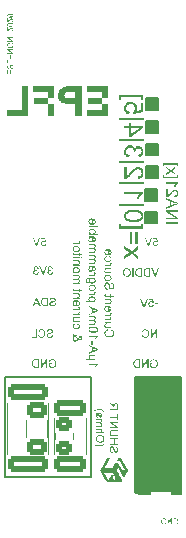
<source format=gbo>
G04 #@! TF.GenerationSoftware,KiCad,Pcbnew,9.0.6*
G04 #@! TF.CreationDate,2026-01-10T17:13:08+00:00*
G04 #@! TF.ProjectId,CurrentSource,43757272-656e-4745-936f-757263652e6b,rev?*
G04 #@! TF.SameCoordinates,Original*
G04 #@! TF.FileFunction,Legend,Bot*
G04 #@! TF.FilePolarity,Positive*
%FSLAX46Y46*%
G04 Gerber Fmt 4.6, Leading zero omitted, Abs format (unit mm)*
G04 Created by KiCad (PCBNEW 9.0.6) date 2026-01-10 17:13:08*
%MOMM*%
%LPD*%
G01*
G04 APERTURE LIST*
G04 Aperture macros list*
%AMRoundRect*
0 Rectangle with rounded corners*
0 $1 Rounding radius*
0 $2 $3 $4 $5 $6 $7 $8 $9 X,Y pos of 4 corners*
0 Add a 4 corners polygon primitive as box body*
4,1,4,$2,$3,$4,$5,$6,$7,$8,$9,$2,$3,0*
0 Add four circle primitives for the rounded corners*
1,1,$1+$1,$2,$3*
1,1,$1+$1,$4,$5*
1,1,$1+$1,$6,$7*
1,1,$1+$1,$8,$9*
0 Add four rect primitives between the rounded corners*
20,1,$1+$1,$2,$3,$4,$5,0*
20,1,$1+$1,$4,$5,$6,$7,0*
20,1,$1+$1,$6,$7,$8,$9,0*
20,1,$1+$1,$8,$9,$2,$3,0*%
G04 Aperture macros list end*
%ADD10C,0.150000*%
%ADD11C,0.125000*%
%ADD12C,0.175000*%
%ADD13C,0.200000*%
%ADD14C,0.100000*%
%ADD15C,0.120000*%
%ADD16C,0.000000*%
%ADD17RoundRect,0.249999X1.425001X-0.450001X1.425001X0.450001X-1.425001X0.450001X-1.425001X-0.450001X0*%
%ADD18C,1.700000*%
%ADD19R,1.700000X1.700000*%
%ADD20R,1.500000X5.080000*%
%ADD21C,1.500000*%
%ADD22C,1.440000*%
%ADD23RoundRect,0.250000X0.450000X-0.350000X0.450000X0.350000X-0.450000X0.350000X-0.450000X-0.350000X0*%
%ADD24RoundRect,0.249999X1.075001X-0.450001X1.075001X0.450001X-1.075001X0.450001X-1.075001X-0.450001X0*%
%ADD25RoundRect,0.250000X0.625000X-0.400000X0.625000X0.400000X-0.625000X0.400000X-0.625000X-0.400000X0*%
G04 APERTURE END LIST*
D10*
X134025000Y-76175000D02*
X135025000Y-76175000D01*
X135025000Y-77175000D01*
X134025000Y-77175000D01*
X134025000Y-76175000D01*
G36*
X134025000Y-76175000D02*
G01*
X135025000Y-76175000D01*
X135025000Y-77175000D01*
X134025000Y-77175000D01*
X134025000Y-76175000D01*
G37*
X133125000Y-97800000D02*
X137025000Y-97800000D01*
X137025000Y-107725000D01*
X133125000Y-107725000D01*
X133125000Y-97800000D01*
G36*
X133125000Y-97800000D02*
G01*
X137025000Y-97800000D01*
X137025000Y-107725000D01*
X133125000Y-107725000D01*
X133125000Y-97800000D01*
G37*
X122140000Y-97802064D02*
X129390000Y-97802064D01*
X129390000Y-106327064D01*
X122140000Y-106327064D01*
X122140000Y-97802064D01*
X134025000Y-80000000D02*
X135025000Y-80000000D01*
X135025000Y-81000000D01*
X134025000Y-81000000D01*
X134025000Y-80000000D01*
G36*
X134025000Y-80000000D02*
G01*
X135025000Y-80000000D01*
X135025000Y-81000000D01*
X134025000Y-81000000D01*
X134025000Y-80000000D01*
G37*
X134025000Y-78075000D02*
X135025000Y-78075000D01*
X135025000Y-79075000D01*
X134025000Y-79075000D01*
X134025000Y-78075000D01*
G36*
X134025000Y-78075000D02*
G01*
X135025000Y-78075000D01*
X135025000Y-79075000D01*
X134025000Y-79075000D01*
X134025000Y-78075000D01*
G37*
X133950000Y-81900000D02*
X134950000Y-81900000D01*
X134950000Y-82900000D01*
X133950000Y-82900000D01*
X133950000Y-81900000D01*
G36*
X133950000Y-81900000D02*
G01*
X134950000Y-81900000D01*
X134950000Y-82900000D01*
X133950000Y-82900000D01*
X133950000Y-81900000D01*
G37*
X133950000Y-83825000D02*
X134950000Y-83825000D01*
X134950000Y-84825000D01*
X133950000Y-84825000D01*
X133950000Y-83825000D01*
G36*
X133950000Y-83825000D02*
G01*
X134950000Y-83825000D01*
X134950000Y-84825000D01*
X133950000Y-84825000D01*
X133950000Y-83825000D01*
G37*
X134025000Y-74250000D02*
X135025000Y-74250000D01*
X135025000Y-75250000D01*
X134025000Y-75250000D01*
X134025000Y-74250000D01*
G36*
X134025000Y-74250000D02*
G01*
X135025000Y-74250000D01*
X135025000Y-75250000D01*
X134025000Y-75250000D01*
X134025000Y-74250000D01*
G37*
D11*
G36*
X135565889Y-110005213D02*
G01*
X135565889Y-110063343D01*
X135778014Y-110063679D01*
X135778014Y-109877718D01*
X135744433Y-109853491D01*
X135710887Y-109834100D01*
X135677233Y-109819192D01*
X135642199Y-109808254D01*
X135606764Y-109801736D01*
X135570682Y-109799561D01*
X135522279Y-109803180D01*
X135477811Y-109813761D01*
X135436593Y-109831160D01*
X135408090Y-109848875D01*
X135383635Y-109869868D01*
X135362864Y-109894302D01*
X135345582Y-109922506D01*
X135328684Y-109963347D01*
X135318374Y-110007640D01*
X135314838Y-110056077D01*
X135318289Y-110104096D01*
X135328481Y-110149398D01*
X135345399Y-110192517D01*
X135362755Y-110222724D01*
X135383114Y-110248174D01*
X135406562Y-110269366D01*
X135433357Y-110286611D01*
X135472682Y-110303407D01*
X135516462Y-110313765D01*
X135565553Y-110317356D01*
X135601429Y-110315316D01*
X135634016Y-110309411D01*
X135663739Y-110299862D01*
X135691658Y-110286219D01*
X135714364Y-110269964D01*
X135732554Y-110251105D01*
X135747255Y-110229241D01*
X135759978Y-110202362D01*
X135770504Y-110169619D01*
X135710725Y-110153224D01*
X135697401Y-110188721D01*
X135682698Y-110213155D01*
X135670407Y-110226318D01*
X135654660Y-110237957D01*
X135634888Y-110248052D01*
X135602594Y-110257803D01*
X135565889Y-110261180D01*
X135535828Y-110259509D01*
X135509833Y-110254780D01*
X135487335Y-110247319D01*
X135456852Y-110230895D01*
X135433876Y-110210866D01*
X135415757Y-110187082D01*
X135402277Y-110161284D01*
X135391755Y-110129744D01*
X135385348Y-110096213D01*
X135383165Y-110060351D01*
X135385989Y-110016079D01*
X135393882Y-109979055D01*
X135406215Y-109948091D01*
X135424091Y-109920355D01*
X135446317Y-109898199D01*
X135473321Y-109881046D01*
X135503344Y-109868876D01*
X135534426Y-109861602D01*
X135566927Y-109859156D01*
X135595294Y-109860980D01*
X135623219Y-109866456D01*
X135650916Y-109875673D01*
X135688789Y-109893793D01*
X135713106Y-109910935D01*
X135713106Y-110005213D01*
X135565889Y-110005213D01*
G37*
G36*
X135875070Y-109807377D02*
G01*
X135875070Y-110309540D01*
X135943061Y-110309540D01*
X136206050Y-109915271D01*
X136206050Y-110309540D01*
X136269583Y-110309540D01*
X136269583Y-109807377D01*
X136201623Y-109807377D01*
X135938604Y-110201981D01*
X135938604Y-109807377D01*
X135875070Y-109807377D01*
G37*
G36*
X136605583Y-109809645D02*
G01*
X136641962Y-109815925D01*
X136675132Y-109826815D01*
X136701740Y-109841113D01*
X136725003Y-109860294D01*
X136747322Y-109886664D01*
X136765718Y-109918202D01*
X136781486Y-109959784D01*
X136788683Y-109989542D01*
X136793232Y-110023185D01*
X136794828Y-110061206D01*
X136792500Y-110105643D01*
X136785827Y-110145232D01*
X136775166Y-110180580D01*
X136759610Y-110213765D01*
X136739907Y-110242179D01*
X136715937Y-110266370D01*
X136694585Y-110281746D01*
X136670248Y-110293741D01*
X136642481Y-110302335D01*
X136608285Y-110307444D01*
X136553332Y-110309540D01*
X136380866Y-110309540D01*
X136380866Y-110251410D01*
X136447117Y-110251410D01*
X136552325Y-110251410D01*
X136592153Y-110249948D01*
X136619750Y-110246217D01*
X136638054Y-110241060D01*
X136660635Y-110228841D01*
X136681444Y-110210225D01*
X136700702Y-110184030D01*
X136711134Y-110162705D01*
X136719231Y-110136041D01*
X136724559Y-110102963D01*
X136726501Y-110062244D01*
X136724877Y-110024168D01*
X136720345Y-109991991D01*
X136713342Y-109964913D01*
X136702969Y-109939012D01*
X136690697Y-109917933D01*
X136676645Y-109900983D01*
X136657681Y-109886362D01*
X136631734Y-109874788D01*
X136600827Y-109868152D01*
X136554035Y-109865506D01*
X136447117Y-109865506D01*
X136447117Y-110251410D01*
X136380866Y-110251410D01*
X136380866Y-109807377D01*
X136561545Y-109807377D01*
X136605583Y-109809645D01*
G37*
D12*
G36*
X130817612Y-93885171D02*
G01*
X130790843Y-93779170D01*
X130727034Y-93800201D01*
X130673535Y-93827338D01*
X130628922Y-93860280D01*
X130592127Y-93899142D01*
X130562641Y-93944045D01*
X130541386Y-93993698D01*
X130528281Y-94048958D01*
X130523739Y-94110901D01*
X130527451Y-94176228D01*
X130537923Y-94232256D01*
X130554397Y-94280325D01*
X130576447Y-94321584D01*
X130605258Y-94359153D01*
X130639913Y-94392132D01*
X130680963Y-94420768D01*
X130729196Y-94445074D01*
X130797005Y-94468462D01*
X130868366Y-94482622D01*
X130943984Y-94487425D01*
X131026292Y-94481767D01*
X131098542Y-94465579D01*
X131162288Y-94439603D01*
X131206614Y-94412790D01*
X131244632Y-94381329D01*
X131276928Y-94345039D01*
X131303851Y-94303510D01*
X131330584Y-94243084D01*
X131346721Y-94178654D01*
X131352211Y-94109240D01*
X131348120Y-94049456D01*
X131336369Y-93996491D01*
X131317438Y-93949305D01*
X131291395Y-93907055D01*
X131258496Y-93869724D01*
X131219548Y-93838371D01*
X131173866Y-93812720D01*
X131120473Y-93792847D01*
X131095854Y-93897188D01*
X131151430Y-93920019D01*
X131192789Y-93947091D01*
X131222616Y-93978081D01*
X131244165Y-94015260D01*
X131257587Y-94059169D01*
X131262330Y-94111438D01*
X131257035Y-94171617D01*
X131242024Y-94222498D01*
X131217926Y-94265848D01*
X131185055Y-94303009D01*
X131145663Y-94331897D01*
X131098785Y-94352994D01*
X131048419Y-94366941D01*
X130997111Y-94375301D01*
X130944570Y-94378102D01*
X130876696Y-94374533D01*
X130817431Y-94364394D01*
X130765637Y-94348353D01*
X130718028Y-94324196D01*
X130680423Y-94293433D01*
X130651429Y-94255737D01*
X130630375Y-94212543D01*
X130617841Y-94167419D01*
X130613621Y-94119644D01*
X130617009Y-94075688D01*
X130626808Y-94036391D01*
X130642761Y-94000966D01*
X130665009Y-93968800D01*
X130692513Y-93941501D01*
X130726403Y-93918395D01*
X130767674Y-93899500D01*
X130817612Y-93885171D01*
G37*
G36*
X130536245Y-93280866D02*
G01*
X130621778Y-93280866D01*
X130585727Y-93310664D01*
X130558628Y-93343455D01*
X130539459Y-93379602D01*
X130527773Y-93419801D01*
X130523739Y-93465025D01*
X130528725Y-93515017D01*
X130543425Y-93560963D01*
X130566534Y-93600957D01*
X130592909Y-93627104D01*
X130625268Y-93645104D01*
X130665937Y-93657390D01*
X130699187Y-93661602D01*
X130757822Y-93663399D01*
X131117738Y-93663399D01*
X131117738Y-93565067D01*
X130795337Y-93565067D01*
X130724403Y-93563163D01*
X130691339Y-93559058D01*
X130666948Y-93550365D01*
X130646836Y-93537307D01*
X130630327Y-93519686D01*
X130618253Y-93498656D01*
X130610776Y-93474167D01*
X130608150Y-93445388D01*
X130613808Y-93402536D01*
X130630864Y-93362296D01*
X130648094Y-93338667D01*
X130668585Y-93320557D01*
X130692706Y-93307390D01*
X130736457Y-93295927D01*
X130806279Y-93291270D01*
X131117738Y-93291270D01*
X131117738Y-93192889D01*
X130536245Y-93192889D01*
X130536245Y-93280866D01*
G37*
G36*
X130536245Y-93040189D02*
G01*
X131117738Y-93040189D01*
X131117738Y-92951675D01*
X131029957Y-92951675D01*
X131084445Y-92916175D01*
X131110704Y-92889100D01*
X131125371Y-92858921D01*
X131130243Y-92825988D01*
X131126944Y-92793609D01*
X131116724Y-92760106D01*
X131098736Y-92724871D01*
X131008073Y-92758723D01*
X131024283Y-92795493D01*
X131029420Y-92830873D01*
X131024558Y-92861478D01*
X131009978Y-92888807D01*
X130987160Y-92910542D01*
X130956000Y-92925443D01*
X130901819Y-92937588D01*
X130840913Y-92941808D01*
X130536245Y-92941808D01*
X130536245Y-93040189D01*
G37*
G36*
X130536245Y-92667376D02*
G01*
X131117738Y-92667376D01*
X131117738Y-92578863D01*
X131029957Y-92578863D01*
X131084445Y-92543363D01*
X131110704Y-92516288D01*
X131125371Y-92486109D01*
X131130243Y-92453175D01*
X131126944Y-92420797D01*
X131116724Y-92387294D01*
X131098736Y-92352059D01*
X131008073Y-92385911D01*
X131024283Y-92422681D01*
X131029420Y-92458060D01*
X131024558Y-92488666D01*
X131009978Y-92515995D01*
X130987160Y-92537730D01*
X130956000Y-92552631D01*
X130901819Y-92564776D01*
X130840913Y-92568995D01*
X130536245Y-92568995D01*
X130536245Y-92667376D01*
G37*
G36*
X130900070Y-91796453D02*
G01*
X130959817Y-91811071D01*
X131009575Y-91834030D01*
X131051011Y-91865039D01*
X131085573Y-91904440D01*
X131110059Y-91948563D01*
X131125043Y-91998363D01*
X131130243Y-92055206D01*
X131124913Y-92113973D01*
X131109578Y-92165284D01*
X131084573Y-92210573D01*
X131049350Y-92250845D01*
X131007040Y-92282540D01*
X130956260Y-92305999D01*
X130895319Y-92320931D01*
X130822057Y-92326267D01*
X130751387Y-92321013D01*
X130692483Y-92306288D01*
X130643272Y-92283099D01*
X130602141Y-92251675D01*
X130568466Y-92212011D01*
X130544182Y-92166034D01*
X130529060Y-92112508D01*
X130523739Y-92049735D01*
X130527115Y-91999237D01*
X130536724Y-91955362D01*
X130552048Y-91917094D01*
X130572930Y-91883601D01*
X130609457Y-91845387D01*
X130655014Y-91815737D01*
X130711269Y-91794501D01*
X130723823Y-91896155D01*
X130684436Y-91913960D01*
X130655090Y-91934242D01*
X130633942Y-91956825D01*
X130618540Y-91983558D01*
X130609094Y-92014043D01*
X130605805Y-92049198D01*
X130611555Y-92095511D01*
X130628256Y-92135436D01*
X130656314Y-92170538D01*
X130682798Y-92191164D01*
X130715116Y-92207260D01*
X130754378Y-92218618D01*
X130801981Y-92224613D01*
X130801981Y-92219142D01*
X130884046Y-92219142D01*
X130931912Y-92210875D01*
X130971144Y-92193776D01*
X131003481Y-92168046D01*
X131028242Y-92134999D01*
X131043065Y-92097489D01*
X131048178Y-92054131D01*
X131044560Y-92017861D01*
X131034093Y-91986025D01*
X131016842Y-91957692D01*
X130992197Y-91932254D01*
X130966411Y-91915594D01*
X130931225Y-91902899D01*
X130884046Y-91895081D01*
X130884046Y-92219142D01*
X130801981Y-92219142D01*
X130801981Y-91791815D01*
X130828212Y-91791228D01*
X130900070Y-91796453D01*
G37*
G36*
X130536245Y-91671354D02*
G01*
X131117738Y-91671354D01*
X131117738Y-91582792D01*
X131035477Y-91582792D01*
X131069837Y-91554699D01*
X131095950Y-91522817D01*
X131114658Y-91486691D01*
X131126211Y-91445494D01*
X131130243Y-91398095D01*
X131125410Y-91347214D01*
X131111339Y-91301668D01*
X131088776Y-91262192D01*
X131061855Y-91235820D01*
X131028956Y-91217475D01*
X130989120Y-91205192D01*
X130956649Y-91201406D01*
X130893425Y-91199721D01*
X130536245Y-91199721D01*
X130536245Y-91298102D01*
X130890201Y-91298102D01*
X130946584Y-91301472D01*
X130980327Y-91309582D01*
X131006991Y-91325297D01*
X131028003Y-91350272D01*
X131041221Y-91381459D01*
X131045833Y-91418856D01*
X131041291Y-91459262D01*
X131028030Y-91495058D01*
X131005826Y-91527349D01*
X130984522Y-91545360D01*
X130954082Y-91559585D01*
X130911749Y-91569293D01*
X130854053Y-91572973D01*
X130536245Y-91572973D01*
X130536245Y-91671354D01*
G37*
G36*
X130626126Y-90834432D02*
G01*
X130536245Y-90820217D01*
X130529992Y-90894564D01*
X130534740Y-90944566D01*
X130546893Y-90977607D01*
X130566843Y-91003063D01*
X130591395Y-91019128D01*
X130626566Y-91027264D01*
X130707459Y-91031145D01*
X131041143Y-91031145D01*
X131041143Y-91103294D01*
X131117738Y-91103294D01*
X131117738Y-91031145D01*
X131261792Y-91031145D01*
X131320948Y-90933350D01*
X131117738Y-90933350D01*
X131117738Y-90834432D01*
X131041143Y-90834432D01*
X131041143Y-90933350D01*
X130700522Y-90933350D01*
X130661997Y-90931648D01*
X130646203Y-90928172D01*
X130635422Y-90921366D01*
X130627005Y-90911222D01*
X130621881Y-90897950D01*
X130619873Y-90877614D01*
X130626126Y-90834432D01*
G37*
G36*
X130796314Y-90450580D02*
G01*
X130805107Y-90350538D01*
X130764948Y-90343284D01*
X130731792Y-90332131D01*
X130704528Y-90317516D01*
X130680868Y-90297891D01*
X130659680Y-90271446D01*
X130640976Y-90236916D01*
X130627736Y-90199761D01*
X130619568Y-90158960D01*
X130616747Y-90113915D01*
X130621494Y-90055477D01*
X130634821Y-90006839D01*
X130649054Y-89977342D01*
X130665603Y-89954672D01*
X130684402Y-89937718D01*
X130717569Y-89920622D01*
X130753230Y-89915004D01*
X130788873Y-89920555D01*
X130819224Y-89936888D01*
X130843913Y-89963905D01*
X130866656Y-90008988D01*
X130880048Y-90051059D01*
X130905833Y-90151626D01*
X130934227Y-90253247D01*
X130956000Y-90306281D01*
X130978576Y-90342473D01*
X131003486Y-90370611D01*
X131030787Y-90391815D01*
X131061581Y-90407384D01*
X131094702Y-90416758D01*
X131130780Y-90419951D01*
X131170357Y-90416152D01*
X131208045Y-90404803D01*
X131244500Y-90385562D01*
X131276410Y-90359611D01*
X131303119Y-90326455D01*
X131324807Y-90284983D01*
X131339803Y-90240133D01*
X131349034Y-90191327D01*
X131352211Y-90137949D01*
X131348806Y-90079120D01*
X131339062Y-90027060D01*
X131323488Y-89980852D01*
X131300856Y-89938209D01*
X131272798Y-89903673D01*
X131239078Y-89876218D01*
X131200577Y-89855673D01*
X131158774Y-89842549D01*
X131112902Y-89836846D01*
X131105233Y-89938500D01*
X131153746Y-89948952D01*
X131191336Y-89967572D01*
X131220271Y-89993992D01*
X131240710Y-90027712D01*
X131254186Y-90073094D01*
X131259203Y-90133601D01*
X131254466Y-90197096D01*
X131242079Y-90242311D01*
X131223935Y-90273797D01*
X131198020Y-90298793D01*
X131170034Y-90313014D01*
X131138889Y-90317760D01*
X131111491Y-90314213D01*
X131088133Y-90303924D01*
X131067815Y-90286595D01*
X131052775Y-90263135D01*
X131033863Y-90214414D01*
X131010662Y-90126762D01*
X130980401Y-90008067D01*
X130959566Y-89949442D01*
X130934949Y-89905101D01*
X130907682Y-89871229D01*
X130877794Y-89846176D01*
X130843488Y-89827786D01*
X130805771Y-89816641D01*
X130763781Y-89812813D01*
X130722172Y-89816837D01*
X130682197Y-89828906D01*
X130643174Y-89849449D01*
X130608764Y-89876896D01*
X130579491Y-89911613D01*
X130555149Y-89954620D01*
X130537974Y-90001289D01*
X130527391Y-90052503D01*
X130523739Y-90109030D01*
X130527674Y-90181121D01*
X130538628Y-90241256D01*
X130555589Y-90291284D01*
X130580727Y-90337199D01*
X130612548Y-90375336D01*
X130651478Y-90406567D01*
X130695739Y-90429920D01*
X130743718Y-90444590D01*
X130796314Y-90450580D01*
G37*
G36*
X130903982Y-89178819D02*
G01*
X130961803Y-89193710D01*
X131010595Y-89217302D01*
X131051841Y-89249491D01*
X131085917Y-89289871D01*
X131110172Y-89335215D01*
X131125066Y-89386508D01*
X131130243Y-89445129D01*
X131126015Y-89498113D01*
X131113768Y-89545585D01*
X131093768Y-89588510D01*
X131065763Y-89627628D01*
X131033248Y-89658469D01*
X130994321Y-89683017D01*
X130947948Y-89701363D01*
X130892734Y-89713082D01*
X130826991Y-89717265D01*
X130753336Y-89711898D01*
X130692736Y-89696950D01*
X130642852Y-89673582D01*
X130601848Y-89642136D01*
X130568042Y-89602191D01*
X130543867Y-89556820D01*
X130528948Y-89504960D01*
X130523739Y-89445129D01*
X130605805Y-89445129D01*
X130609337Y-89480841D01*
X130619613Y-89512633D01*
X130636629Y-89541348D01*
X130661004Y-89567544D01*
X130689624Y-89587491D01*
X130725712Y-89602673D01*
X130770923Y-89612586D01*
X130827284Y-89616197D01*
X130883630Y-89612582D01*
X130928767Y-89602664D01*
X130964742Y-89587482D01*
X130993223Y-89567544D01*
X131017479Y-89541363D01*
X131034421Y-89512653D01*
X131044658Y-89480855D01*
X131048178Y-89445129D01*
X131044666Y-89409992D01*
X131034419Y-89378509D01*
X131017395Y-89349871D01*
X130992930Y-89323545D01*
X130964277Y-89303335D01*
X130928700Y-89288073D01*
X130884718Y-89278182D01*
X130830508Y-89274599D01*
X130772649Y-89278240D01*
X130726535Y-89288199D01*
X130690008Y-89303389D01*
X130661297Y-89323252D01*
X130636749Y-89349471D01*
X130619649Y-89378111D01*
X130609342Y-89409720D01*
X130605805Y-89445129D01*
X130523739Y-89445129D01*
X130527749Y-89395413D01*
X130539577Y-89348928D01*
X130559252Y-89304983D01*
X130586271Y-89265374D01*
X130619312Y-89232975D01*
X130658952Y-89207139D01*
X130703150Y-89189597D01*
X130760812Y-89177878D01*
X130835198Y-89173531D01*
X130903982Y-89178819D01*
G37*
G36*
X130536245Y-88678158D02*
G01*
X130621778Y-88678158D01*
X130585727Y-88707957D01*
X130558628Y-88740748D01*
X130539459Y-88776895D01*
X130527773Y-88817093D01*
X130523739Y-88862317D01*
X130528725Y-88912309D01*
X130543425Y-88958256D01*
X130566534Y-88998250D01*
X130592909Y-89024397D01*
X130625268Y-89042396D01*
X130665937Y-89054683D01*
X130699187Y-89058894D01*
X130757822Y-89060691D01*
X131117738Y-89060691D01*
X131117738Y-88962359D01*
X130795337Y-88962359D01*
X130724403Y-88960455D01*
X130691339Y-88956351D01*
X130666948Y-88947657D01*
X130646836Y-88934599D01*
X130630327Y-88916979D01*
X130618253Y-88895948D01*
X130610776Y-88871459D01*
X130608150Y-88842680D01*
X130613808Y-88799828D01*
X130630864Y-88759589D01*
X130648094Y-88735959D01*
X130668585Y-88717850D01*
X130692706Y-88704683D01*
X130736457Y-88693220D01*
X130806279Y-88688563D01*
X131117738Y-88688563D01*
X131117738Y-88590182D01*
X130536245Y-88590182D01*
X130536245Y-88678158D01*
G37*
G36*
X130536245Y-88437481D02*
G01*
X131117738Y-88437481D01*
X131117738Y-88348968D01*
X131029957Y-88348968D01*
X131084445Y-88313467D01*
X131110704Y-88286392D01*
X131125371Y-88256213D01*
X131130243Y-88223280D01*
X131126944Y-88190901D01*
X131116724Y-88157399D01*
X131098736Y-88122164D01*
X131008073Y-88156016D01*
X131024283Y-88192786D01*
X131029420Y-88228165D01*
X131024558Y-88258771D01*
X131009978Y-88286099D01*
X130987160Y-88307835D01*
X130956000Y-88322736D01*
X130901819Y-88334881D01*
X130840913Y-88339100D01*
X130536245Y-88339100D01*
X130536245Y-88437481D01*
G37*
G36*
X130748833Y-87684871D02*
G01*
X130736279Y-87588151D01*
X130687439Y-87599694D01*
X130645797Y-87617170D01*
X130610281Y-87640317D01*
X130580111Y-87669289D01*
X130555671Y-87703420D01*
X130538183Y-87741046D01*
X130527451Y-87782835D01*
X130523739Y-87829658D01*
X130528930Y-87888066D01*
X130543786Y-87938541D01*
X130567870Y-87982580D01*
X130601604Y-88021242D01*
X130642301Y-88051491D01*
X130691783Y-88074022D01*
X130751855Y-88088453D01*
X130824793Y-88093636D01*
X130886847Y-88089932D01*
X130941316Y-88079364D01*
X130989266Y-88062519D01*
X131032869Y-88037754D01*
X131067758Y-88006323D01*
X131094974Y-87967704D01*
X131114532Y-87924099D01*
X131126270Y-87878129D01*
X131130243Y-87829121D01*
X131126941Y-87782027D01*
X131117538Y-87741191D01*
X131102517Y-87705620D01*
X131081981Y-87674515D01*
X131055973Y-87647706D01*
X131024975Y-87625968D01*
X130988282Y-87609141D01*
X130944912Y-87597432D01*
X130930159Y-87693078D01*
X130967750Y-87705225D01*
X130996672Y-87721441D01*
X131018526Y-87741438D01*
X131034892Y-87765958D01*
X131044768Y-87793617D01*
X131048178Y-87825311D01*
X131044719Y-87861452D01*
X131034744Y-87893066D01*
X131018388Y-87921065D01*
X130995177Y-87946065D01*
X130967834Y-87964826D01*
X130932183Y-87979344D01*
X130886222Y-87988970D01*
X130827529Y-87992519D01*
X130767776Y-87989058D01*
X130721319Y-87979709D01*
X130685607Y-87965696D01*
X130658512Y-87947725D01*
X130635380Y-87923524D01*
X130619128Y-87896416D01*
X130609233Y-87865804D01*
X130605805Y-87830782D01*
X130609879Y-87793515D01*
X130621587Y-87761673D01*
X130640878Y-87734062D01*
X130666733Y-87712417D01*
X130701886Y-87695801D01*
X130748833Y-87684871D01*
G37*
G36*
X130900070Y-87006949D02*
G01*
X130959817Y-87021566D01*
X131009575Y-87044525D01*
X131051011Y-87075534D01*
X131085573Y-87114936D01*
X131110059Y-87159059D01*
X131125043Y-87208859D01*
X131130243Y-87265702D01*
X131124913Y-87324469D01*
X131109578Y-87375780D01*
X131084573Y-87421069D01*
X131049350Y-87461340D01*
X131007040Y-87493036D01*
X130956260Y-87516495D01*
X130895319Y-87531427D01*
X130822057Y-87536762D01*
X130751387Y-87531508D01*
X130692483Y-87516783D01*
X130643272Y-87493595D01*
X130602141Y-87462171D01*
X130568466Y-87422506D01*
X130544182Y-87376529D01*
X130529060Y-87323004D01*
X130523739Y-87260231D01*
X130527115Y-87209733D01*
X130536724Y-87165857D01*
X130552048Y-87127589D01*
X130572930Y-87094097D01*
X130609457Y-87055882D01*
X130655014Y-87026232D01*
X130711269Y-87004997D01*
X130723823Y-87106651D01*
X130684436Y-87124456D01*
X130655090Y-87144738D01*
X130633942Y-87167321D01*
X130618540Y-87194054D01*
X130609094Y-87224538D01*
X130605805Y-87259693D01*
X130611555Y-87306006D01*
X130628256Y-87345932D01*
X130656314Y-87381033D01*
X130682798Y-87401659D01*
X130715116Y-87417756D01*
X130754378Y-87429114D01*
X130801981Y-87435108D01*
X130801981Y-87429637D01*
X130884046Y-87429637D01*
X130931912Y-87421371D01*
X130971144Y-87404272D01*
X131003481Y-87378542D01*
X131028242Y-87345495D01*
X131043065Y-87307984D01*
X131048178Y-87264627D01*
X131044560Y-87228357D01*
X131034093Y-87196521D01*
X131016842Y-87168187D01*
X130992197Y-87142750D01*
X130966411Y-87126089D01*
X130931225Y-87113394D01*
X130884046Y-87105576D01*
X130884046Y-87429637D01*
X130801981Y-87429637D01*
X130801981Y-87002310D01*
X130828212Y-87001724D01*
X130900070Y-87006949D01*
G37*
G36*
X129192245Y-96718681D02*
G01*
X129192245Y-96817062D01*
X129820730Y-96817062D01*
X129788159Y-96856210D01*
X129752782Y-96910216D01*
X129722029Y-96967052D01*
X129701833Y-97013775D01*
X129795622Y-97013775D01*
X129824087Y-96960269D01*
X129855747Y-96912331D01*
X129890584Y-96869525D01*
X129929721Y-96830254D01*
X129965650Y-96801692D01*
X129998832Y-96782087D01*
X129998832Y-96718681D01*
X129192245Y-96718681D01*
G37*
G36*
X129773738Y-95957181D02*
G01*
X129192245Y-95957181D01*
X129192245Y-96045157D01*
X129263026Y-96045157D01*
X129223894Y-96075250D01*
X129202356Y-96101479D01*
X129189989Y-96127819D01*
X129182379Y-96157285D01*
X129179739Y-96190530D01*
X129184443Y-96234013D01*
X129197911Y-96270886D01*
X129216497Y-96296355D01*
X129252524Y-96328821D01*
X128970277Y-96328821D01*
X128970277Y-96426078D01*
X129773738Y-96426078D01*
X129773738Y-96328821D01*
X129528225Y-96328821D01*
X129406163Y-96324175D01*
X129355008Y-96314606D01*
X129319343Y-96295764D01*
X129292531Y-96268444D01*
X129275425Y-96234313D01*
X129269621Y-96194927D01*
X129272340Y-96166536D01*
X129280317Y-96140673D01*
X129293605Y-96116769D01*
X129321249Y-96087276D01*
X129355545Y-96068116D01*
X129405165Y-96058581D01*
X129526613Y-96053901D01*
X129773738Y-96053901D01*
X129773738Y-95957181D01*
G37*
G36*
X129995706Y-95448472D02*
G01*
X129995706Y-95562680D01*
X129192245Y-95870377D01*
X129192245Y-95757781D01*
X129436097Y-95669805D01*
X129436097Y-95639177D01*
X129523633Y-95639177D01*
X129758546Y-95551200D01*
X129835048Y-95526381D01*
X129911540Y-95508018D01*
X129842252Y-95486150D01*
X129745455Y-95451207D01*
X129523633Y-95367579D01*
X129523633Y-95639177D01*
X129436097Y-95639177D01*
X129436097Y-95334801D01*
X129192245Y-95241354D01*
X129192245Y-95120551D01*
X129995706Y-95448472D01*
G37*
G36*
X129432970Y-95086797D02*
G01*
X129533012Y-95086797D01*
X129533012Y-94784571D01*
X129432970Y-94784571D01*
X129432970Y-95086797D01*
G37*
G36*
X129192245Y-94332526D02*
G01*
X129192245Y-94430907D01*
X129820730Y-94430907D01*
X129788159Y-94470055D01*
X129752782Y-94524061D01*
X129722029Y-94580897D01*
X129701833Y-94627620D01*
X129795622Y-94627620D01*
X129824087Y-94574114D01*
X129855747Y-94526176D01*
X129890584Y-94483371D01*
X129929721Y-94444099D01*
X129965650Y-94415537D01*
X129998832Y-94395932D01*
X129998832Y-94332526D01*
X129192245Y-94332526D01*
G37*
G36*
X129702147Y-93563583D02*
G01*
X129778574Y-93576497D01*
X129845238Y-93598643D01*
X129897862Y-93626225D01*
X129928287Y-93649531D01*
X129953119Y-93676227D01*
X129972845Y-93706581D01*
X129987005Y-93739891D01*
X129995779Y-93777325D01*
X129998832Y-93819665D01*
X129993264Y-93876284D01*
X129977421Y-93924058D01*
X129951742Y-93964794D01*
X129917253Y-93999039D01*
X129873241Y-94028053D01*
X129817995Y-94051696D01*
X129759378Y-94066906D01*
X129684171Y-94077127D01*
X129588993Y-94080907D01*
X129493189Y-94076852D01*
X129415298Y-94065729D01*
X129352545Y-94048883D01*
X129302462Y-94027325D01*
X129262928Y-94001675D01*
X129226661Y-93965657D01*
X129201016Y-93924142D01*
X129185255Y-93876037D01*
X129179739Y-93819665D01*
X129261805Y-93819665D01*
X129265735Y-93851650D01*
X129277395Y-93880794D01*
X129297332Y-93907965D01*
X129327018Y-93933629D01*
X129359601Y-93950736D01*
X129409909Y-93965310D01*
X129484077Y-93975737D01*
X129589286Y-93979791D01*
X129693527Y-93975484D01*
X129769365Y-93964247D01*
X129822923Y-93948233D01*
X129859467Y-93928988D01*
X129884998Y-93906546D01*
X129902574Y-93881464D01*
X129913129Y-93853197D01*
X129916766Y-93820789D01*
X129912823Y-93788227D01*
X129901156Y-93758723D01*
X129881282Y-93731390D01*
X129851798Y-93705750D01*
X129819347Y-93688643D01*
X129769091Y-93674054D01*
X129694826Y-93663605D01*
X129589286Y-93659539D01*
X129484444Y-93663589D01*
X129410390Y-93674014D01*
X129360033Y-93688603D01*
X129327311Y-93705750D01*
X129297471Y-93731433D01*
X129277448Y-93758602D01*
X129265747Y-93787723D01*
X129261805Y-93819665D01*
X129179739Y-93819665D01*
X129185346Y-93762702D01*
X129201277Y-93714779D01*
X129227074Y-93674047D01*
X129261746Y-93639814D01*
X129305862Y-93610898D01*
X129361114Y-93587439D01*
X129419741Y-93572338D01*
X129494615Y-93562210D01*
X129588993Y-93558472D01*
X129702147Y-93563583D01*
G37*
G36*
X129192245Y-93431465D02*
G01*
X129773738Y-93431465D01*
X129773738Y-93343440D01*
X129692552Y-93343440D01*
X129730519Y-93311784D01*
X129760500Y-93270803D01*
X129774631Y-93239645D01*
X129783269Y-93205422D01*
X129786243Y-93167488D01*
X129782988Y-93125203D01*
X129773912Y-93090430D01*
X129759669Y-93061780D01*
X129739663Y-93036991D01*
X129715149Y-93017708D01*
X129685469Y-93003552D01*
X129723058Y-92973077D01*
X129750980Y-92940358D01*
X129770482Y-92905102D01*
X129782227Y-92866700D01*
X129786243Y-92824278D01*
X129782876Y-92781301D01*
X129773451Y-92745690D01*
X129758591Y-92716099D01*
X129738372Y-92691507D01*
X129713326Y-92672410D01*
X129681509Y-92657938D01*
X129641378Y-92648497D01*
X129590995Y-92645052D01*
X129192245Y-92645052D01*
X129192245Y-92742847D01*
X129558804Y-92742847D01*
X129613822Y-92745736D01*
X129643996Y-92752422D01*
X129667308Y-92765739D01*
X129685908Y-92787153D01*
X129697720Y-92813975D01*
X129701833Y-92846162D01*
X129697143Y-92885261D01*
X129683592Y-92918702D01*
X129660995Y-92947816D01*
X129631124Y-92968938D01*
X129588948Y-92982966D01*
X129530325Y-92988262D01*
X129192245Y-92988262D01*
X129192245Y-93086595D01*
X129570332Y-93086595D01*
X129613718Y-93089765D01*
X129645718Y-93098177D01*
X129668958Y-93110677D01*
X129686567Y-93129097D01*
X129697717Y-93154525D01*
X129701833Y-93189372D01*
X129696350Y-93229329D01*
X129679900Y-93266162D01*
X129663246Y-93287298D01*
X129642114Y-93304255D01*
X129615810Y-93317258D01*
X129568806Y-93328512D01*
X129494178Y-93333084D01*
X129192245Y-93333084D01*
X129192245Y-93431465D01*
G37*
G36*
X129995706Y-92152561D02*
G01*
X129995706Y-92266769D01*
X129192245Y-92574466D01*
X129192245Y-92461870D01*
X129436097Y-92373894D01*
X129436097Y-92343266D01*
X129523633Y-92343266D01*
X129758546Y-92255290D01*
X129835048Y-92230471D01*
X129911540Y-92212107D01*
X129842252Y-92190240D01*
X129745455Y-92155297D01*
X129523633Y-92071668D01*
X129523633Y-92343266D01*
X129436097Y-92343266D01*
X129436097Y-92038890D01*
X129192245Y-91945443D01*
X129192245Y-91824641D01*
X129995706Y-92152561D01*
G37*
G36*
X129542141Y-91002772D02*
G01*
X129592866Y-91012502D01*
X129640088Y-91028409D01*
X129683790Y-91051308D01*
X129719423Y-91079837D01*
X129747995Y-91114236D01*
X129769068Y-91153622D01*
X129781850Y-91196992D01*
X129786243Y-91245345D01*
X129783597Y-91282722D01*
X129776107Y-91314682D01*
X129764212Y-91342114D01*
X129737406Y-91379151D01*
X129698169Y-91413678D01*
X129773738Y-91413678D01*
X129773738Y-91503315D01*
X128970277Y-91503315D01*
X128970277Y-91404934D01*
X129254038Y-91404934D01*
X129224931Y-91376628D01*
X129200793Y-91340698D01*
X129185136Y-91299658D01*
X129180488Y-91259023D01*
X129261805Y-91259023D01*
X129267654Y-91299596D01*
X129285043Y-91335757D01*
X129315245Y-91368883D01*
X129342789Y-91387262D01*
X129378236Y-91401430D01*
X129423418Y-91410781D01*
X129480549Y-91414215D01*
X129537233Y-91410665D01*
X129583366Y-91400863D01*
X129620778Y-91385765D01*
X129650981Y-91365855D01*
X129677739Y-91339466D01*
X129695712Y-91312462D01*
X129706163Y-91284413D01*
X129709649Y-91254627D01*
X129703696Y-91214895D01*
X129685856Y-91179018D01*
X129654547Y-91145646D01*
X129626200Y-91127022D01*
X129590290Y-91112751D01*
X129545133Y-91103390D01*
X129488706Y-91099972D01*
X129429320Y-91103519D01*
X129382408Y-91113174D01*
X129345658Y-91127787D01*
X129317150Y-91146720D01*
X129292288Y-91172060D01*
X129275284Y-91198877D01*
X129265214Y-91227625D01*
X129261805Y-91259023D01*
X129180488Y-91259023D01*
X129179739Y-91252477D01*
X129183889Y-91208715D01*
X129196379Y-91166231D01*
X129217695Y-91124348D01*
X129246377Y-91087296D01*
X129282467Y-91056435D01*
X129326969Y-91031438D01*
X129375464Y-91013946D01*
X129428661Y-91003163D01*
X129487339Y-90999442D01*
X129542141Y-91002772D01*
G37*
G36*
X129192245Y-90882254D02*
G01*
X129773738Y-90882254D01*
X129773738Y-90793740D01*
X129685957Y-90793740D01*
X129740445Y-90758240D01*
X129766704Y-90731165D01*
X129781371Y-90700986D01*
X129786243Y-90668053D01*
X129782944Y-90635674D01*
X129772724Y-90602172D01*
X129754736Y-90566937D01*
X129664073Y-90600789D01*
X129680283Y-90637558D01*
X129685420Y-90672938D01*
X129680558Y-90703544D01*
X129665978Y-90730872D01*
X129643160Y-90752608D01*
X129612000Y-90767509D01*
X129557819Y-90779653D01*
X129496913Y-90783873D01*
X129192245Y-90783873D01*
X129192245Y-90882254D01*
G37*
G36*
X129559982Y-90006509D02*
G01*
X129617803Y-90021399D01*
X129666595Y-90044992D01*
X129707841Y-90077181D01*
X129741917Y-90117561D01*
X129766172Y-90162905D01*
X129781066Y-90214198D01*
X129786243Y-90272819D01*
X129782015Y-90325803D01*
X129769768Y-90373274D01*
X129749768Y-90416199D01*
X129721763Y-90455318D01*
X129689248Y-90486159D01*
X129650321Y-90510707D01*
X129603948Y-90529053D01*
X129548734Y-90540772D01*
X129482991Y-90544955D01*
X129409336Y-90539588D01*
X129348736Y-90524639D01*
X129298852Y-90501272D01*
X129257848Y-90469826D01*
X129224042Y-90429881D01*
X129199867Y-90384510D01*
X129184948Y-90332649D01*
X129179739Y-90272819D01*
X129261805Y-90272819D01*
X129265337Y-90308531D01*
X129275613Y-90340323D01*
X129292629Y-90369038D01*
X129317004Y-90395234D01*
X129345624Y-90415180D01*
X129381712Y-90430363D01*
X129426923Y-90440275D01*
X129483284Y-90443887D01*
X129539630Y-90440271D01*
X129584767Y-90430353D01*
X129620742Y-90415171D01*
X129649223Y-90395234D01*
X129673479Y-90369053D01*
X129690421Y-90340343D01*
X129700658Y-90308545D01*
X129704178Y-90272819D01*
X129700666Y-90237682D01*
X129690419Y-90206198D01*
X129673395Y-90177561D01*
X129648930Y-90151235D01*
X129620277Y-90131025D01*
X129584700Y-90115763D01*
X129540718Y-90105872D01*
X129486508Y-90102289D01*
X129428649Y-90105930D01*
X129382535Y-90115889D01*
X129346008Y-90131079D01*
X129317297Y-90150942D01*
X129292749Y-90177160D01*
X129275649Y-90205801D01*
X129265342Y-90237410D01*
X129261805Y-90272819D01*
X129179739Y-90272819D01*
X129183749Y-90223103D01*
X129195577Y-90176617D01*
X129215252Y-90132673D01*
X129242271Y-90093064D01*
X129275312Y-90060665D01*
X129314952Y-90034829D01*
X129359150Y-90017286D01*
X129416812Y-90005568D01*
X129491198Y-90001221D01*
X129559982Y-90006509D01*
G37*
G36*
X129773738Y-89503112D02*
G01*
X129702517Y-89503112D01*
X129739802Y-89539499D01*
X129765538Y-89579264D01*
X129780960Y-89623183D01*
X129786243Y-89672519D01*
X129781796Y-89722732D01*
X129768951Y-89767090D01*
X129747946Y-89806706D01*
X129719336Y-89841305D01*
X129683484Y-89870298D01*
X129639355Y-89893901D01*
X129591704Y-89910426D01*
X129540767Y-89920502D01*
X129485971Y-89923943D01*
X129426162Y-89919621D01*
X129372274Y-89907102D01*
X129323359Y-89886725D01*
X129278658Y-89858388D01*
X129241040Y-89822436D01*
X129214417Y-89780475D01*
X129198008Y-89731316D01*
X129192245Y-89673105D01*
X129193217Y-89663775D01*
X129274310Y-89663775D01*
X129280181Y-89706966D01*
X129297367Y-89744360D01*
X129326676Y-89777495D01*
X129353667Y-89795761D01*
X129388979Y-89809933D01*
X129434629Y-89819349D01*
X129493054Y-89822826D01*
X129546171Y-89819435D01*
X129589031Y-89810104D01*
X129623467Y-89795774D01*
X129650981Y-89776909D01*
X129680984Y-89743447D01*
X129698328Y-89706754D01*
X129704178Y-89665436D01*
X129698246Y-89623383D01*
X129680635Y-89585877D01*
X129650151Y-89551521D01*
X129622186Y-89532072D01*
X129587209Y-89517320D01*
X129543696Y-89507722D01*
X129489781Y-89504236D01*
X129432939Y-89507724D01*
X129388215Y-89517204D01*
X129353325Y-89531548D01*
X129326383Y-89550154D01*
X129297201Y-89583552D01*
X129280126Y-89620933D01*
X129274310Y-89663775D01*
X129193217Y-89663775D01*
X129197069Y-89626807D01*
X129211180Y-89585260D01*
X129234733Y-89547357D01*
X129268790Y-89512394D01*
X129181194Y-89514438D01*
X129143152Y-89519525D01*
X129112376Y-89531217D01*
X129087300Y-89547916D01*
X129067046Y-89569791D01*
X129052727Y-89595988D01*
X129043316Y-89630394D01*
X129039837Y-89675255D01*
X129043240Y-89716753D01*
X129052579Y-89749499D01*
X129067046Y-89775297D01*
X129082355Y-89790575D01*
X129103239Y-89801765D01*
X129131233Y-89808611D01*
X129145350Y-89904257D01*
X129099235Y-89900856D01*
X129061468Y-89889192D01*
X129030282Y-89869886D01*
X129004519Y-89842512D01*
X128984874Y-89809729D01*
X128970289Y-89771509D01*
X128961045Y-89726889D01*
X128957771Y-89674717D01*
X128961751Y-89617176D01*
X128972945Y-89568579D01*
X128990598Y-89527439D01*
X129015552Y-89490575D01*
X129045198Y-89461727D01*
X129079942Y-89440000D01*
X129119244Y-89426349D01*
X129180670Y-89416362D01*
X129272014Y-89412401D01*
X129773738Y-89412401D01*
X129773738Y-89503112D01*
G37*
G36*
X129192245Y-89265171D02*
G01*
X129773738Y-89265171D01*
X129773738Y-89176657D01*
X129685957Y-89176657D01*
X129740445Y-89141157D01*
X129766704Y-89114082D01*
X129781371Y-89083903D01*
X129786243Y-89050970D01*
X129782944Y-89018591D01*
X129772724Y-88985089D01*
X129754736Y-88949853D01*
X129664073Y-88983706D01*
X129680283Y-89020475D01*
X129685420Y-89055855D01*
X129680558Y-89086461D01*
X129665978Y-89113789D01*
X129643160Y-89135525D01*
X129612000Y-89150426D01*
X129557819Y-89162570D01*
X129496913Y-89166790D01*
X129192245Y-89166790D01*
X129192245Y-89265171D01*
G37*
G36*
X129226498Y-88405695D02*
G01*
X129261951Y-88415010D01*
X129310642Y-88419174D01*
X129435657Y-88421263D01*
X129566913Y-88421263D01*
X129627517Y-88422796D01*
X129657723Y-88426197D01*
X129695466Y-88438584D01*
X129724694Y-88456825D01*
X129747896Y-88483187D01*
X129768706Y-88525115D01*
X129781379Y-88575330D01*
X129786243Y-88645869D01*
X129780768Y-88718029D01*
X129765482Y-88777613D01*
X129749011Y-88813766D01*
X129729283Y-88842349D01*
X129706376Y-88864515D01*
X129679460Y-88881940D01*
X129646220Y-88896432D01*
X129605503Y-88907648D01*
X129592412Y-88811465D01*
X129632635Y-88797783D01*
X129660756Y-88781334D01*
X129679558Y-88762568D01*
X129692247Y-88739113D01*
X129700888Y-88705972D01*
X129704178Y-88660084D01*
X129699927Y-88611578D01*
X129688482Y-88575176D01*
X129671009Y-88548074D01*
X129652644Y-88533574D01*
X129625606Y-88523884D01*
X129586697Y-88520181D01*
X129561149Y-88520768D01*
X129544458Y-88585154D01*
X129527492Y-88696183D01*
X129512740Y-88783622D01*
X129499057Y-88821284D01*
X129480451Y-88854403D01*
X129455864Y-88882625D01*
X129423884Y-88905206D01*
X129387049Y-88919681D01*
X129345971Y-88924599D01*
X129310567Y-88921261D01*
X129279371Y-88911608D01*
X129251537Y-88895757D01*
X129226487Y-88873259D01*
X129206984Y-88846466D01*
X129192428Y-88813871D01*
X129183093Y-88774287D01*
X129179739Y-88726225D01*
X129181762Y-88702729D01*
X129256334Y-88702729D01*
X129259680Y-88740143D01*
X129268739Y-88768520D01*
X129282663Y-88789923D01*
X129301837Y-88806554D01*
X129323478Y-88816329D01*
X129348462Y-88819672D01*
X129373116Y-88816244D01*
X129395308Y-88806043D01*
X129413696Y-88789706D01*
X129427353Y-88767209D01*
X129436786Y-88737441D01*
X129447136Y-88681431D01*
X129465699Y-88581334D01*
X129484554Y-88520768D01*
X129448358Y-88520768D01*
X129387324Y-88525345D01*
X129349586Y-88536595D01*
X129322887Y-88552933D01*
X129300241Y-88574410D01*
X129281295Y-88601612D01*
X129267608Y-88631995D01*
X129259225Y-88665486D01*
X129256334Y-88702729D01*
X129181762Y-88702729D01*
X129184607Y-88669678D01*
X129198888Y-88617732D01*
X129223667Y-88568091D01*
X129264492Y-88512561D01*
X129224883Y-88505205D01*
X129192245Y-88492875D01*
X129192245Y-88390147D01*
X129226498Y-88405695D01*
G37*
G36*
X129192245Y-88269149D02*
G01*
X129773738Y-88269149D01*
X129773738Y-88181124D01*
X129692552Y-88181124D01*
X129730519Y-88149467D01*
X129760500Y-88108486D01*
X129774631Y-88077328D01*
X129783269Y-88043105D01*
X129786243Y-88005171D01*
X129782988Y-87962886D01*
X129773912Y-87928113D01*
X129759669Y-87899463D01*
X129739663Y-87874674D01*
X129715149Y-87855391D01*
X129685469Y-87841235D01*
X129723058Y-87810760D01*
X129750980Y-87778041D01*
X129770482Y-87742785D01*
X129782227Y-87704383D01*
X129786243Y-87661961D01*
X129782876Y-87618984D01*
X129773451Y-87583373D01*
X129758591Y-87553782D01*
X129738372Y-87529191D01*
X129713326Y-87510093D01*
X129681509Y-87495621D01*
X129641378Y-87486180D01*
X129590995Y-87482736D01*
X129192245Y-87482736D01*
X129192245Y-87580530D01*
X129558804Y-87580530D01*
X129613822Y-87583419D01*
X129643996Y-87590105D01*
X129667308Y-87603422D01*
X129685908Y-87624836D01*
X129697720Y-87651659D01*
X129701833Y-87683845D01*
X129697143Y-87722944D01*
X129683592Y-87756385D01*
X129660995Y-87785499D01*
X129631124Y-87806622D01*
X129588948Y-87820649D01*
X129530325Y-87825946D01*
X129192245Y-87825946D01*
X129192245Y-87924278D01*
X129570332Y-87924278D01*
X129613718Y-87927448D01*
X129645718Y-87935860D01*
X129668958Y-87948360D01*
X129686567Y-87966781D01*
X129697717Y-87992208D01*
X129701833Y-88027055D01*
X129696350Y-88067012D01*
X129679900Y-88103845D01*
X129663246Y-88124981D01*
X129642114Y-88141939D01*
X129615810Y-88154941D01*
X129568806Y-88166195D01*
X129494178Y-88170768D01*
X129192245Y-88170768D01*
X129192245Y-88269149D01*
G37*
G36*
X129192245Y-87336727D02*
G01*
X129773738Y-87336727D01*
X129773738Y-87248702D01*
X129692552Y-87248702D01*
X129730519Y-87217046D01*
X129760500Y-87176064D01*
X129774631Y-87144906D01*
X129783269Y-87110684D01*
X129786243Y-87072749D01*
X129782988Y-87030465D01*
X129773912Y-86995691D01*
X129759669Y-86967041D01*
X129739663Y-86942253D01*
X129715149Y-86922970D01*
X129685469Y-86908814D01*
X129723058Y-86878338D01*
X129750980Y-86845619D01*
X129770482Y-86810363D01*
X129782227Y-86771961D01*
X129786243Y-86729539D01*
X129782876Y-86686563D01*
X129773451Y-86650952D01*
X129758591Y-86621360D01*
X129738372Y-86596769D01*
X129713326Y-86577672D01*
X129681509Y-86563200D01*
X129641378Y-86553759D01*
X129590995Y-86550314D01*
X129192245Y-86550314D01*
X129192245Y-86648109D01*
X129558804Y-86648109D01*
X129613822Y-86650998D01*
X129643996Y-86657683D01*
X129667308Y-86671001D01*
X129685908Y-86692415D01*
X129697720Y-86719237D01*
X129701833Y-86751424D01*
X129697143Y-86790523D01*
X129683592Y-86823963D01*
X129660995Y-86853077D01*
X129631124Y-86874200D01*
X129588948Y-86888227D01*
X129530325Y-86893524D01*
X129192245Y-86893524D01*
X129192245Y-86991856D01*
X129570332Y-86991856D01*
X129613718Y-86995027D01*
X129645718Y-87003439D01*
X129668958Y-87015939D01*
X129686567Y-87034359D01*
X129697717Y-87059787D01*
X129701833Y-87094634D01*
X129696350Y-87134591D01*
X129679900Y-87171424D01*
X129663246Y-87192560D01*
X129642114Y-87209517D01*
X129615810Y-87222519D01*
X129568806Y-87233774D01*
X129494178Y-87238346D01*
X129192245Y-87238346D01*
X129192245Y-87336727D01*
G37*
G36*
X129226498Y-85918717D02*
G01*
X129261951Y-85928032D01*
X129310642Y-85932196D01*
X129435657Y-85934285D01*
X129566913Y-85934285D01*
X129627517Y-85935817D01*
X129657723Y-85939218D01*
X129695466Y-85951605D01*
X129724694Y-85969846D01*
X129747896Y-85996209D01*
X129768706Y-86038137D01*
X129781379Y-86088351D01*
X129786243Y-86158890D01*
X129780768Y-86231051D01*
X129765482Y-86290635D01*
X129749011Y-86326788D01*
X129729283Y-86355371D01*
X129706376Y-86377537D01*
X129679460Y-86394962D01*
X129646220Y-86409453D01*
X129605503Y-86420670D01*
X129592412Y-86324487D01*
X129632635Y-86310804D01*
X129660756Y-86294356D01*
X129679558Y-86275590D01*
X129692247Y-86252134D01*
X129700888Y-86218993D01*
X129704178Y-86173105D01*
X129699927Y-86124600D01*
X129688482Y-86088198D01*
X129671009Y-86061096D01*
X129652644Y-86046595D01*
X129625606Y-86036906D01*
X129586697Y-86033203D01*
X129561149Y-86033789D01*
X129544458Y-86098176D01*
X129527492Y-86209204D01*
X129512740Y-86296643D01*
X129499057Y-86334306D01*
X129480451Y-86367425D01*
X129455864Y-86395647D01*
X129423884Y-86418228D01*
X129387049Y-86432703D01*
X129345971Y-86437620D01*
X129310567Y-86434282D01*
X129279371Y-86424630D01*
X129251537Y-86408779D01*
X129226487Y-86386281D01*
X129206984Y-86359488D01*
X129192428Y-86326893D01*
X129183093Y-86287309D01*
X129179739Y-86239246D01*
X129181762Y-86215750D01*
X129256334Y-86215750D01*
X129259680Y-86253165D01*
X129268739Y-86281542D01*
X129282663Y-86302945D01*
X129301837Y-86319576D01*
X129323478Y-86329351D01*
X129348462Y-86332694D01*
X129373116Y-86329266D01*
X129395308Y-86319065D01*
X129413696Y-86302728D01*
X129427353Y-86280230D01*
X129436786Y-86250463D01*
X129447136Y-86194452D01*
X129465699Y-86094356D01*
X129484554Y-86033789D01*
X129448358Y-86033789D01*
X129387324Y-86038366D01*
X129349586Y-86049616D01*
X129322887Y-86065955D01*
X129300241Y-86087432D01*
X129281295Y-86114634D01*
X129267608Y-86145017D01*
X129259225Y-86178507D01*
X129256334Y-86215750D01*
X129181762Y-86215750D01*
X129184607Y-86182700D01*
X129198888Y-86130754D01*
X129223667Y-86081112D01*
X129264492Y-86025583D01*
X129224883Y-86018227D01*
X129192245Y-86005897D01*
X129192245Y-85903168D01*
X129226498Y-85918717D01*
G37*
G36*
X129553235Y-85283831D02*
G01*
X129609753Y-85296860D01*
X129661797Y-85318151D01*
X129703982Y-85345220D01*
X129738495Y-85380078D01*
X129764652Y-85423915D01*
X129780818Y-85473049D01*
X129786243Y-85525325D01*
X129781239Y-85571748D01*
X129766640Y-85612997D01*
X129742277Y-85650279D01*
X129706962Y-85684327D01*
X129995706Y-85684327D01*
X129995706Y-85782708D01*
X129192245Y-85782708D01*
X129192245Y-85691459D01*
X129266739Y-85691459D01*
X129228040Y-85658753D01*
X129201369Y-85621663D01*
X129185301Y-85579333D01*
X129180668Y-85538416D01*
X129261805Y-85538416D01*
X129266470Y-85575777D01*
X129280109Y-85608486D01*
X129303166Y-85637738D01*
X129337325Y-85664103D01*
X129369710Y-85678437D01*
X129417945Y-85688582D01*
X129487339Y-85692533D01*
X129540663Y-85689104D01*
X129584206Y-85679616D01*
X129619669Y-85664954D01*
X129648441Y-85645541D01*
X129673577Y-85620022D01*
X129690691Y-85593273D01*
X129700777Y-85564855D01*
X129704178Y-85534068D01*
X129698305Y-85493887D01*
X129680814Y-85458002D01*
X129650346Y-85425038D01*
X129622692Y-85406797D01*
X129586988Y-85392700D01*
X129541354Y-85383378D01*
X129483529Y-85379951D01*
X129427474Y-85383440D01*
X129382361Y-85393022D01*
X129346238Y-85407696D01*
X129317492Y-85426943D01*
X129292381Y-85452460D01*
X129275282Y-85479207D01*
X129265203Y-85507627D01*
X129261805Y-85538416D01*
X129180668Y-85538416D01*
X129179739Y-85530209D01*
X129184816Y-85480467D01*
X129199759Y-85435032D01*
X129224818Y-85392840D01*
X129261121Y-85353182D01*
X129303582Y-85322309D01*
X129354903Y-85299331D01*
X129416872Y-85284638D01*
X129491735Y-85279372D01*
X129553235Y-85283831D01*
G37*
G36*
X129192245Y-85162184D02*
G01*
X129995706Y-85162184D01*
X129995706Y-85063852D01*
X129192245Y-85063852D01*
X129192245Y-85162184D01*
G37*
G36*
X129556070Y-84414457D02*
G01*
X129615817Y-84429075D01*
X129665575Y-84452034D01*
X129707011Y-84483043D01*
X129741573Y-84522444D01*
X129766059Y-84566567D01*
X129781043Y-84616367D01*
X129786243Y-84673210D01*
X129780913Y-84731977D01*
X129765578Y-84783288D01*
X129740573Y-84828577D01*
X129705350Y-84868849D01*
X129663040Y-84900544D01*
X129612260Y-84924003D01*
X129551319Y-84938935D01*
X129478057Y-84944271D01*
X129407387Y-84939017D01*
X129348483Y-84924291D01*
X129299272Y-84901103D01*
X129258141Y-84869679D01*
X129224466Y-84830015D01*
X129200182Y-84784038D01*
X129185060Y-84730512D01*
X129179739Y-84667739D01*
X129183115Y-84617241D01*
X129192724Y-84573366D01*
X129208048Y-84535097D01*
X129228930Y-84501605D01*
X129265457Y-84463391D01*
X129311014Y-84433741D01*
X129367269Y-84412505D01*
X129379823Y-84514159D01*
X129340436Y-84531964D01*
X129311090Y-84552246D01*
X129289942Y-84574829D01*
X129274540Y-84601562D01*
X129265094Y-84632047D01*
X129261805Y-84667202D01*
X129267555Y-84713515D01*
X129284256Y-84753440D01*
X129312314Y-84788542D01*
X129338798Y-84809168D01*
X129371116Y-84825264D01*
X129410378Y-84836622D01*
X129457981Y-84842617D01*
X129457981Y-84837146D01*
X129540046Y-84837146D01*
X129587912Y-84828879D01*
X129627144Y-84811780D01*
X129659481Y-84786050D01*
X129684242Y-84753003D01*
X129699065Y-84715493D01*
X129704178Y-84672135D01*
X129700560Y-84635865D01*
X129690093Y-84604029D01*
X129672842Y-84575696D01*
X129648197Y-84550258D01*
X129622411Y-84533598D01*
X129587225Y-84520903D01*
X129540046Y-84513084D01*
X129540046Y-84837146D01*
X129457981Y-84837146D01*
X129457981Y-84409819D01*
X129484212Y-84409232D01*
X129556070Y-84414457D01*
G37*
G36*
X127943164Y-94208848D02*
G01*
X127984199Y-94250530D01*
X128031134Y-94289442D01*
X128078075Y-94262875D01*
X128135379Y-94239033D01*
X128204693Y-94218367D01*
X128226528Y-94320559D01*
X128165167Y-94337413D01*
X128114176Y-94358807D01*
X128298384Y-94502568D01*
X128336073Y-94442584D01*
X128374028Y-94400371D01*
X128412387Y-94372477D01*
X128451780Y-94356480D01*
X128493290Y-94351187D01*
X128538054Y-94357003D01*
X128577808Y-94374143D01*
X128613946Y-94403406D01*
X128635663Y-94430922D01*
X128651241Y-94461958D01*
X128660859Y-94497194D01*
X128664211Y-94537544D01*
X128660686Y-94579694D01*
X128650525Y-94616913D01*
X128633982Y-94650091D01*
X128610820Y-94679889D01*
X128582226Y-94705157D01*
X128552104Y-94722581D01*
X128519974Y-94732946D01*
X128485132Y-94736455D01*
X128449099Y-94732139D01*
X128410101Y-94718430D01*
X128369582Y-94694373D01*
X128308789Y-94646281D01*
X128275075Y-94707446D01*
X128240033Y-94754317D01*
X128203764Y-94789212D01*
X128161930Y-94815950D01*
X128117639Y-94831687D01*
X128069822Y-94836986D01*
X128029274Y-94833369D01*
X127990958Y-94822622D01*
X127954252Y-94804553D01*
X127918684Y-94778514D01*
X127882719Y-94739722D01*
X127857093Y-94695129D01*
X127841278Y-94643583D01*
X127835739Y-94583413D01*
X127835813Y-94582338D01*
X127923276Y-94582338D01*
X127926757Y-94616809D01*
X127936679Y-94645939D01*
X127952816Y-94670837D01*
X127975690Y-94692198D01*
X128012067Y-94714673D01*
X128045434Y-94727068D01*
X128076709Y-94730984D01*
X128102470Y-94728090D01*
X128129115Y-94719095D01*
X128157212Y-94703141D01*
X128181955Y-94682023D01*
X128211069Y-94647551D01*
X128245383Y-94595478D01*
X128192989Y-94553371D01*
X128360715Y-94553371D01*
X128411420Y-94597090D01*
X128434514Y-94614369D01*
X128454797Y-94625813D01*
X128475263Y-94633075D01*
X128493778Y-94635339D01*
X128517381Y-94632356D01*
X128538035Y-94623630D01*
X128556500Y-94608863D01*
X128570657Y-94589856D01*
X128579187Y-94567995D01*
X128582145Y-94542429D01*
X128579174Y-94517647D01*
X128570573Y-94496347D01*
X128556207Y-94477704D01*
X128537545Y-94463416D01*
X128515607Y-94454748D01*
X128489431Y-94451717D01*
X128456550Y-94456440D01*
X128426709Y-94470573D01*
X128399377Y-94496576D01*
X128360715Y-94553371D01*
X128192989Y-94553371D01*
X128020973Y-94415129D01*
X127982008Y-94447983D01*
X127950533Y-94490796D01*
X127934935Y-94523152D01*
X127926110Y-94553484D01*
X127923276Y-94582338D01*
X127835813Y-94582338D01*
X127838773Y-94539597D01*
X127847715Y-94498413D01*
X127862508Y-94459386D01*
X127882881Y-94422872D01*
X127909610Y-94387600D01*
X127943353Y-94353385D01*
X127894890Y-94309139D01*
X127857463Y-94268260D01*
X127829487Y-94230384D01*
X127907644Y-94164292D01*
X127943164Y-94208848D01*
G37*
G36*
X128060833Y-93375143D02*
G01*
X128048279Y-93278423D01*
X127999439Y-93289966D01*
X127957797Y-93307442D01*
X127922281Y-93330589D01*
X127892111Y-93359561D01*
X127867671Y-93393693D01*
X127850183Y-93431318D01*
X127839451Y-93473107D01*
X127835739Y-93519931D01*
X127840930Y-93578338D01*
X127855786Y-93628813D01*
X127879870Y-93672852D01*
X127913604Y-93711515D01*
X127954301Y-93741763D01*
X128003783Y-93764294D01*
X128063855Y-93778725D01*
X128136793Y-93783908D01*
X128198847Y-93780204D01*
X128253316Y-93769637D01*
X128301266Y-93752792D01*
X128344869Y-93728026D01*
X128379758Y-93696596D01*
X128406974Y-93657977D01*
X128426532Y-93614371D01*
X128438270Y-93568401D01*
X128442243Y-93519393D01*
X128438941Y-93472299D01*
X128429538Y-93431463D01*
X128414517Y-93395892D01*
X128393981Y-93364787D01*
X128367973Y-93337978D01*
X128336975Y-93316241D01*
X128300282Y-93299413D01*
X128256912Y-93287704D01*
X128242159Y-93383350D01*
X128279750Y-93395497D01*
X128308672Y-93411713D01*
X128330526Y-93431710D01*
X128346892Y-93456231D01*
X128356768Y-93483889D01*
X128360178Y-93515583D01*
X128356719Y-93551724D01*
X128346744Y-93583338D01*
X128330388Y-93611337D01*
X128307177Y-93636337D01*
X128279834Y-93655098D01*
X128244183Y-93669616D01*
X128198222Y-93679242D01*
X128139529Y-93682792D01*
X128079776Y-93679330D01*
X128033319Y-93669981D01*
X127997607Y-93655968D01*
X127970512Y-93637998D01*
X127947380Y-93613796D01*
X127931128Y-93586688D01*
X127921233Y-93556076D01*
X127917805Y-93521054D01*
X127921879Y-93483787D01*
X127933587Y-93451945D01*
X127952878Y-93424334D01*
X127978733Y-93402689D01*
X128013886Y-93386074D01*
X128060833Y-93375143D01*
G37*
G36*
X127848245Y-92813873D02*
G01*
X127933778Y-92813873D01*
X127897727Y-92843672D01*
X127870628Y-92876463D01*
X127851459Y-92912610D01*
X127839773Y-92952809D01*
X127835739Y-92998032D01*
X127840725Y-93048025D01*
X127855425Y-93093971D01*
X127878534Y-93133965D01*
X127904909Y-93160112D01*
X127937268Y-93178112D01*
X127977937Y-93190398D01*
X128011187Y-93194610D01*
X128069822Y-93196406D01*
X128429738Y-93196406D01*
X128429738Y-93098074D01*
X128107337Y-93098074D01*
X128036403Y-93096170D01*
X128003339Y-93092066D01*
X127978948Y-93083372D01*
X127958836Y-93070315D01*
X127942327Y-93052694D01*
X127930253Y-93031663D01*
X127922776Y-93007174D01*
X127920150Y-92978395D01*
X127925808Y-92935543D01*
X127942864Y-92895304D01*
X127960094Y-92871675D01*
X127980585Y-92853565D01*
X128004706Y-92840398D01*
X128048457Y-92828935D01*
X128118279Y-92824278D01*
X128429738Y-92824278D01*
X128429738Y-92725897D01*
X127848245Y-92725897D01*
X127848245Y-92813873D01*
G37*
G36*
X127848245Y-92573196D02*
G01*
X128429738Y-92573196D01*
X128429738Y-92484683D01*
X128341957Y-92484683D01*
X128396445Y-92449183D01*
X128422704Y-92422108D01*
X128437371Y-92391928D01*
X128442243Y-92358995D01*
X128438944Y-92326617D01*
X128428724Y-92293114D01*
X128410736Y-92257879D01*
X128320073Y-92291731D01*
X128336283Y-92328501D01*
X128341420Y-92363880D01*
X128336558Y-92394486D01*
X128321978Y-92421815D01*
X128299160Y-92443550D01*
X128268000Y-92458451D01*
X128213819Y-92470596D01*
X128152913Y-92474815D01*
X127848245Y-92474815D01*
X127848245Y-92573196D01*
G37*
G36*
X127848245Y-92200384D02*
G01*
X128429738Y-92200384D01*
X128429738Y-92111871D01*
X128341957Y-92111871D01*
X128396445Y-92076370D01*
X128422704Y-92049295D01*
X128437371Y-92019116D01*
X128442243Y-91986183D01*
X128438944Y-91953804D01*
X128428724Y-91920302D01*
X128410736Y-91885067D01*
X128320073Y-91918919D01*
X128336283Y-91955689D01*
X128341420Y-91991068D01*
X128336558Y-92021674D01*
X128321978Y-92049002D01*
X128299160Y-92070738D01*
X128268000Y-92085639D01*
X128213819Y-92097784D01*
X128152913Y-92102003D01*
X127848245Y-92102003D01*
X127848245Y-92200384D01*
G37*
G36*
X128212070Y-91329461D02*
G01*
X128271817Y-91344079D01*
X128321575Y-91367037D01*
X128363011Y-91398046D01*
X128397573Y-91437448D01*
X128422059Y-91481571D01*
X128437043Y-91531371D01*
X128442243Y-91588214D01*
X128436913Y-91646981D01*
X128421578Y-91698292D01*
X128396573Y-91743581D01*
X128361350Y-91783852D01*
X128319040Y-91815548D01*
X128268260Y-91839007D01*
X128207319Y-91853939D01*
X128134057Y-91859275D01*
X128063387Y-91854021D01*
X128004483Y-91839295D01*
X127955272Y-91816107D01*
X127914141Y-91784683D01*
X127880466Y-91745018D01*
X127856182Y-91699042D01*
X127841060Y-91645516D01*
X127835739Y-91582743D01*
X127839115Y-91532245D01*
X127848724Y-91488370D01*
X127864048Y-91450101D01*
X127884930Y-91416609D01*
X127921457Y-91378395D01*
X127967014Y-91348744D01*
X128023269Y-91327509D01*
X128035823Y-91429163D01*
X127996436Y-91446968D01*
X127967090Y-91467250D01*
X127945942Y-91489833D01*
X127930540Y-91516566D01*
X127921094Y-91547051D01*
X127917805Y-91582205D01*
X127923555Y-91628519D01*
X127940256Y-91668444D01*
X127968314Y-91703545D01*
X127994798Y-91724171D01*
X128027116Y-91740268D01*
X128066378Y-91751626D01*
X128113981Y-91757621D01*
X128113981Y-91752150D01*
X128196046Y-91752150D01*
X128243912Y-91743883D01*
X128283144Y-91726784D01*
X128315481Y-91701054D01*
X128340242Y-91668007D01*
X128355065Y-91630497D01*
X128360178Y-91587139D01*
X128356560Y-91550869D01*
X128346093Y-91519033D01*
X128328842Y-91490700D01*
X128304197Y-91465262D01*
X128278411Y-91448601D01*
X128243225Y-91435906D01*
X128196046Y-91428088D01*
X128196046Y-91752150D01*
X128113981Y-91752150D01*
X128113981Y-91324822D01*
X128140212Y-91324236D01*
X128212070Y-91329461D01*
G37*
G36*
X127848245Y-91204362D02*
G01*
X128429738Y-91204362D01*
X128429738Y-91115799D01*
X128347477Y-91115799D01*
X128381837Y-91087706D01*
X128407950Y-91055825D01*
X128426658Y-91019699D01*
X128438211Y-90978502D01*
X128442243Y-90931103D01*
X128437410Y-90880222D01*
X128423339Y-90834676D01*
X128400776Y-90795200D01*
X128373855Y-90768828D01*
X128340956Y-90750482D01*
X128301120Y-90738200D01*
X128268649Y-90734413D01*
X128205425Y-90732729D01*
X127848245Y-90732729D01*
X127848245Y-90831110D01*
X128202201Y-90831110D01*
X128258584Y-90834479D01*
X128292327Y-90842589D01*
X128318991Y-90858305D01*
X128340003Y-90883280D01*
X128353221Y-90914467D01*
X128357833Y-90951864D01*
X128353291Y-90992270D01*
X128340030Y-91028065D01*
X128317826Y-91060356D01*
X128296522Y-91078367D01*
X128266082Y-91092593D01*
X128223749Y-91102301D01*
X128166053Y-91105981D01*
X127848245Y-91105981D01*
X127848245Y-91204362D01*
G37*
G36*
X127938126Y-90367439D02*
G01*
X127848245Y-90353224D01*
X127841992Y-90427572D01*
X127846740Y-90477573D01*
X127858893Y-90510614D01*
X127878843Y-90536071D01*
X127903395Y-90552136D01*
X127938566Y-90560271D01*
X128019459Y-90564152D01*
X128353143Y-90564152D01*
X128353143Y-90636302D01*
X128429738Y-90636302D01*
X128429738Y-90564152D01*
X128573792Y-90564152D01*
X128632948Y-90466358D01*
X128429738Y-90466358D01*
X128429738Y-90367439D01*
X128353143Y-90367439D01*
X128353143Y-90466358D01*
X128012522Y-90466358D01*
X127973997Y-90464656D01*
X127958203Y-90461180D01*
X127947422Y-90454374D01*
X127939005Y-90444229D01*
X127933881Y-90430958D01*
X127931873Y-90410621D01*
X127938126Y-90367439D01*
G37*
G36*
X127848245Y-89960091D02*
G01*
X128429738Y-89960091D01*
X128429738Y-89872066D01*
X128348552Y-89872066D01*
X128386519Y-89840409D01*
X128416500Y-89799428D01*
X128430631Y-89768270D01*
X128439269Y-89734048D01*
X128442243Y-89696113D01*
X128438988Y-89653828D01*
X128429912Y-89619055D01*
X128415669Y-89590405D01*
X128395663Y-89565616D01*
X128371149Y-89546333D01*
X128341469Y-89532178D01*
X128379058Y-89501702D01*
X128406980Y-89468983D01*
X128426482Y-89433727D01*
X128438227Y-89395325D01*
X128442243Y-89352903D01*
X128438876Y-89309926D01*
X128429451Y-89274316D01*
X128414591Y-89244724D01*
X128394372Y-89220133D01*
X128369326Y-89201036D01*
X128337509Y-89186563D01*
X128297378Y-89177123D01*
X128246995Y-89173678D01*
X127848245Y-89173678D01*
X127848245Y-89271473D01*
X128214804Y-89271473D01*
X128269822Y-89274361D01*
X128299996Y-89281047D01*
X128323308Y-89294365D01*
X128341908Y-89315778D01*
X128353720Y-89342601D01*
X128357833Y-89374787D01*
X128353143Y-89413887D01*
X128339592Y-89447327D01*
X128316995Y-89476441D01*
X128287124Y-89497564D01*
X128244948Y-89511591D01*
X128186325Y-89516888D01*
X127848245Y-89516888D01*
X127848245Y-89615220D01*
X128226332Y-89615220D01*
X128269718Y-89618391D01*
X128301718Y-89626803D01*
X128324958Y-89639302D01*
X128342567Y-89657723D01*
X128353717Y-89683151D01*
X128357833Y-89717998D01*
X128352350Y-89757954D01*
X128335900Y-89794787D01*
X128319246Y-89815924D01*
X128298114Y-89832881D01*
X128271810Y-89845883D01*
X128224806Y-89857138D01*
X128150178Y-89861710D01*
X127848245Y-89861710D01*
X127848245Y-89960091D01*
G37*
G36*
X128215982Y-88525812D02*
G01*
X128273803Y-88540702D01*
X128322595Y-88564294D01*
X128363841Y-88596483D01*
X128397917Y-88636864D01*
X128422172Y-88682207D01*
X128437066Y-88733500D01*
X128442243Y-88792122D01*
X128438015Y-88845105D01*
X128425768Y-88892577D01*
X128405768Y-88935502D01*
X128377763Y-88974620D01*
X128345248Y-89005461D01*
X128306321Y-89030010D01*
X128259948Y-89048355D01*
X128204734Y-89060074D01*
X128138991Y-89064257D01*
X128065336Y-89058890D01*
X128004736Y-89043942D01*
X127954852Y-89020574D01*
X127913848Y-88989128D01*
X127880042Y-88949183D01*
X127855867Y-88903812D01*
X127840948Y-88851952D01*
X127835739Y-88792122D01*
X127917805Y-88792122D01*
X127921337Y-88827833D01*
X127931613Y-88859626D01*
X127948629Y-88888341D01*
X127973004Y-88914536D01*
X128001624Y-88934483D01*
X128037712Y-88949665D01*
X128082923Y-88959578D01*
X128139284Y-88963189D01*
X128195630Y-88959574D01*
X128240767Y-88949656D01*
X128276742Y-88934474D01*
X128305223Y-88914536D01*
X128329479Y-88888356D01*
X128346421Y-88859646D01*
X128356658Y-88827847D01*
X128360178Y-88792122D01*
X128356666Y-88756984D01*
X128346419Y-88725501D01*
X128329395Y-88696864D01*
X128304930Y-88670538D01*
X128276277Y-88650327D01*
X128240700Y-88635065D01*
X128196718Y-88625174D01*
X128142508Y-88621591D01*
X128084649Y-88625232D01*
X128038535Y-88635192D01*
X128002008Y-88650381D01*
X127973297Y-88670245D01*
X127948749Y-88696463D01*
X127931649Y-88725103D01*
X127921342Y-88756712D01*
X127917805Y-88792122D01*
X127835739Y-88792122D01*
X127839749Y-88742406D01*
X127851577Y-88695920D01*
X127871252Y-88651975D01*
X127898271Y-88612366D01*
X127931312Y-88579967D01*
X127970952Y-88554132D01*
X128015150Y-88536589D01*
X128072812Y-88524870D01*
X128147198Y-88520524D01*
X128215982Y-88525812D01*
G37*
G36*
X127848245Y-88405534D02*
G01*
X128429738Y-88405534D01*
X128429738Y-88316972D01*
X128347477Y-88316972D01*
X128381837Y-88288879D01*
X128407950Y-88256997D01*
X128426658Y-88220871D01*
X128438211Y-88179674D01*
X128442243Y-88132275D01*
X128437410Y-88081394D01*
X128423339Y-88035848D01*
X128400776Y-87996372D01*
X128373855Y-87970000D01*
X128340956Y-87951655D01*
X128301120Y-87939372D01*
X128268649Y-87935586D01*
X128205425Y-87933901D01*
X127848245Y-87933901D01*
X127848245Y-88032282D01*
X128202201Y-88032282D01*
X128258584Y-88035652D01*
X128292327Y-88043762D01*
X128318991Y-88059477D01*
X128340003Y-88084453D01*
X128353221Y-88115639D01*
X128357833Y-88153036D01*
X128353291Y-88193442D01*
X128340030Y-88229238D01*
X128317826Y-88261529D01*
X128296522Y-88279540D01*
X128266082Y-88293765D01*
X128223749Y-88303473D01*
X128166053Y-88307153D01*
X127848245Y-88307153D01*
X127848245Y-88405534D01*
G37*
G36*
X128539159Y-87782813D02*
G01*
X128651706Y-87782813D01*
X128651706Y-87684480D01*
X128539159Y-87684480D01*
X128539159Y-87782813D01*
G37*
G36*
X127848245Y-87782813D02*
G01*
X128429738Y-87782813D01*
X128429738Y-87684480D01*
X127848245Y-87684480D01*
X127848245Y-87782813D01*
G37*
G36*
X127938126Y-87320070D02*
G01*
X127848245Y-87305855D01*
X127841992Y-87380203D01*
X127846740Y-87430204D01*
X127858893Y-87463245D01*
X127878843Y-87488702D01*
X127903395Y-87504767D01*
X127938566Y-87512902D01*
X128019459Y-87516783D01*
X128353143Y-87516783D01*
X128353143Y-87588933D01*
X128429738Y-87588933D01*
X128429738Y-87516783D01*
X128573792Y-87516783D01*
X128632948Y-87418988D01*
X128429738Y-87418988D01*
X128429738Y-87320070D01*
X128353143Y-87320070D01*
X128353143Y-87418988D01*
X128012522Y-87418988D01*
X127973997Y-87417287D01*
X127958203Y-87413811D01*
X127947422Y-87407005D01*
X127939005Y-87396860D01*
X127933881Y-87383589D01*
X127931873Y-87363252D01*
X127938126Y-87320070D01*
G37*
G36*
X128215982Y-86721932D02*
G01*
X128273803Y-86736822D01*
X128322595Y-86760414D01*
X128363841Y-86792603D01*
X128397917Y-86832984D01*
X128422172Y-86878327D01*
X128437066Y-86929620D01*
X128442243Y-86988242D01*
X128438015Y-87041225D01*
X128425768Y-87088697D01*
X128405768Y-87131622D01*
X128377763Y-87170740D01*
X128345248Y-87201581D01*
X128306321Y-87226130D01*
X128259948Y-87244475D01*
X128204734Y-87256194D01*
X128138991Y-87260377D01*
X128065336Y-87255010D01*
X128004736Y-87240062D01*
X127954852Y-87216694D01*
X127913848Y-87185248D01*
X127880042Y-87145303D01*
X127855867Y-87099932D01*
X127840948Y-87048072D01*
X127835739Y-86988242D01*
X127917805Y-86988242D01*
X127921337Y-87023953D01*
X127931613Y-87055746D01*
X127948629Y-87084461D01*
X127973004Y-87110656D01*
X128001624Y-87130603D01*
X128037712Y-87145785D01*
X128082923Y-87155698D01*
X128139284Y-87159309D01*
X128195630Y-87155694D01*
X128240767Y-87145776D01*
X128276742Y-87130594D01*
X128305223Y-87110656D01*
X128329479Y-87084476D01*
X128346421Y-87055766D01*
X128356658Y-87023967D01*
X128360178Y-86988242D01*
X128356666Y-86953104D01*
X128346419Y-86921621D01*
X128329395Y-86892984D01*
X128304930Y-86866658D01*
X128276277Y-86846447D01*
X128240700Y-86831185D01*
X128196718Y-86821294D01*
X128142508Y-86817711D01*
X128084649Y-86821352D01*
X128038535Y-86831312D01*
X128002008Y-86846501D01*
X127973297Y-86866365D01*
X127948749Y-86892583D01*
X127931649Y-86921223D01*
X127921342Y-86952832D01*
X127917805Y-86988242D01*
X127835739Y-86988242D01*
X127839749Y-86938526D01*
X127851577Y-86892040D01*
X127871252Y-86848095D01*
X127898271Y-86808486D01*
X127931312Y-86776087D01*
X127970952Y-86750252D01*
X128015150Y-86732709D01*
X128072812Y-86720990D01*
X128147198Y-86716644D01*
X128215982Y-86721932D01*
G37*
G36*
X127848245Y-86602729D02*
G01*
X128429738Y-86602729D01*
X128429738Y-86514215D01*
X128341957Y-86514215D01*
X128396445Y-86478715D01*
X128422704Y-86451640D01*
X128437371Y-86421461D01*
X128442243Y-86388528D01*
X128438944Y-86356149D01*
X128428724Y-86322646D01*
X128410736Y-86287411D01*
X128320073Y-86321263D01*
X128336283Y-86358033D01*
X128341420Y-86393413D01*
X128336558Y-86424019D01*
X128321978Y-86451347D01*
X128299160Y-86473083D01*
X128268000Y-86487984D01*
X128213819Y-86500128D01*
X128152913Y-86504348D01*
X127848245Y-86504348D01*
X127848245Y-86602729D01*
G37*
D13*
G36*
X132221153Y-87835212D02*
G01*
X132825605Y-87411109D01*
X133384139Y-87803559D01*
X133384139Y-87557655D01*
X133111467Y-87379455D01*
X132981139Y-87298562D01*
X133109219Y-87210048D01*
X133384139Y-87014361D01*
X133384139Y-86779399D01*
X132836547Y-87180544D01*
X132221153Y-86748820D01*
X132221153Y-86990328D01*
X132582534Y-87228611D01*
X132680036Y-87292016D01*
X132221153Y-87596929D01*
X132221153Y-87835212D01*
G37*
G36*
X133160608Y-85549783D02*
G01*
X133160608Y-86607843D01*
X133346624Y-86607843D01*
X133346624Y-85549783D01*
X133160608Y-85549783D01*
G37*
G36*
X132672904Y-85549783D02*
G01*
X132672904Y-86607843D01*
X132858919Y-86607843D01*
X132858919Y-85549783D01*
X132672904Y-85549783D01*
G37*
G36*
X131777217Y-85273691D02*
G01*
X133828075Y-85273691D01*
X133828075Y-84839720D01*
X133663944Y-84839720D01*
X133663944Y-85076929D01*
X131941348Y-85076929D01*
X131941348Y-84839720D01*
X131777217Y-84839720D01*
X131777217Y-85273691D01*
G37*
G36*
X133240958Y-83675917D02*
G01*
X133393811Y-83701744D01*
X133527140Y-83746036D01*
X133632388Y-83801200D01*
X133693238Y-83847813D01*
X133742901Y-83901205D01*
X133782353Y-83961912D01*
X133810673Y-84028533D01*
X133828221Y-84103401D01*
X133834328Y-84188080D01*
X133823191Y-84301319D01*
X133791506Y-84396867D01*
X133740148Y-84478339D01*
X133671170Y-84546828D01*
X133583146Y-84604856D01*
X133472653Y-84652142D01*
X133355420Y-84682562D01*
X133205005Y-84703005D01*
X133014649Y-84710565D01*
X132823041Y-84702454D01*
X132667259Y-84680208D01*
X132541754Y-84646516D01*
X132441587Y-84603400D01*
X132362520Y-84552100D01*
X132289986Y-84480065D01*
X132238695Y-84397035D01*
X132207173Y-84300825D01*
X132196142Y-84188080D01*
X132360273Y-84188080D01*
X132368133Y-84252050D01*
X132391453Y-84310338D01*
X132431328Y-84364680D01*
X132490699Y-84416008D01*
X132555865Y-84450223D01*
X132656482Y-84479370D01*
X132804817Y-84500225D01*
X133015235Y-84508332D01*
X133223718Y-84499718D01*
X133375393Y-84477245D01*
X133482509Y-84445216D01*
X133555598Y-84406727D01*
X133606660Y-84361843D01*
X133641812Y-84311678D01*
X133662921Y-84255144D01*
X133670196Y-84190328D01*
X133662309Y-84125205D01*
X133638976Y-84066196D01*
X133599228Y-84011531D01*
X133540259Y-83960251D01*
X133475358Y-83926036D01*
X133374845Y-83896858D01*
X133226316Y-83875960D01*
X133015235Y-83867829D01*
X132805552Y-83875928D01*
X132657444Y-83896779D01*
X132556729Y-83925956D01*
X132491285Y-83960251D01*
X132431606Y-84011616D01*
X132391560Y-84065954D01*
X132368157Y-84124197D01*
X132360273Y-84188080D01*
X132196142Y-84188080D01*
X132207355Y-84074155D01*
X132239218Y-83978309D01*
X132290811Y-83896845D01*
X132360155Y-83828378D01*
X132448388Y-83770547D01*
X132558892Y-83723628D01*
X132676145Y-83693426D01*
X132825893Y-83673170D01*
X133014649Y-83665694D01*
X133240958Y-83675917D01*
G37*
G36*
X131752206Y-83353747D02*
G01*
X133853086Y-83353747D01*
X133853086Y-83182093D01*
X131752206Y-83182093D01*
X131752206Y-83353747D01*
G37*
G36*
X132221153Y-82143768D02*
G01*
X132221153Y-82340530D01*
X133478124Y-82340530D01*
X133412981Y-82418826D01*
X133342227Y-82526838D01*
X133280721Y-82640510D01*
X133240329Y-82733956D01*
X133427908Y-82733956D01*
X133484837Y-82626944D01*
X133548158Y-82531068D01*
X133617831Y-82445457D01*
X133696105Y-82366914D01*
X133767963Y-82309790D01*
X133834328Y-82270579D01*
X133834328Y-82143768D01*
X132221153Y-82143768D01*
G37*
G36*
X131752206Y-81527983D02*
G01*
X133853086Y-81527983D01*
X133853086Y-81356329D01*
X131752206Y-81356329D01*
X131752206Y-81527983D01*
G37*
G36*
X132407168Y-80025108D02*
G01*
X132221153Y-80025108D01*
X132221153Y-81084145D01*
X132290809Y-81079512D01*
X132357538Y-81061186D01*
X132462335Y-81010026D01*
X132570224Y-80931737D01*
X132676030Y-80830346D01*
X132812416Y-80674305D01*
X132961979Y-80501419D01*
X133072930Y-80388785D01*
X133153379Y-80321325D01*
X133240654Y-80267858D01*
X133319165Y-80238638D01*
X133391271Y-80229490D01*
X133466025Y-80238928D01*
X133531259Y-80266501D01*
X133589401Y-80313119D01*
X133633584Y-80373158D01*
X133660662Y-80444726D01*
X133670196Y-80531081D01*
X133660002Y-80622286D01*
X133631188Y-80696863D01*
X133584321Y-80758520D01*
X133522216Y-80804666D01*
X133444464Y-80833825D01*
X133346624Y-80844787D01*
X133367531Y-81047020D01*
X133480230Y-81028059D01*
X133573655Y-80995097D01*
X133651053Y-80949315D01*
X133714844Y-80890704D01*
X133765453Y-80820068D01*
X133802614Y-80737477D01*
X133826037Y-80640671D01*
X133834328Y-80526783D01*
X133825452Y-80412214D01*
X133800362Y-80315090D01*
X133760438Y-80232359D01*
X133705758Y-80161688D01*
X133637237Y-80102568D01*
X133562346Y-80061054D01*
X133479690Y-80035904D01*
X133387266Y-80027257D01*
X133292002Y-80036986D01*
X133197245Y-80066629D01*
X133105337Y-80116360D01*
X133000580Y-80197250D01*
X132890237Y-80305839D01*
X132717259Y-80500502D01*
X132578261Y-80660945D01*
X132514342Y-80727941D01*
X132459909Y-80774571D01*
X132407168Y-80810886D01*
X132407168Y-80025108D01*
G37*
G36*
X131752206Y-79702219D02*
G01*
X133853086Y-79702219D01*
X133853086Y-79530565D01*
X131752206Y-79530565D01*
X131752206Y-79702219D01*
G37*
G36*
X132645158Y-79232198D02*
G01*
X132671341Y-79035436D01*
X132564321Y-79004864D01*
X132487117Y-78965949D01*
X132433155Y-78920153D01*
X132392877Y-78862298D01*
X132368639Y-78796899D01*
X132360273Y-78721730D01*
X132371139Y-78633147D01*
X132402810Y-78555964D01*
X132456114Y-78487355D01*
X132525010Y-78434301D01*
X132603226Y-78402623D01*
X132693714Y-78391709D01*
X132780092Y-78401936D01*
X132853364Y-78431366D01*
X132916561Y-78480223D01*
X132964909Y-78543874D01*
X132994123Y-78617885D01*
X133004293Y-78705317D01*
X132999427Y-78763985D01*
X132982409Y-78844145D01*
X133155039Y-78822358D01*
X133152792Y-78790607D01*
X133160221Y-78708803D01*
X133182019Y-78633912D01*
X133218249Y-78564438D01*
X133255056Y-78520775D01*
X133299773Y-78489844D01*
X133353958Y-78470634D01*
X133420189Y-78463810D01*
X133489182Y-78472216D01*
X133548075Y-78496509D01*
X133599268Y-78537083D01*
X133638151Y-78589650D01*
X133661875Y-78651758D01*
X133670196Y-78726127D01*
X133661914Y-78799823D01*
X133638080Y-78862784D01*
X133598682Y-78917418D01*
X133546328Y-78960320D01*
X133476314Y-78993505D01*
X133384139Y-79015799D01*
X133419115Y-79212463D01*
X133516082Y-79187454D01*
X133598124Y-79151552D01*
X133667422Y-79105311D01*
X133725591Y-79048527D01*
X133772512Y-78981836D01*
X133806273Y-78907605D01*
X133827097Y-78824436D01*
X133834328Y-78730523D01*
X133827911Y-78644433D01*
X133809049Y-78564265D01*
X133777859Y-78488918D01*
X133734903Y-78420029D01*
X133683774Y-78364241D01*
X133623986Y-78320097D01*
X133557052Y-78287357D01*
X133488393Y-78268033D01*
X133416965Y-78261577D01*
X133349259Y-78267852D01*
X133286478Y-78286373D01*
X133227433Y-78317362D01*
X133175622Y-78359228D01*
X133130405Y-78413579D01*
X133091634Y-78482372D01*
X133061069Y-78392777D01*
X133015837Y-78320142D01*
X132955640Y-78261674D01*
X132883193Y-78218849D01*
X132798151Y-78192287D01*
X132697426Y-78182930D01*
X132595740Y-78192660D01*
X132503906Y-78221098D01*
X132419786Y-78268309D01*
X132341906Y-78335924D01*
X132278702Y-78416579D01*
X132233541Y-78506618D01*
X132205780Y-78607869D01*
X132196142Y-78722805D01*
X132204454Y-78826852D01*
X132228372Y-78918588D01*
X132267165Y-79000145D01*
X132321194Y-79073147D01*
X132388054Y-79135115D01*
X132463354Y-79181899D01*
X132548420Y-79214330D01*
X132645158Y-79232198D01*
G37*
G36*
X131752206Y-77876455D02*
G01*
X133853086Y-77876455D01*
X133853086Y-77704801D01*
X131752206Y-77704801D01*
X131752206Y-77876455D01*
G37*
G36*
X132783888Y-76580111D02*
G01*
X133821822Y-76580111D01*
X133821822Y-76740823D01*
X132783888Y-77471988D01*
X132604125Y-77471988D01*
X132604125Y-77278548D01*
X132783888Y-77278548D01*
X133506065Y-76776873D01*
X132783888Y-76776873D01*
X132783888Y-77278548D01*
X132604125Y-77278548D01*
X132604125Y-76776873D01*
X132221153Y-76776873D01*
X132221153Y-76580111D01*
X132604125Y-76580111D01*
X132604125Y-76363712D01*
X132783888Y-76363712D01*
X132783888Y-76580111D01*
G37*
G36*
X131752206Y-76050690D02*
G01*
X133853086Y-76050690D01*
X133853086Y-75879037D01*
X131752206Y-75879037D01*
X131752206Y-76050690D01*
G37*
G36*
X132646330Y-75581744D02*
G01*
X132663818Y-75375212D01*
X132566591Y-75351513D01*
X132492319Y-75315604D01*
X132436379Y-75268625D01*
X132394173Y-75209192D01*
X132368939Y-75142710D01*
X132360273Y-75066978D01*
X132367073Y-74998240D01*
X132386971Y-74936174D01*
X132420098Y-74879279D01*
X132467740Y-74826545D01*
X132524021Y-74784595D01*
X132589103Y-74754036D01*
X132664652Y-74734904D01*
X132752820Y-74728164D01*
X132836660Y-74734700D01*
X132907584Y-74753161D01*
X132967866Y-74782523D01*
X133019240Y-74822735D01*
X133072831Y-74891119D01*
X133105411Y-74972348D01*
X133116840Y-75070202D01*
X133105643Y-75161495D01*
X133072876Y-75241856D01*
X133022001Y-75310634D01*
X132958961Y-75362023D01*
X132982995Y-75546769D01*
X133809317Y-75391528D01*
X133809317Y-74594808D01*
X133623302Y-74594808D01*
X133623302Y-75234138D01*
X133187377Y-75320502D01*
X133245599Y-75220512D01*
X133279254Y-75120246D01*
X133290350Y-75017739D01*
X133280967Y-74915546D01*
X133253647Y-74823783D01*
X133208548Y-74740329D01*
X133144390Y-74663684D01*
X133067183Y-74601196D01*
X132980267Y-74556505D01*
X132881747Y-74528972D01*
X132769038Y-74519385D01*
X132661442Y-74527639D01*
X132563737Y-74551662D01*
X132474215Y-74591023D01*
X132391536Y-74646196D01*
X132321062Y-74712479D01*
X132267127Y-74786386D01*
X132228364Y-74868936D01*
X132204453Y-74961757D01*
X132196142Y-75066978D01*
X132204477Y-75175202D01*
X132228287Y-75269251D01*
X132266575Y-75351523D01*
X132319436Y-75423866D01*
X132385368Y-75485017D01*
X132460730Y-75531446D01*
X132547011Y-75563824D01*
X132646330Y-75581744D01*
G37*
G36*
X131777217Y-73953817D02*
G01*
X131777217Y-74387787D01*
X131941348Y-74387787D01*
X131941348Y-74150579D01*
X133663944Y-74150579D01*
X133663944Y-74387787D01*
X133828075Y-74387787D01*
X133828075Y-73953817D01*
X131777217Y-73953817D01*
G37*
D11*
G36*
X122318093Y-72209924D02*
G01*
X122820256Y-72209924D01*
X122820256Y-71847865D01*
X122762126Y-71847865D01*
X122762126Y-72143643D01*
X122607276Y-72143643D01*
X122607276Y-71866641D01*
X122549146Y-71866641D01*
X122549146Y-72143643D01*
X122376222Y-72143643D01*
X122376222Y-71836233D01*
X122318093Y-71836233D01*
X122318093Y-72209924D01*
G37*
G36*
X122480636Y-71767326D02*
G01*
X122486132Y-71704800D01*
X122461032Y-71700266D01*
X122440309Y-71693296D01*
X122423270Y-71684161D01*
X122408482Y-71671896D01*
X122395240Y-71655367D01*
X122383550Y-71633786D01*
X122375275Y-71610564D01*
X122370170Y-71585064D01*
X122368407Y-71556911D01*
X122371373Y-71520387D01*
X122379703Y-71489988D01*
X122388599Y-71471553D01*
X122398941Y-71457384D01*
X122410691Y-71446788D01*
X122431421Y-71436103D01*
X122453708Y-71432591D01*
X122475985Y-71436061D01*
X122494955Y-71446269D01*
X122510385Y-71463155D01*
X122524600Y-71491332D01*
X122532969Y-71517626D01*
X122549085Y-71580480D01*
X122566831Y-71643993D01*
X122580440Y-71677139D01*
X122594550Y-71699759D01*
X122610118Y-71717346D01*
X122627182Y-71730598D01*
X122646428Y-71740329D01*
X122667129Y-71746187D01*
X122689677Y-71748183D01*
X122714413Y-71745809D01*
X122737968Y-71738715D01*
X122760752Y-71726690D01*
X122780696Y-71710471D01*
X122797389Y-71689748D01*
X122810944Y-71663828D01*
X122820317Y-71635797D01*
X122826086Y-71605293D01*
X122828072Y-71571932D01*
X122825944Y-71535164D01*
X122819853Y-71502626D01*
X122810120Y-71473746D01*
X122795975Y-71447094D01*
X122778438Y-71425509D01*
X122757363Y-71408350D01*
X122733300Y-71395509D01*
X122707173Y-71387307D01*
X122678503Y-71383743D01*
X122673710Y-71447276D01*
X122704031Y-71453809D01*
X122727525Y-71465446D01*
X122745609Y-71481959D01*
X122758383Y-71503034D01*
X122766806Y-71531398D01*
X122769942Y-71569214D01*
X122766981Y-71608899D01*
X122759239Y-71637158D01*
X122747899Y-71656837D01*
X122731702Y-71672459D01*
X122714211Y-71681347D01*
X122694746Y-71684314D01*
X122677622Y-71682097D01*
X122663023Y-71675666D01*
X122650324Y-71664836D01*
X122640924Y-71650173D01*
X122629104Y-71619722D01*
X122614603Y-71564940D01*
X122595690Y-71490756D01*
X122582669Y-71454115D01*
X122567283Y-71426402D01*
X122550241Y-71405232D01*
X122531561Y-71389574D01*
X122510119Y-71378080D01*
X122486546Y-71371114D01*
X122460303Y-71368722D01*
X122434297Y-71371237D01*
X122409313Y-71378780D01*
X122384923Y-71391619D01*
X122363417Y-71408774D01*
X122345121Y-71430472D01*
X122329908Y-71457351D01*
X122319173Y-71486519D01*
X122312559Y-71518528D01*
X122310277Y-71553858D01*
X122312736Y-71598915D01*
X122319582Y-71636499D01*
X122330183Y-71667766D01*
X122345894Y-71696463D01*
X122365782Y-71720298D01*
X122390114Y-71739818D01*
X122417777Y-71754414D01*
X122447763Y-71763582D01*
X122480636Y-71767326D01*
G37*
G36*
X122318093Y-71281008D02*
G01*
X122820256Y-71281008D01*
X122820256Y-71214726D01*
X122376222Y-71214726D01*
X122376222Y-70968133D01*
X122318093Y-70968133D01*
X122318093Y-71281008D01*
G37*
G36*
X122398204Y-70768189D02*
G01*
X122535469Y-70768189D01*
X122535469Y-70904477D01*
X122593598Y-70904477D01*
X122593598Y-70768189D01*
X122728420Y-70768189D01*
X122728420Y-70710121D01*
X122593598Y-70710121D01*
X122593598Y-70573833D01*
X122535469Y-70573833D01*
X122535469Y-70710121D01*
X122398204Y-70710121D01*
X122398204Y-70768189D01*
G37*
G36*
X122318093Y-70481754D02*
G01*
X122820256Y-70481754D01*
X122820256Y-70413763D01*
X122425987Y-70150774D01*
X122820256Y-70150774D01*
X122820256Y-70087240D01*
X122318093Y-70087240D01*
X122318093Y-70155201D01*
X122712697Y-70418220D01*
X122318093Y-70418220D01*
X122318093Y-70481754D01*
G37*
G36*
X122515929Y-69741667D02*
G01*
X122574059Y-69741667D01*
X122574395Y-69529542D01*
X122388434Y-69529542D01*
X122364207Y-69563124D01*
X122344816Y-69596670D01*
X122329908Y-69630323D01*
X122318970Y-69665357D01*
X122312452Y-69700793D01*
X122310277Y-69736874D01*
X122313896Y-69785277D01*
X122324477Y-69829745D01*
X122341876Y-69870963D01*
X122359591Y-69899466D01*
X122380584Y-69923921D01*
X122405018Y-69944692D01*
X122433222Y-69961974D01*
X122474063Y-69978873D01*
X122518356Y-69989183D01*
X122566793Y-69992718D01*
X122614812Y-69989268D01*
X122660114Y-69979076D01*
X122703233Y-69962158D01*
X122733440Y-69944802D01*
X122758890Y-69924442D01*
X122780082Y-69900995D01*
X122797327Y-69874200D01*
X122814123Y-69834875D01*
X122824481Y-69791095D01*
X122828072Y-69742003D01*
X122826032Y-69706127D01*
X122820127Y-69673540D01*
X122810578Y-69643818D01*
X122796935Y-69615898D01*
X122780680Y-69593192D01*
X122761821Y-69575002D01*
X122739957Y-69560302D01*
X122713078Y-69547578D01*
X122680335Y-69537053D01*
X122663940Y-69596831D01*
X122699437Y-69610156D01*
X122723871Y-69624858D01*
X122737034Y-69637150D01*
X122748673Y-69652897D01*
X122758768Y-69672669D01*
X122768519Y-69704962D01*
X122771896Y-69741667D01*
X122770225Y-69771728D01*
X122765496Y-69797723D01*
X122758035Y-69820222D01*
X122741611Y-69850705D01*
X122721582Y-69873681D01*
X122697798Y-69891800D01*
X122672000Y-69905280D01*
X122640460Y-69915802D01*
X122606929Y-69922208D01*
X122571067Y-69924392D01*
X122526795Y-69921568D01*
X122489771Y-69913674D01*
X122458807Y-69901341D01*
X122431071Y-69883465D01*
X122408915Y-69861239D01*
X122391762Y-69834235D01*
X122379592Y-69804213D01*
X122372318Y-69773131D01*
X122369872Y-69740629D01*
X122371696Y-69712262D01*
X122377172Y-69684338D01*
X122386389Y-69656640D01*
X122404509Y-69618767D01*
X122421651Y-69594450D01*
X122515929Y-69594450D01*
X122515929Y-69741667D01*
G37*
G36*
X122318093Y-69432486D02*
G01*
X122820256Y-69432486D01*
X122820256Y-69364495D01*
X122425987Y-69101507D01*
X122820256Y-69101507D01*
X122820256Y-69037973D01*
X122318093Y-69037973D01*
X122318093Y-69105934D01*
X122712697Y-69368953D01*
X122318093Y-69368953D01*
X122318093Y-69432486D01*
G37*
G36*
X122318093Y-68915424D02*
G01*
X122820256Y-68915424D01*
X122820256Y-68849173D01*
X122318093Y-68849173D01*
X122318093Y-68915424D01*
G37*
G36*
X122376222Y-68239696D02*
G01*
X122318093Y-68239696D01*
X122318093Y-68570645D01*
X122339860Y-68569197D01*
X122360713Y-68563470D01*
X122393462Y-68547483D01*
X122427177Y-68523018D01*
X122460242Y-68491333D01*
X122502862Y-68442570D01*
X122549601Y-68388543D01*
X122584273Y-68353345D01*
X122609413Y-68332264D01*
X122636687Y-68315555D01*
X122661221Y-68306424D01*
X122683755Y-68303565D01*
X122707115Y-68306515D01*
X122727501Y-68315131D01*
X122745670Y-68329699D01*
X122759477Y-68348462D01*
X122767939Y-68370827D01*
X122770919Y-68397813D01*
X122767733Y-68426314D01*
X122758729Y-68449619D01*
X122744083Y-68468887D01*
X122724675Y-68483308D01*
X122700377Y-68492420D01*
X122669802Y-68495846D01*
X122676336Y-68559043D01*
X122711554Y-68553118D01*
X122740750Y-68542818D01*
X122764936Y-68528511D01*
X122784871Y-68510195D01*
X122800686Y-68488121D01*
X122812299Y-68462311D01*
X122819619Y-68432060D01*
X122822210Y-68396469D01*
X122819436Y-68360667D01*
X122811595Y-68330315D01*
X122799119Y-68304462D01*
X122782032Y-68282377D01*
X122760619Y-68263902D01*
X122737216Y-68250929D01*
X122711386Y-68243070D01*
X122682503Y-68240368D01*
X122652733Y-68243408D01*
X122623121Y-68252671D01*
X122594400Y-68268212D01*
X122561664Y-68293490D01*
X122527181Y-68327424D01*
X122473126Y-68388257D01*
X122429689Y-68438395D01*
X122409714Y-68459331D01*
X122392704Y-68473903D01*
X122376222Y-68485252D01*
X122376222Y-68239696D01*
G37*
G36*
X122636782Y-67850637D02*
G01*
X122684548Y-67858708D01*
X122726214Y-67872549D01*
X122759103Y-67889788D01*
X122778119Y-67904354D01*
X122793639Y-67921039D01*
X122805968Y-67940010D01*
X122814818Y-67960829D01*
X122820301Y-67984225D01*
X122822210Y-68010688D01*
X122818729Y-68046075D01*
X122808828Y-68075934D01*
X122792778Y-68101393D01*
X122771223Y-68122796D01*
X122743716Y-68140930D01*
X122709186Y-68155707D01*
X122672551Y-68165213D01*
X122625546Y-68171602D01*
X122566060Y-68173964D01*
X122506183Y-68171430D01*
X122457501Y-68164478D01*
X122418281Y-68153949D01*
X122386978Y-68140475D01*
X122362270Y-68124444D01*
X122339603Y-68101933D01*
X122323574Y-68075986D01*
X122313724Y-68045920D01*
X122310277Y-68010688D01*
X122361568Y-68010688D01*
X122364024Y-68030678D01*
X122371311Y-68048893D01*
X122383772Y-68065875D01*
X122402326Y-68081915D01*
X122422690Y-68092607D01*
X122454133Y-68101716D01*
X122500488Y-68108233D01*
X122566243Y-68110766D01*
X122631394Y-68108075D01*
X122678793Y-68101052D01*
X122712266Y-68091043D01*
X122735107Y-68079015D01*
X122751064Y-68064989D01*
X122762049Y-68049312D01*
X122768645Y-68031645D01*
X122770919Y-68011390D01*
X122768454Y-67991039D01*
X122761162Y-67972599D01*
X122748741Y-67955516D01*
X122730313Y-67939491D01*
X122710032Y-67928799D01*
X122678621Y-67919681D01*
X122632206Y-67913150D01*
X122566243Y-67910609D01*
X122500717Y-67913140D01*
X122454434Y-67919656D01*
X122422960Y-67928774D01*
X122402509Y-67939491D01*
X122383859Y-67955543D01*
X122371345Y-67972523D01*
X122364031Y-67990724D01*
X122361568Y-68010688D01*
X122310277Y-68010688D01*
X122313781Y-67975086D01*
X122323738Y-67945134D01*
X122339861Y-67919677D01*
X122361531Y-67898281D01*
X122389104Y-67880208D01*
X122423636Y-67865546D01*
X122460278Y-67856108D01*
X122507074Y-67849778D01*
X122566060Y-67847442D01*
X122636782Y-67850637D01*
G37*
G36*
X122376222Y-67462027D02*
G01*
X122318093Y-67462027D01*
X122318093Y-67792976D01*
X122339860Y-67791528D01*
X122360713Y-67785801D01*
X122393462Y-67769814D01*
X122427177Y-67745348D01*
X122460242Y-67713664D01*
X122502862Y-67664901D01*
X122549601Y-67610874D01*
X122584273Y-67575676D01*
X122609413Y-67554595D01*
X122636687Y-67537886D01*
X122661221Y-67528755D01*
X122683755Y-67525896D01*
X122707115Y-67528846D01*
X122727501Y-67537462D01*
X122745670Y-67552030D01*
X122759477Y-67570792D01*
X122767939Y-67593158D01*
X122770919Y-67620143D01*
X122767733Y-67648645D01*
X122758729Y-67671950D01*
X122744083Y-67691218D01*
X122724675Y-67705639D01*
X122700377Y-67714751D01*
X122669802Y-67718176D01*
X122676336Y-67781374D01*
X122711554Y-67775449D01*
X122740750Y-67765148D01*
X122764936Y-67750841D01*
X122784871Y-67732526D01*
X122800686Y-67710452D01*
X122812299Y-67684642D01*
X122819619Y-67654390D01*
X122822210Y-67618800D01*
X122819436Y-67582998D01*
X122811595Y-67552646D01*
X122799119Y-67526793D01*
X122782032Y-67504708D01*
X122760619Y-67486233D01*
X122737216Y-67473260D01*
X122711386Y-67465400D01*
X122682503Y-67462698D01*
X122652733Y-67465739D01*
X122623121Y-67475002D01*
X122594400Y-67490543D01*
X122561664Y-67515821D01*
X122527181Y-67549755D01*
X122473126Y-67610587D01*
X122429689Y-67660726D01*
X122409714Y-67681662D01*
X122392704Y-67696234D01*
X122376222Y-67707582D01*
X122376222Y-67462027D01*
G37*
G36*
X122517249Y-67071295D02*
G01*
X122548098Y-67079587D01*
X122575156Y-67092982D01*
X122599033Y-67111599D01*
X122619118Y-67134675D01*
X122633114Y-67159498D01*
X122641527Y-67186496D01*
X122644401Y-67216288D01*
X122642586Y-67239369D01*
X122637157Y-67261722D01*
X122628006Y-67283607D01*
X122615407Y-67303582D01*
X122598852Y-67321629D01*
X122577875Y-67337890D01*
X122627933Y-67335255D01*
X122665496Y-67329134D01*
X122693066Y-67320488D01*
X122718705Y-67307443D01*
X122738961Y-67292174D01*
X122754616Y-67274692D01*
X122763622Y-67259214D01*
X122769055Y-67242169D01*
X122770919Y-67223127D01*
X122767991Y-67199860D01*
X122759449Y-67179618D01*
X122745029Y-67161639D01*
X122725726Y-67149108D01*
X122693250Y-67138405D01*
X122698012Y-67077283D01*
X122726527Y-67083219D01*
X122750825Y-67092810D01*
X122771559Y-67105881D01*
X122789206Y-67122529D01*
X122803355Y-67142230D01*
X122813606Y-67164586D01*
X122819980Y-67190089D01*
X122822210Y-67219371D01*
X122819772Y-67250636D01*
X122812746Y-67278338D01*
X122801344Y-67303083D01*
X122785475Y-67325338D01*
X122764752Y-67345401D01*
X122738537Y-67362909D01*
X122705691Y-67377523D01*
X122664928Y-67388874D01*
X122614738Y-67396333D01*
X122553420Y-67399043D01*
X122498477Y-67396569D01*
X122453890Y-67389785D01*
X122418022Y-67379500D01*
X122389426Y-67366304D01*
X122366880Y-67350530D01*
X122341992Y-67324340D01*
X122324540Y-67295184D01*
X122313941Y-67262441D01*
X122310379Y-67226210D01*
X122361568Y-67226210D01*
X122365300Y-67252014D01*
X122376772Y-67277104D01*
X122388238Y-67291855D01*
X122402838Y-67304402D01*
X122421010Y-67314840D01*
X122450785Y-67324967D01*
X122481857Y-67328334D01*
X122513023Y-67324900D01*
X122538758Y-67315163D01*
X122560259Y-67299300D01*
X122576962Y-67278405D01*
X122586815Y-67255117D01*
X122590179Y-67228592D01*
X122586777Y-67201891D01*
X122576896Y-67178980D01*
X122560259Y-67158921D01*
X122538793Y-67144010D01*
X122512012Y-67134632D01*
X122478438Y-67131261D01*
X122443456Y-67134678D01*
X122415472Y-67144180D01*
X122392983Y-67159257D01*
X122375251Y-67179564D01*
X122365012Y-67201615D01*
X122361568Y-67226210D01*
X122310379Y-67226210D01*
X122310277Y-67225172D01*
X122312750Y-67195721D01*
X122319961Y-67169028D01*
X122331831Y-67144572D01*
X122348114Y-67122807D01*
X122368645Y-67104252D01*
X122393960Y-67088732D01*
X122421620Y-67077478D01*
X122450776Y-67070697D01*
X122481796Y-67068399D01*
X122517249Y-67071295D01*
G37*
D12*
G36*
X131214888Y-104257822D02*
G01*
X131222581Y-104170286D01*
X131187442Y-104163939D01*
X131158430Y-104154180D01*
X131134574Y-104141392D01*
X131113872Y-104124220D01*
X131095333Y-104101081D01*
X131078966Y-104070867D01*
X131067382Y-104038356D01*
X131060234Y-104002655D01*
X131057766Y-103963241D01*
X131061920Y-103912108D01*
X131073581Y-103869550D01*
X131086035Y-103843740D01*
X131100515Y-103823904D01*
X131116964Y-103809069D01*
X131145986Y-103794110D01*
X131177189Y-103789194D01*
X131208377Y-103794051D01*
X131234934Y-103808342D01*
X131256536Y-103831983D01*
X131276437Y-103871430D01*
X131288154Y-103908242D01*
X131310716Y-103996238D01*
X131335561Y-104085157D01*
X131354613Y-104131561D01*
X131374366Y-104163229D01*
X131396163Y-104187850D01*
X131420052Y-104206403D01*
X131446996Y-104220026D01*
X131475977Y-104228228D01*
X131507545Y-104231023D01*
X131542175Y-104227698D01*
X131575152Y-104217768D01*
X131607050Y-104200932D01*
X131634971Y-104178225D01*
X131658342Y-104149214D01*
X131677319Y-104112925D01*
X131690440Y-104073681D01*
X131698517Y-104030976D01*
X131701297Y-103984270D01*
X131698318Y-103932796D01*
X131689792Y-103887243D01*
X131676165Y-103846811D01*
X131656362Y-103809498D01*
X131631811Y-103779279D01*
X131602306Y-103755256D01*
X131568617Y-103737279D01*
X131532040Y-103725796D01*
X131491902Y-103720806D01*
X131485191Y-103809753D01*
X131527641Y-103818899D01*
X131560532Y-103835191D01*
X131585850Y-103858308D01*
X131603734Y-103887814D01*
X131615525Y-103927523D01*
X131619915Y-103980466D01*
X131615770Y-104036024D01*
X131604932Y-104075588D01*
X131589055Y-104103137D01*
X131566380Y-104125009D01*
X131541892Y-104137452D01*
X131514641Y-104141606D01*
X131490667Y-104138501D01*
X131470229Y-104129499D01*
X131452450Y-104114336D01*
X131439290Y-104093808D01*
X131422743Y-104051177D01*
X131402442Y-103974482D01*
X131375963Y-103870624D01*
X131357733Y-103819327D01*
X131336193Y-103780529D01*
X131312335Y-103750890D01*
X131286182Y-103728970D01*
X131256164Y-103712878D01*
X131223162Y-103703126D01*
X131186421Y-103699776D01*
X131150013Y-103703298D01*
X131115035Y-103713858D01*
X131080890Y-103731833D01*
X131050781Y-103755849D01*
X131025167Y-103786227D01*
X131003868Y-103823858D01*
X130988839Y-103864693D01*
X130979580Y-103909505D01*
X130976384Y-103958967D01*
X130979828Y-104022047D01*
X130989412Y-104074664D01*
X131004253Y-104118439D01*
X131026249Y-104158615D01*
X131054092Y-104191984D01*
X131088156Y-104219311D01*
X131126884Y-104239745D01*
X131168866Y-104252581D01*
X131214888Y-104257822D01*
G37*
G36*
X130987327Y-103570267D02*
G01*
X131690355Y-103570267D01*
X131690355Y-103477515D01*
X131400390Y-103477515D01*
X131400390Y-103113136D01*
X131690355Y-103113136D01*
X131690355Y-103020384D01*
X130987327Y-103020384D01*
X130987327Y-103113136D01*
X131319008Y-103113136D01*
X131319008Y-103477515D01*
X130987327Y-103477515D01*
X130987327Y-103570267D01*
G37*
G36*
X131690355Y-102406004D02*
G01*
X131690355Y-102313253D01*
X131284772Y-102313253D01*
X131214038Y-102316366D01*
X131158944Y-102324741D01*
X131116665Y-102337146D01*
X131078220Y-102357041D01*
X131044642Y-102385445D01*
X131015408Y-102423443D01*
X130994645Y-102466766D01*
X130981241Y-102520553D01*
X130976384Y-102587232D01*
X130980613Y-102652281D01*
X130992305Y-102705302D01*
X131010365Y-102748414D01*
X131036653Y-102786442D01*
X131069212Y-102815968D01*
X131108801Y-102837831D01*
X131152663Y-102851707D01*
X131210267Y-102861090D01*
X131284772Y-102864588D01*
X131690355Y-102864588D01*
X131690355Y-102771794D01*
X131283703Y-102771794D01*
X131221903Y-102769431D01*
X131178179Y-102763344D01*
X131148380Y-102754825D01*
X131121562Y-102740786D01*
X131099384Y-102721535D01*
X131081317Y-102696524D01*
X131068613Y-102668032D01*
X131060602Y-102634637D01*
X131057766Y-102595353D01*
X131061331Y-102543266D01*
X131070957Y-102503145D01*
X131085479Y-102472540D01*
X131104398Y-102449516D01*
X131128475Y-102432792D01*
X131163849Y-102419150D01*
X131214139Y-102409645D01*
X131283703Y-102406004D01*
X131690355Y-102406004D01*
G37*
G36*
X130987327Y-102159850D02*
G01*
X131690355Y-102159850D01*
X131690355Y-102064662D01*
X131138378Y-101696478D01*
X131690355Y-101696478D01*
X131690355Y-101607531D01*
X130987327Y-101607531D01*
X130987327Y-101702676D01*
X131539773Y-102070903D01*
X130987327Y-102070903D01*
X130987327Y-102159850D01*
G37*
G36*
X130987327Y-101273370D02*
G01*
X131608973Y-101273370D01*
X131608973Y-101504351D01*
X131690355Y-101504351D01*
X131690355Y-100948698D01*
X131608973Y-100948698D01*
X131608973Y-101180619D01*
X130987327Y-101180619D01*
X130987327Y-101273370D01*
G37*
G36*
X131180394Y-100101627D02*
G01*
X131233478Y-100140030D01*
X131274770Y-100178649D01*
X131291221Y-100200496D01*
X131310075Y-100234557D01*
X131320240Y-100183898D01*
X131334760Y-100143213D01*
X131353024Y-100110826D01*
X131374787Y-100085385D01*
X131401669Y-100064285D01*
X131431111Y-100049335D01*
X131463640Y-100040225D01*
X131499980Y-100037086D01*
X131537535Y-100040381D01*
X131572381Y-100050092D01*
X131605127Y-100066279D01*
X131634047Y-100088249D01*
X131655944Y-100114067D01*
X131671548Y-100144199D01*
X131681126Y-100177440D01*
X131687807Y-100223790D01*
X131690355Y-100286702D01*
X131690355Y-100597526D01*
X130987327Y-100597526D01*
X130987327Y-100504732D01*
X131302595Y-100504732D01*
X131302595Y-100397149D01*
X131299219Y-100345516D01*
X131291957Y-100324486D01*
X131281494Y-100305338D01*
X131381241Y-100305338D01*
X131381241Y-100504732D01*
X131611709Y-100504732D01*
X131611709Y-100282856D01*
X131607499Y-100231726D01*
X131596396Y-100194909D01*
X131579866Y-100168861D01*
X131556628Y-100148760D01*
X131529927Y-100136848D01*
X131498612Y-100132744D01*
X131466191Y-100137384D01*
X131436123Y-100151380D01*
X131418912Y-100165487D01*
X131405009Y-100183444D01*
X131394278Y-100205876D01*
X131384957Y-100245335D01*
X131381241Y-100305338D01*
X131281494Y-100305338D01*
X131280326Y-100303201D01*
X131263370Y-100282713D01*
X131232839Y-100256099D01*
X131135045Y-100189164D01*
X130987327Y-100096370D01*
X130987327Y-99979726D01*
X131180394Y-100101627D01*
G37*
G36*
X129606163Y-103537611D02*
G01*
X129668141Y-103581810D01*
X129738019Y-103622029D01*
X129816541Y-103658145D01*
X129877576Y-103679757D01*
X129939348Y-103695100D01*
X130002127Y-103704303D01*
X130066200Y-103707385D01*
X130141438Y-103703244D01*
X130213970Y-103690950D01*
X130284272Y-103670541D01*
X130362819Y-103637616D01*
X130443026Y-103593653D01*
X130525297Y-103537611D01*
X130525297Y-103475934D01*
X130432467Y-103528061D01*
X130383264Y-103552443D01*
X130316008Y-103578438D01*
X130245548Y-103598349D01*
X130155725Y-103613786D01*
X130065730Y-103618908D01*
X129991091Y-103615144D01*
X129916129Y-103603780D01*
X129840486Y-103584602D01*
X129763822Y-103557252D01*
X129685813Y-103521236D01*
X129606163Y-103475934D01*
X129606163Y-103537611D01*
G37*
G36*
X130230779Y-102727484D02*
G01*
X130293106Y-102741259D01*
X130349668Y-102763630D01*
X130389160Y-102786596D01*
X130423595Y-102813908D01*
X130453426Y-102845739D01*
X130478922Y-102882454D01*
X130499068Y-102922272D01*
X130513507Y-102964424D01*
X130522299Y-103009320D01*
X130525297Y-103057442D01*
X130521102Y-103116245D01*
X130508977Y-103168986D01*
X130489295Y-103216619D01*
X130461999Y-103259913D01*
X130426605Y-103299408D01*
X130385908Y-103331946D01*
X130339247Y-103357737D01*
X130285746Y-103376828D01*
X130224281Y-103388863D01*
X130153523Y-103393099D01*
X130092950Y-103388618D01*
X130034864Y-103375283D01*
X129978621Y-103352964D01*
X129939249Y-103330368D01*
X129904632Y-103303310D01*
X129874354Y-103271601D01*
X129848171Y-103234866D01*
X129827445Y-103194990D01*
X129812567Y-103152517D01*
X129803488Y-103107001D01*
X129800414Y-103058383D01*
X129879031Y-103058383D01*
X129883746Y-103108371D01*
X129897437Y-103152835D01*
X129920002Y-103192903D01*
X129952120Y-103229353D01*
X129990437Y-103258197D01*
X130035618Y-103279372D01*
X130088995Y-103292740D01*
X130152283Y-103297484D01*
X130218609Y-103293946D01*
X130272535Y-103284211D01*
X130316101Y-103269342D01*
X130351061Y-103250018D01*
X130378819Y-103226489D01*
X130408713Y-103188920D01*
X130429682Y-103148619D01*
X130442330Y-103104935D01*
X130446651Y-103056972D01*
X130442644Y-103011755D01*
X130430892Y-102970334D01*
X130411388Y-102931908D01*
X130384933Y-102897987D01*
X130352122Y-102869888D01*
X130312140Y-102847277D01*
X130268574Y-102831615D01*
X130218985Y-102821787D01*
X130162371Y-102818341D01*
X130094323Y-102823166D01*
X130038019Y-102836627D01*
X129991403Y-102857687D01*
X129952847Y-102886002D01*
X129920492Y-102922232D01*
X129897701Y-102962426D01*
X129883826Y-103007408D01*
X129879031Y-103058383D01*
X129800414Y-103058383D01*
X129800384Y-103057912D01*
X129805236Y-102998127D01*
X129819613Y-102941642D01*
X129843640Y-102887669D01*
X129867724Y-102850585D01*
X129896717Y-102818109D01*
X129930950Y-102789887D01*
X129970970Y-102765767D01*
X130028457Y-102742197D01*
X130091656Y-102727720D01*
X130161644Y-102722726D01*
X130230779Y-102727484D01*
G37*
G36*
X129811327Y-102614074D02*
G01*
X130514355Y-102614074D01*
X130514355Y-102527991D01*
X130261490Y-102527991D01*
X130292250Y-102495471D01*
X130313691Y-102459812D01*
X130326629Y-102420313D01*
X130331075Y-102375913D01*
X130328439Y-102338845D01*
X130320903Y-102306422D01*
X130308806Y-102277905D01*
X130291747Y-102252387D01*
X130271349Y-102232772D01*
X130247300Y-102218364D01*
X130220412Y-102209169D01*
X130183358Y-102202821D01*
X130133434Y-102200412D01*
X129811327Y-102200412D01*
X129811327Y-102286496D01*
X130133648Y-102286496D01*
X130175933Y-102290180D01*
X130206309Y-102299914D01*
X130227767Y-102314492D01*
X130243678Y-102334899D01*
X130253632Y-102360735D01*
X130257216Y-102393608D01*
X130252276Y-102430628D01*
X130237341Y-102465587D01*
X130222298Y-102486162D01*
X130204435Y-102502030D01*
X130183443Y-102513672D01*
X130145983Y-102523935D01*
X130089580Y-102527991D01*
X129811327Y-102527991D01*
X129811327Y-102614074D01*
G37*
G36*
X129811327Y-102069706D02*
G01*
X130320133Y-102069706D01*
X130320133Y-101992684D01*
X130249095Y-101992684D01*
X130282317Y-101964984D01*
X130308550Y-101929126D01*
X130320915Y-101901863D01*
X130328473Y-101871918D01*
X130331075Y-101838725D01*
X130328227Y-101801726D01*
X130320286Y-101771300D01*
X130307823Y-101746231D01*
X130290318Y-101724541D01*
X130268868Y-101707668D01*
X130242898Y-101695282D01*
X130275788Y-101668616D01*
X130300220Y-101639987D01*
X130317285Y-101609138D01*
X130327561Y-101575536D01*
X130331075Y-101538417D01*
X130328129Y-101500812D01*
X130319882Y-101469652D01*
X130306879Y-101443760D01*
X130289188Y-101422242D01*
X130267273Y-101405532D01*
X130239433Y-101392869D01*
X130204318Y-101384608D01*
X130160234Y-101381594D01*
X129811327Y-101381594D01*
X129811327Y-101467165D01*
X130132066Y-101467165D01*
X130180207Y-101469692D01*
X130206609Y-101475542D01*
X130227007Y-101487195D01*
X130243282Y-101505932D01*
X130253617Y-101529402D01*
X130257216Y-101557565D01*
X130253113Y-101591777D01*
X130241256Y-101621037D01*
X130221484Y-101646512D01*
X130195346Y-101664995D01*
X130158442Y-101677269D01*
X130107147Y-101681903D01*
X129811327Y-101681903D01*
X129811327Y-101767944D01*
X130142153Y-101767944D01*
X130180116Y-101770718D01*
X130208116Y-101778078D01*
X130228451Y-101789016D01*
X130243859Y-101805134D01*
X130253615Y-101827383D01*
X130257216Y-101857874D01*
X130252419Y-101892836D01*
X130238025Y-101925065D01*
X130223453Y-101943559D01*
X130204962Y-101958397D01*
X130181947Y-101969774D01*
X130140818Y-101979622D01*
X130075518Y-101983622D01*
X129811327Y-101983622D01*
X129811327Y-102069706D01*
G37*
G36*
X129964772Y-101288245D02*
G01*
X129978193Y-101203144D01*
X129945525Y-101195110D01*
X129919740Y-101181750D01*
X129899504Y-101163223D01*
X129884959Y-101139879D01*
X129875604Y-101109951D01*
X129872192Y-101071626D01*
X129875331Y-101032699D01*
X129883664Y-101004209D01*
X129896128Y-100983662D01*
X129913601Y-100967282D01*
X129932097Y-100958011D01*
X129952291Y-100954939D01*
X129970203Y-100957761D01*
X129985097Y-100966002D01*
X129997769Y-100980285D01*
X130008523Y-101004767D01*
X130026663Y-101068292D01*
X130051188Y-101155358D01*
X130068038Y-101199554D01*
X130089209Y-101232112D01*
X130116380Y-101255034D01*
X130148760Y-101269168D01*
X130184597Y-101273926D01*
X130217446Y-101270004D01*
X130247514Y-101258368D01*
X130274034Y-101240011D01*
X130295642Y-101216053D01*
X130308723Y-101193650D01*
X130320774Y-101161300D01*
X130328441Y-101125800D01*
X130331075Y-101086928D01*
X130326480Y-101029420D01*
X130313636Y-100981995D01*
X130299904Y-100953234D01*
X130284118Y-100931385D01*
X130266363Y-100915274D01*
X130233180Y-100897706D01*
X130186648Y-100885610D01*
X130175151Y-100969770D01*
X130200229Y-100976261D01*
X130220549Y-100987333D01*
X130236999Y-101003024D01*
X130248803Y-101022559D01*
X130256458Y-101047921D01*
X130259268Y-101080730D01*
X130256578Y-101120096D01*
X130249663Y-101147240D01*
X130239777Y-101165360D01*
X130225409Y-101179928D01*
X130210385Y-101188043D01*
X130194128Y-101190706D01*
X130178334Y-101188089D01*
X130164166Y-101180192D01*
X130152053Y-101167394D01*
X130141341Y-101147194D01*
X130119457Y-101071156D01*
X130095207Y-100987003D01*
X130079578Y-100943740D01*
X130060294Y-100911209D01*
X130034442Y-100887064D01*
X130013790Y-100875918D01*
X129989545Y-100868960D01*
X129960883Y-100866505D01*
X129932948Y-100869257D01*
X129906106Y-100877516D01*
X129879885Y-100891594D01*
X129856885Y-100910399D01*
X129837347Y-100934297D01*
X129821157Y-100964043D01*
X129809824Y-100996227D01*
X129802812Y-101031752D01*
X129800384Y-101071156D01*
X129803441Y-101121437D01*
X129811869Y-101162308D01*
X129824821Y-101195391D01*
X129841845Y-101222037D01*
X129864204Y-101244909D01*
X129891571Y-101263587D01*
X129924736Y-101278131D01*
X129964772Y-101288245D01*
G37*
G36*
X129606163Y-100707759D02*
G01*
X129606163Y-100769436D01*
X129685813Y-100724134D01*
X129763822Y-100688119D01*
X129840486Y-100660768D01*
X129916129Y-100641590D01*
X129991091Y-100630227D01*
X130065730Y-100626463D01*
X130155153Y-100631590D01*
X130244094Y-100647022D01*
X130314540Y-100666553D01*
X130381811Y-100692457D01*
X130431531Y-100716930D01*
X130525297Y-100769436D01*
X130525297Y-100707759D01*
X130443024Y-100651691D01*
X130362817Y-100607715D01*
X130284272Y-100574787D01*
X130213971Y-100554402D01*
X130141440Y-100542122D01*
X130066200Y-100537986D01*
X130002134Y-100541083D01*
X129939360Y-100550332D01*
X129877586Y-100565754D01*
X129816541Y-100587481D01*
X129737979Y-100623685D01*
X129668102Y-100663820D01*
X129606163Y-100707759D01*
G37*
D13*
G36*
X135759337Y-84862229D02*
G01*
X136763663Y-84862229D01*
X136763663Y-84729727D01*
X135759337Y-84729727D01*
X135759337Y-84862229D01*
G37*
G36*
X135759337Y-84497330D02*
G01*
X136763663Y-84497330D01*
X136763663Y-84361348D01*
X135975125Y-83835371D01*
X136763663Y-83835371D01*
X136763663Y-83708303D01*
X135759337Y-83708303D01*
X135759337Y-83844225D01*
X136548546Y-84370263D01*
X135759337Y-84370263D01*
X135759337Y-84497330D01*
G37*
G36*
X136763663Y-83068387D02*
G01*
X136763663Y-83211147D01*
X135759337Y-83595769D01*
X135759337Y-83455024D01*
X136064152Y-83345053D01*
X136064152Y-83306768D01*
X136173572Y-83306768D01*
X136467213Y-83196798D01*
X136562841Y-83165774D01*
X136658455Y-83142820D01*
X136571846Y-83115486D01*
X136450849Y-83071807D01*
X136173572Y-82967271D01*
X136173572Y-83306768D01*
X136064152Y-83306768D01*
X136064152Y-82926299D01*
X135759337Y-82809490D01*
X135759337Y-82658487D01*
X136763663Y-83068387D01*
G37*
G36*
X135875596Y-81956411D02*
G01*
X135759337Y-81956411D01*
X135759337Y-82618309D01*
X135802872Y-82615413D01*
X135844577Y-82603959D01*
X135910076Y-82571984D01*
X135977506Y-82523054D01*
X136043635Y-82459684D01*
X136128876Y-82362159D01*
X136222353Y-82254105D01*
X136291697Y-82183709D01*
X136341978Y-82141547D01*
X136396525Y-82108129D01*
X136445594Y-82089867D01*
X136490661Y-82084150D01*
X136537382Y-82090048D01*
X136578153Y-82107282D01*
X136614492Y-82136418D01*
X136642106Y-82173942D01*
X136659030Y-82218672D01*
X136664989Y-82272644D01*
X136658617Y-82329647D01*
X136640609Y-82376257D01*
X136611317Y-82414793D01*
X136572501Y-82443634D01*
X136523906Y-82461859D01*
X136462756Y-82468710D01*
X136475823Y-82595106D01*
X136546260Y-82583255D01*
X136604651Y-82562654D01*
X136653024Y-82534040D01*
X136692894Y-82497408D01*
X136724524Y-82453261D01*
X136747750Y-82401642D01*
X136762389Y-82341138D01*
X136767571Y-82269957D01*
X136762024Y-82198352D01*
X136746342Y-82137649D01*
X136721390Y-82085942D01*
X136687215Y-82041773D01*
X136644390Y-82004823D01*
X136597583Y-81978877D01*
X136545923Y-81963158D01*
X136488157Y-81957754D01*
X136428617Y-81963834D01*
X136369394Y-81982361D01*
X136311952Y-82013443D01*
X136246479Y-82064000D01*
X136177514Y-82131868D01*
X136069403Y-82253532D01*
X135982529Y-82353809D01*
X135942580Y-82395681D01*
X135908559Y-82424825D01*
X135875596Y-82447522D01*
X135875596Y-81956411D01*
G37*
G36*
X135759337Y-81361801D02*
G01*
X135759337Y-81484778D01*
X136544944Y-81484778D01*
X136504229Y-81533712D01*
X136460008Y-81601220D01*
X136421567Y-81672265D01*
X136396322Y-81730669D01*
X136513558Y-81730669D01*
X136549139Y-81663787D01*
X136588715Y-81603864D01*
X136632260Y-81550357D01*
X136681182Y-81501268D01*
X136726093Y-81465565D01*
X136767571Y-81441058D01*
X136767571Y-81361801D01*
X135759337Y-81361801D01*
G37*
G36*
X135481877Y-81010397D02*
G01*
X136763663Y-81010397D01*
X136763663Y-80739165D01*
X136661081Y-80739165D01*
X136661081Y-80887421D01*
X135584459Y-80887421D01*
X135584459Y-80739165D01*
X135481877Y-80739165D01*
X135481877Y-81010397D01*
G37*
G36*
X135759337Y-80706254D02*
G01*
X136137119Y-80441189D01*
X136486203Y-80686470D01*
X136486203Y-80532780D01*
X136315783Y-80421405D01*
X136234328Y-80370847D01*
X136314378Y-80315526D01*
X136486203Y-80193221D01*
X136486203Y-80046370D01*
X136143958Y-80297086D01*
X135759337Y-80027258D01*
X135759337Y-80178200D01*
X135985200Y-80327128D01*
X136046139Y-80366756D01*
X135759337Y-80557326D01*
X135759337Y-80706254D01*
G37*
G36*
X135481877Y-79719146D02*
G01*
X135481877Y-79990378D01*
X135584459Y-79990378D01*
X135584459Y-79842122D01*
X136661081Y-79842122D01*
X136661081Y-79990378D01*
X136763663Y-79990378D01*
X136763663Y-79719146D01*
X135481877Y-79719146D01*
G37*
D14*
G36*
X134877752Y-89328565D02*
G01*
X135149338Y-88625536D01*
X135048935Y-88625536D01*
X134866724Y-89136437D01*
X134829923Y-89251585D01*
X134792138Y-89136437D01*
X134602789Y-88625536D01*
X134508115Y-88625536D01*
X134782564Y-89328565D01*
X134877752Y-89328565D01*
G37*
G36*
X134424980Y-89328565D02*
G01*
X134172030Y-89328565D01*
X134110377Y-89325388D01*
X134059447Y-89316597D01*
X134013009Y-89301351D01*
X133975757Y-89281334D01*
X133943190Y-89254480D01*
X133911942Y-89217562D01*
X133886188Y-89173409D01*
X133864113Y-89115194D01*
X133854037Y-89073532D01*
X133847669Y-89026433D01*
X133845435Y-88973203D01*
X133845511Y-88971750D01*
X133941093Y-88971750D01*
X133943366Y-89025057D01*
X133949710Y-89070104D01*
X133959515Y-89108013D01*
X133974036Y-89144275D01*
X133991217Y-89173785D01*
X134010891Y-89197516D01*
X134037440Y-89217984D01*
X134073765Y-89234189D01*
X134117036Y-89243479D01*
X134182545Y-89247183D01*
X134332229Y-89247183D01*
X134332229Y-88706918D01*
X134184939Y-88706918D01*
X134129179Y-88708965D01*
X134090543Y-88714188D01*
X134064918Y-88721407D01*
X134033305Y-88738514D01*
X134004172Y-88764576D01*
X133977210Y-88801250D01*
X133962606Y-88831105D01*
X133951270Y-88868435D01*
X133943810Y-88914744D01*
X133941093Y-88971750D01*
X133845511Y-88971750D01*
X133848694Y-88910991D01*
X133858035Y-88855566D01*
X133872961Y-88806080D01*
X133894740Y-88759620D01*
X133922324Y-88719841D01*
X133955881Y-88685974D01*
X133985775Y-88664447D01*
X134019846Y-88647654D01*
X134058720Y-88635623D01*
X134106594Y-88628470D01*
X134183528Y-88625536D01*
X134424980Y-88625536D01*
X134424980Y-89328565D01*
G37*
G36*
X133717848Y-89328565D02*
G01*
X133464898Y-89328565D01*
X133403245Y-89325388D01*
X133352315Y-89316597D01*
X133305877Y-89301351D01*
X133268625Y-89281334D01*
X133236058Y-89254480D01*
X133204810Y-89217562D01*
X133179056Y-89173409D01*
X133156981Y-89115194D01*
X133146905Y-89073532D01*
X133140537Y-89026433D01*
X133138303Y-88973203D01*
X133138379Y-88971750D01*
X133233961Y-88971750D01*
X133236234Y-89025057D01*
X133242578Y-89070104D01*
X133252383Y-89108013D01*
X133266904Y-89144275D01*
X133284086Y-89173785D01*
X133303759Y-89197516D01*
X133330308Y-89217984D01*
X133366633Y-89234189D01*
X133409904Y-89243479D01*
X133475413Y-89247183D01*
X133625097Y-89247183D01*
X133625097Y-88706918D01*
X133477807Y-88706918D01*
X133422047Y-88708965D01*
X133383411Y-88714188D01*
X133357786Y-88721407D01*
X133326173Y-88738514D01*
X133297040Y-88764576D01*
X133270078Y-88801250D01*
X133255474Y-88831105D01*
X133244139Y-88868435D01*
X133236678Y-88914744D01*
X133233961Y-88971750D01*
X133138379Y-88971750D01*
X133141562Y-88910991D01*
X133150904Y-88855566D01*
X133165829Y-88806080D01*
X133187608Y-88759620D01*
X133215192Y-88719841D01*
X133248750Y-88685974D01*
X133278643Y-88664447D01*
X133312714Y-88647654D01*
X133351588Y-88635623D01*
X133399463Y-88628470D01*
X133476396Y-88625536D01*
X133717848Y-88625536D01*
X133717848Y-89328565D01*
G37*
G36*
X132994945Y-89328565D02*
G01*
X132994945Y-88625536D01*
X132902193Y-88625536D01*
X132902193Y-89328565D01*
X132994945Y-89328565D01*
G37*
G36*
X132489889Y-88618789D02*
G01*
X132542630Y-88630914D01*
X132590263Y-88650596D01*
X132633556Y-88677892D01*
X132673051Y-88713286D01*
X132705589Y-88753983D01*
X132731380Y-88800644D01*
X132750471Y-88854145D01*
X132762506Y-88915610D01*
X132766742Y-88986368D01*
X132762261Y-89046941D01*
X132748926Y-89105027D01*
X132726607Y-89161270D01*
X132704012Y-89200642D01*
X132676954Y-89235259D01*
X132645244Y-89265537D01*
X132608510Y-89291720D01*
X132568633Y-89312446D01*
X132526161Y-89327324D01*
X132480644Y-89336403D01*
X132431556Y-89339507D01*
X132371770Y-89334655D01*
X132315286Y-89320278D01*
X132261312Y-89296251D01*
X132224229Y-89272167D01*
X132191753Y-89243174D01*
X132163530Y-89208941D01*
X132139411Y-89168921D01*
X132115840Y-89111434D01*
X132101363Y-89048235D01*
X132096369Y-88978247D01*
X132096419Y-88977520D01*
X132191984Y-88977520D01*
X132196809Y-89045568D01*
X132210271Y-89101872D01*
X132231330Y-89148488D01*
X132259645Y-89187044D01*
X132295876Y-89219399D01*
X132336069Y-89242190D01*
X132381051Y-89256065D01*
X132432026Y-89260860D01*
X132482014Y-89256145D01*
X132526478Y-89242454D01*
X132566546Y-89219889D01*
X132602996Y-89187771D01*
X132631840Y-89149454D01*
X132653015Y-89104273D01*
X132666383Y-89050896D01*
X132671127Y-88987608D01*
X132667590Y-88921282D01*
X132657855Y-88867356D01*
X132642985Y-88823790D01*
X132623662Y-88788830D01*
X132600132Y-88761072D01*
X132562564Y-88731178D01*
X132522262Y-88710209D01*
X132478578Y-88697561D01*
X132430615Y-88693240D01*
X132385399Y-88697247D01*
X132343977Y-88708999D01*
X132305551Y-88728503D01*
X132271630Y-88754958D01*
X132243532Y-88787769D01*
X132220921Y-88827751D01*
X132205258Y-88871317D01*
X132195431Y-88920906D01*
X132191984Y-88977520D01*
X132096419Y-88977520D01*
X132101128Y-88909112D01*
X132114902Y-88846785D01*
X132137274Y-88790223D01*
X132160240Y-88750731D01*
X132187552Y-88716296D01*
X132219383Y-88686465D01*
X132256098Y-88660969D01*
X132295916Y-88640823D01*
X132338067Y-88626384D01*
X132382964Y-88617592D01*
X132431086Y-88614594D01*
X132489889Y-88618789D01*
G37*
G36*
X126197017Y-94266438D02*
G01*
X126109481Y-94258745D01*
X126103134Y-94293884D01*
X126093375Y-94322896D01*
X126080587Y-94346752D01*
X126063415Y-94367454D01*
X126040276Y-94385993D01*
X126010062Y-94402360D01*
X125977551Y-94413944D01*
X125941850Y-94421092D01*
X125902436Y-94423560D01*
X125851303Y-94419406D01*
X125808745Y-94407745D01*
X125782935Y-94395291D01*
X125763099Y-94380811D01*
X125748264Y-94364362D01*
X125733305Y-94335340D01*
X125728389Y-94304137D01*
X125733246Y-94272949D01*
X125747537Y-94246392D01*
X125771178Y-94224790D01*
X125810625Y-94204889D01*
X125847437Y-94193172D01*
X125935433Y-94170610D01*
X126024352Y-94145765D01*
X126070756Y-94126713D01*
X126102424Y-94106960D01*
X126127045Y-94085163D01*
X126145598Y-94061274D01*
X126159221Y-94034330D01*
X126167423Y-94005349D01*
X126170218Y-93973781D01*
X126166893Y-93939151D01*
X126156963Y-93906174D01*
X126140127Y-93874276D01*
X126117420Y-93846355D01*
X126088409Y-93822984D01*
X126052120Y-93804007D01*
X126012876Y-93790886D01*
X125970171Y-93782809D01*
X125923465Y-93780029D01*
X125871991Y-93783008D01*
X125826438Y-93791534D01*
X125786006Y-93805161D01*
X125748693Y-93824964D01*
X125718474Y-93849515D01*
X125694451Y-93879020D01*
X125676474Y-93912709D01*
X125664991Y-93949286D01*
X125660001Y-93989424D01*
X125748948Y-93996135D01*
X125758094Y-93953685D01*
X125774386Y-93920794D01*
X125797503Y-93895476D01*
X125827009Y-93877592D01*
X125866718Y-93865801D01*
X125919661Y-93861411D01*
X125975219Y-93865556D01*
X126014783Y-93876394D01*
X126042332Y-93892271D01*
X126064204Y-93914946D01*
X126076647Y-93939434D01*
X126080801Y-93966685D01*
X126077696Y-93990659D01*
X126068694Y-94011097D01*
X126053531Y-94028876D01*
X126033003Y-94042036D01*
X125990372Y-94058583D01*
X125913677Y-94078884D01*
X125809819Y-94105363D01*
X125758522Y-94123593D01*
X125719724Y-94145133D01*
X125690085Y-94168991D01*
X125668165Y-94195144D01*
X125652073Y-94225162D01*
X125642321Y-94258164D01*
X125638971Y-94294905D01*
X125642493Y-94331313D01*
X125653053Y-94366291D01*
X125671028Y-94400436D01*
X125695044Y-94430545D01*
X125725422Y-94456159D01*
X125763053Y-94477458D01*
X125803888Y-94492487D01*
X125848700Y-94501746D01*
X125898162Y-94504942D01*
X125961242Y-94501498D01*
X126013859Y-94491914D01*
X126057634Y-94477073D01*
X126097810Y-94455077D01*
X126131179Y-94427234D01*
X126158506Y-94393170D01*
X126178940Y-94354442D01*
X126191776Y-94312460D01*
X126197017Y-94266438D01*
G37*
G36*
X125012153Y-94247803D02*
G01*
X124919401Y-94271226D01*
X124937803Y-94327059D01*
X124961548Y-94373870D01*
X124990373Y-94412907D01*
X125024377Y-94445102D01*
X125063667Y-94470903D01*
X125107114Y-94489500D01*
X125155466Y-94500968D01*
X125209666Y-94504942D01*
X125266827Y-94501694D01*
X125315851Y-94492530D01*
X125357912Y-94478116D01*
X125394014Y-94458822D01*
X125426887Y-94433612D01*
X125455744Y-94403290D01*
X125480800Y-94367371D01*
X125502067Y-94325167D01*
X125522532Y-94265834D01*
X125534922Y-94203393D01*
X125539125Y-94137228D01*
X125534174Y-94065208D01*
X125520009Y-94001990D01*
X125497280Y-93946212D01*
X125473819Y-93907426D01*
X125446291Y-93874160D01*
X125414537Y-93845901D01*
X125378199Y-93822344D01*
X125325327Y-93798953D01*
X125268950Y-93784832D01*
X125208213Y-93780029D01*
X125155902Y-93783608D01*
X125109557Y-93793891D01*
X125068270Y-93810455D01*
X125031301Y-93833243D01*
X124998637Y-93862030D01*
X124971202Y-93896109D01*
X124948758Y-93936081D01*
X124931369Y-93982799D01*
X125022667Y-94004341D01*
X125042644Y-93955712D01*
X125066332Y-93919523D01*
X125093449Y-93893425D01*
X125125980Y-93874569D01*
X125164401Y-93862824D01*
X125210136Y-93858675D01*
X125262793Y-93863308D01*
X125307314Y-93876443D01*
X125345245Y-93897528D01*
X125377761Y-93926290D01*
X125403038Y-93960758D01*
X125421498Y-94001777D01*
X125433701Y-94045847D01*
X125441016Y-94090741D01*
X125443467Y-94136715D01*
X125440344Y-94196105D01*
X125431473Y-94247961D01*
X125417437Y-94293281D01*
X125396300Y-94334939D01*
X125369382Y-94367844D01*
X125336397Y-94393213D01*
X125298603Y-94411635D01*
X125259119Y-94422602D01*
X125217317Y-94426295D01*
X125178855Y-94423330D01*
X125144470Y-94414756D01*
X125113473Y-94400797D01*
X125085328Y-94381330D01*
X125061441Y-94357265D01*
X125041224Y-94327611D01*
X125024690Y-94291499D01*
X125012153Y-94247803D01*
G37*
G36*
X124809040Y-94494000D02*
G01*
X124809040Y-93790971D01*
X124716246Y-93790971D01*
X124716246Y-94412618D01*
X124371015Y-94412618D01*
X124371015Y-94494000D01*
X124809040Y-94494000D01*
G37*
G36*
X126432359Y-91599438D02*
G01*
X126344823Y-91591745D01*
X126338476Y-91626884D01*
X126328717Y-91655896D01*
X126315929Y-91679752D01*
X126298757Y-91700454D01*
X126275618Y-91718993D01*
X126245404Y-91735360D01*
X126212893Y-91746944D01*
X126177192Y-91754092D01*
X126137778Y-91756560D01*
X126086645Y-91752406D01*
X126044087Y-91740745D01*
X126018277Y-91728291D01*
X125998441Y-91713811D01*
X125983606Y-91697362D01*
X125968647Y-91668340D01*
X125963731Y-91637137D01*
X125968588Y-91605949D01*
X125982879Y-91579392D01*
X126006520Y-91557790D01*
X126045967Y-91537889D01*
X126082779Y-91526172D01*
X126170775Y-91503610D01*
X126259694Y-91478765D01*
X126306098Y-91459713D01*
X126337766Y-91439960D01*
X126362387Y-91418163D01*
X126380940Y-91394274D01*
X126394563Y-91367330D01*
X126402765Y-91338349D01*
X126405560Y-91306781D01*
X126402235Y-91272151D01*
X126392305Y-91239174D01*
X126375469Y-91207276D01*
X126352762Y-91179355D01*
X126323751Y-91155984D01*
X126287462Y-91137007D01*
X126248218Y-91123886D01*
X126205513Y-91115809D01*
X126158807Y-91113029D01*
X126107333Y-91116008D01*
X126061780Y-91124534D01*
X126021348Y-91138161D01*
X125984035Y-91157964D01*
X125953816Y-91182515D01*
X125929793Y-91212020D01*
X125911816Y-91245709D01*
X125900333Y-91282286D01*
X125895343Y-91322424D01*
X125984290Y-91329135D01*
X125993436Y-91286685D01*
X126009728Y-91253794D01*
X126032845Y-91228476D01*
X126062351Y-91210592D01*
X126102060Y-91198801D01*
X126155003Y-91194411D01*
X126210561Y-91198556D01*
X126250125Y-91209394D01*
X126277674Y-91225271D01*
X126299546Y-91247946D01*
X126311989Y-91272434D01*
X126316143Y-91299685D01*
X126313038Y-91323659D01*
X126304036Y-91344097D01*
X126288873Y-91361876D01*
X126268345Y-91375036D01*
X126225714Y-91391583D01*
X126149019Y-91411884D01*
X126045161Y-91438363D01*
X125993864Y-91456593D01*
X125955066Y-91478133D01*
X125925427Y-91501991D01*
X125903507Y-91528144D01*
X125887415Y-91558162D01*
X125877663Y-91591164D01*
X125874313Y-91627905D01*
X125877835Y-91664313D01*
X125888395Y-91699291D01*
X125906370Y-91733436D01*
X125930386Y-91763545D01*
X125960764Y-91789159D01*
X125998395Y-91810458D01*
X126039230Y-91825487D01*
X126084042Y-91834746D01*
X126133504Y-91837942D01*
X126196584Y-91834498D01*
X126249201Y-91824914D01*
X126292976Y-91810073D01*
X126333152Y-91788077D01*
X126366521Y-91760234D01*
X126393848Y-91726170D01*
X126414282Y-91687442D01*
X126427118Y-91645460D01*
X126432359Y-91599438D01*
G37*
G36*
X125747667Y-91827000D02*
G01*
X125494717Y-91827000D01*
X125433064Y-91823823D01*
X125382134Y-91815032D01*
X125335696Y-91799786D01*
X125298444Y-91779769D01*
X125265877Y-91752915D01*
X125234629Y-91715997D01*
X125208875Y-91671844D01*
X125186800Y-91613629D01*
X125176724Y-91571967D01*
X125170356Y-91524868D01*
X125168122Y-91471638D01*
X125168198Y-91470185D01*
X125263780Y-91470185D01*
X125266053Y-91523492D01*
X125272397Y-91568539D01*
X125282202Y-91606448D01*
X125296723Y-91642710D01*
X125313904Y-91672220D01*
X125333578Y-91695951D01*
X125360127Y-91716419D01*
X125396452Y-91732624D01*
X125439723Y-91741914D01*
X125505232Y-91745618D01*
X125654916Y-91745618D01*
X125654916Y-91205353D01*
X125507626Y-91205353D01*
X125451866Y-91207400D01*
X125413230Y-91212623D01*
X125387605Y-91219842D01*
X125355992Y-91236949D01*
X125326859Y-91263011D01*
X125299897Y-91299685D01*
X125285293Y-91329540D01*
X125273957Y-91366870D01*
X125266497Y-91413179D01*
X125263780Y-91470185D01*
X125168198Y-91470185D01*
X125171381Y-91409426D01*
X125180722Y-91354001D01*
X125195648Y-91304515D01*
X125217427Y-91258055D01*
X125245011Y-91218276D01*
X125278568Y-91184409D01*
X125308462Y-91162882D01*
X125342533Y-91146089D01*
X125381407Y-91134058D01*
X125429281Y-91126905D01*
X125506215Y-91123971D01*
X125747667Y-91123971D01*
X125747667Y-91827000D01*
G37*
G36*
X125117557Y-91827000D02*
G01*
X125019036Y-91827000D01*
X124942057Y-91613629D01*
X124648929Y-91613629D01*
X124567162Y-91827000D01*
X124461460Y-91827000D01*
X124579805Y-91537034D01*
X124677609Y-91537034D01*
X124915257Y-91537034D01*
X124838278Y-91331486D01*
X124816561Y-91264546D01*
X124800494Y-91197616D01*
X124781359Y-91258243D01*
X124750784Y-91342941D01*
X124677609Y-91537034D01*
X124579805Y-91537034D01*
X124748391Y-91123971D01*
X124848322Y-91123971D01*
X125117557Y-91827000D01*
G37*
G36*
X134997283Y-94510388D02*
G01*
X134997283Y-93807359D01*
X134902095Y-93807359D01*
X134533911Y-94359336D01*
X134533911Y-93807359D01*
X134444964Y-93807359D01*
X134444964Y-94510388D01*
X134540109Y-94510388D01*
X134908336Y-93957941D01*
X134908336Y-94510388D01*
X134997283Y-94510388D01*
G37*
G36*
X133788995Y-94264191D02*
G01*
X133696244Y-94287614D01*
X133714646Y-94343447D01*
X133738391Y-94390258D01*
X133767215Y-94429295D01*
X133801220Y-94461490D01*
X133840510Y-94487291D01*
X133883956Y-94505888D01*
X133932308Y-94517356D01*
X133986508Y-94521330D01*
X134043670Y-94518082D01*
X134092694Y-94508918D01*
X134134755Y-94494504D01*
X134170857Y-94475210D01*
X134203729Y-94450000D01*
X134232586Y-94419678D01*
X134257643Y-94383759D01*
X134278910Y-94341555D01*
X134299375Y-94282222D01*
X134311765Y-94219781D01*
X134315967Y-94153616D01*
X134311017Y-94081596D01*
X134296852Y-94018378D01*
X134274123Y-93962600D01*
X134250661Y-93923814D01*
X134223133Y-93890548D01*
X134191379Y-93862289D01*
X134155042Y-93838732D01*
X134102169Y-93815341D01*
X134045793Y-93801220D01*
X133985055Y-93796417D01*
X133932744Y-93799996D01*
X133886400Y-93810279D01*
X133845113Y-93826843D01*
X133808144Y-93849631D01*
X133775479Y-93878418D01*
X133748045Y-93912497D01*
X133725600Y-93952469D01*
X133708212Y-93999187D01*
X133799510Y-94020729D01*
X133819487Y-93972100D01*
X133843175Y-93935911D01*
X133870291Y-93909813D01*
X133902823Y-93890957D01*
X133941243Y-93879212D01*
X133986978Y-93875063D01*
X134039635Y-93879696D01*
X134084156Y-93892831D01*
X134122087Y-93913916D01*
X134154603Y-93942678D01*
X134179880Y-93977146D01*
X134198340Y-94018165D01*
X134210544Y-94062235D01*
X134217859Y-94107129D01*
X134220310Y-94153103D01*
X134217187Y-94212493D01*
X134208315Y-94264349D01*
X134194280Y-94309669D01*
X134173142Y-94351327D01*
X134146224Y-94384232D01*
X134113240Y-94409601D01*
X134075446Y-94428023D01*
X134035961Y-94438990D01*
X133994159Y-94442683D01*
X133955697Y-94439718D01*
X133921313Y-94431144D01*
X133890316Y-94417185D01*
X133862170Y-94397718D01*
X133838283Y-94373653D01*
X133818066Y-94343999D01*
X133801533Y-94307887D01*
X133788995Y-94264191D01*
G37*
G36*
X125619824Y-86560984D02*
G01*
X125529467Y-86553333D01*
X125519098Y-86595870D01*
X125503388Y-86628364D01*
X125482835Y-86652838D01*
X125456833Y-86671303D01*
X125427747Y-86682343D01*
X125394614Y-86686134D01*
X125364541Y-86683159D01*
X125337388Y-86674454D01*
X125312496Y-86659961D01*
X125289425Y-86639117D01*
X125271072Y-86614495D01*
X125257702Y-86586021D01*
X125249332Y-86552969D01*
X125246383Y-86514395D01*
X125249243Y-86477715D01*
X125257319Y-86446686D01*
X125270165Y-86420312D01*
X125287758Y-86397836D01*
X125317676Y-86374390D01*
X125353214Y-86360136D01*
X125396025Y-86355136D01*
X125435965Y-86360035D01*
X125471123Y-86374370D01*
X125501214Y-86396628D01*
X125523697Y-86424208D01*
X125604523Y-86413693D01*
X125536605Y-86052177D01*
X125188040Y-86052177D01*
X125188040Y-86133559D01*
X125467747Y-86133559D01*
X125505531Y-86324276D01*
X125461785Y-86298804D01*
X125417919Y-86284080D01*
X125373072Y-86279226D01*
X125328363Y-86283331D01*
X125288216Y-86295283D01*
X125251705Y-86315014D01*
X125218173Y-86343083D01*
X125190834Y-86376861D01*
X125171282Y-86414887D01*
X125159237Y-86457989D01*
X125155042Y-86507300D01*
X125158653Y-86554373D01*
X125169164Y-86597119D01*
X125186384Y-86636285D01*
X125210522Y-86672457D01*
X125239521Y-86703289D01*
X125271855Y-86726886D01*
X125307971Y-86743845D01*
X125348580Y-86754306D01*
X125394614Y-86757942D01*
X125441962Y-86754295D01*
X125483109Y-86743878D01*
X125519103Y-86727127D01*
X125550753Y-86704001D01*
X125577506Y-86675155D01*
X125597819Y-86642185D01*
X125611984Y-86604436D01*
X125619824Y-86560984D01*
G37*
G36*
X124840201Y-86747000D02*
G01*
X125111787Y-86043971D01*
X125011385Y-86043971D01*
X124829174Y-86554872D01*
X124792372Y-86670020D01*
X124754588Y-86554872D01*
X124565239Y-86043971D01*
X124470564Y-86043971D01*
X124745014Y-86747000D01*
X124840201Y-86747000D01*
G37*
G36*
X126163723Y-88974497D02*
G01*
X126077640Y-88963042D01*
X126064265Y-89009863D01*
X126047239Y-89043640D01*
X126027204Y-89067248D01*
X126001892Y-89084870D01*
X125973280Y-89095474D01*
X125940394Y-89099134D01*
X125901638Y-89094380D01*
X125867871Y-89080524D01*
X125837854Y-89057204D01*
X125814643Y-89027062D01*
X125800784Y-88992842D01*
X125796010Y-88953254D01*
X125800484Y-88915463D01*
X125813360Y-88883407D01*
X125834734Y-88855758D01*
X125862582Y-88834606D01*
X125894961Y-88821825D01*
X125933213Y-88817376D01*
X125958880Y-88819504D01*
X125993950Y-88826950D01*
X125984418Y-88751424D01*
X125970527Y-88752407D01*
X125934738Y-88749157D01*
X125901973Y-88739620D01*
X125871578Y-88723770D01*
X125852476Y-88707667D01*
X125838943Y-88688103D01*
X125830539Y-88664397D01*
X125827553Y-88635421D01*
X125831231Y-88605237D01*
X125841860Y-88579471D01*
X125859610Y-88557074D01*
X125882609Y-88540063D01*
X125909781Y-88529684D01*
X125942317Y-88526043D01*
X125974559Y-88529666D01*
X126002105Y-88540094D01*
X126026007Y-88557330D01*
X126044777Y-88580235D01*
X126059295Y-88610866D01*
X126069049Y-88651193D01*
X126155089Y-88635891D01*
X126144148Y-88593468D01*
X126128441Y-88557574D01*
X126108210Y-88527257D01*
X126083367Y-88501808D01*
X126054190Y-88481280D01*
X126021714Y-88466509D01*
X125985327Y-88457399D01*
X125944240Y-88454235D01*
X125906576Y-88457042D01*
X125871503Y-88465295D01*
X125838538Y-88478941D01*
X125808399Y-88497734D01*
X125783992Y-88520103D01*
X125764679Y-88546260D01*
X125750355Y-88575544D01*
X125741901Y-88605582D01*
X125739076Y-88636831D01*
X125741822Y-88666453D01*
X125749925Y-88693920D01*
X125763482Y-88719752D01*
X125781799Y-88742419D01*
X125805577Y-88762201D01*
X125835675Y-88779164D01*
X125796477Y-88792536D01*
X125764699Y-88812325D01*
X125739119Y-88838661D01*
X125720383Y-88870357D01*
X125708762Y-88907563D01*
X125704669Y-88951630D01*
X125708925Y-88996117D01*
X125721367Y-89036295D01*
X125742022Y-89073097D01*
X125771604Y-89107170D01*
X125806890Y-89134822D01*
X125846282Y-89154579D01*
X125890579Y-89166725D01*
X125940864Y-89170942D01*
X125986384Y-89167305D01*
X126026519Y-89156841D01*
X126062200Y-89139869D01*
X126094138Y-89116231D01*
X126121250Y-89086980D01*
X126141717Y-89054036D01*
X126155906Y-89016820D01*
X126163723Y-88974497D01*
G37*
G36*
X125384570Y-89160000D02*
G01*
X125656156Y-88456971D01*
X125555754Y-88456971D01*
X125373543Y-88967872D01*
X125336741Y-89083020D01*
X125298957Y-88967872D01*
X125109608Y-88456971D01*
X125014933Y-88456971D01*
X125289383Y-89160000D01*
X125384570Y-89160000D01*
G37*
G36*
X124966249Y-88974497D02*
G01*
X124880166Y-88963042D01*
X124866791Y-89009863D01*
X124849766Y-89043640D01*
X124829730Y-89067248D01*
X124804418Y-89084870D01*
X124775806Y-89095474D01*
X124742920Y-89099134D01*
X124704165Y-89094380D01*
X124670397Y-89080524D01*
X124640381Y-89057204D01*
X124617169Y-89027062D01*
X124603310Y-88992842D01*
X124598536Y-88953254D01*
X124603010Y-88915463D01*
X124615886Y-88883407D01*
X124637260Y-88855758D01*
X124665108Y-88834606D01*
X124697487Y-88821825D01*
X124735739Y-88817376D01*
X124761406Y-88819504D01*
X124796476Y-88826950D01*
X124786945Y-88751424D01*
X124773053Y-88752407D01*
X124737264Y-88749157D01*
X124704500Y-88739620D01*
X124674104Y-88723770D01*
X124655002Y-88707667D01*
X124641469Y-88688103D01*
X124633065Y-88664397D01*
X124630080Y-88635421D01*
X124633757Y-88605237D01*
X124644386Y-88579471D01*
X124662137Y-88557074D01*
X124685135Y-88540063D01*
X124712307Y-88529684D01*
X124744843Y-88526043D01*
X124777086Y-88529666D01*
X124804631Y-88540094D01*
X124828533Y-88557330D01*
X124847303Y-88580235D01*
X124861821Y-88610866D01*
X124871575Y-88651193D01*
X124957615Y-88635891D01*
X124946674Y-88593468D01*
X124930967Y-88557574D01*
X124910737Y-88527257D01*
X124885893Y-88501808D01*
X124856716Y-88481280D01*
X124824240Y-88466509D01*
X124787854Y-88457399D01*
X124746767Y-88454235D01*
X124709102Y-88457042D01*
X124674029Y-88465295D01*
X124641064Y-88478941D01*
X124610926Y-88497734D01*
X124586518Y-88520103D01*
X124567205Y-88546260D01*
X124552881Y-88575544D01*
X124544427Y-88605582D01*
X124541603Y-88636831D01*
X124544348Y-88666453D01*
X124552451Y-88693920D01*
X124566009Y-88719752D01*
X124584325Y-88742419D01*
X124608104Y-88762201D01*
X124638201Y-88779164D01*
X124599003Y-88792536D01*
X124567225Y-88812325D01*
X124541645Y-88838661D01*
X124522909Y-88870357D01*
X124511288Y-88907563D01*
X124507195Y-88951630D01*
X124511452Y-88996117D01*
X124523893Y-89036295D01*
X124544548Y-89073097D01*
X124574130Y-89107170D01*
X124609416Y-89134822D01*
X124648808Y-89154579D01*
X124693106Y-89166725D01*
X124743390Y-89170942D01*
X124788910Y-89167305D01*
X124829045Y-89156841D01*
X124864726Y-89139869D01*
X124896665Y-89116231D01*
X124923776Y-89086980D01*
X124944244Y-89054036D01*
X124958432Y-89016820D01*
X124966249Y-88974497D01*
G37*
G36*
X134695547Y-96771952D02*
G01*
X134695547Y-96690570D01*
X134398572Y-96690100D01*
X134398572Y-96950445D01*
X134445586Y-96984363D01*
X134492550Y-97011510D01*
X134539665Y-97032382D01*
X134588712Y-97047695D01*
X134638322Y-97056820D01*
X134688836Y-97059866D01*
X134756601Y-97054798D01*
X134818856Y-97039985D01*
X134876561Y-97015627D01*
X134916465Y-96990825D01*
X134950702Y-96961436D01*
X134979782Y-96927227D01*
X135003977Y-96887742D01*
X135027634Y-96830565D01*
X135042068Y-96768555D01*
X135047018Y-96700743D01*
X135042188Y-96633516D01*
X135027918Y-96570094D01*
X135004233Y-96509727D01*
X134979935Y-96467436D01*
X134951432Y-96431806D01*
X134918605Y-96402138D01*
X134881092Y-96377995D01*
X134826037Y-96354481D01*
X134764745Y-96339979D01*
X134696017Y-96334953D01*
X134645791Y-96337809D01*
X134600169Y-96346076D01*
X134558557Y-96359444D01*
X134519470Y-96378544D01*
X134487682Y-96401302D01*
X134462216Y-96427704D01*
X134441635Y-96458314D01*
X134423822Y-96495944D01*
X134409087Y-96541784D01*
X134492776Y-96564736D01*
X134511430Y-96515041D01*
X134532014Y-96480833D01*
X134549222Y-96462406D01*
X134571268Y-96446111D01*
X134598949Y-96431978D01*
X134644160Y-96418327D01*
X134695547Y-96413599D01*
X134737632Y-96415938D01*
X134774025Y-96422558D01*
X134805523Y-96433004D01*
X134848199Y-96455998D01*
X134880365Y-96484039D01*
X134905732Y-96517335D01*
X134924604Y-96553452D01*
X134939335Y-96597609D01*
X134948304Y-96644552D01*
X134951361Y-96694759D01*
X134947407Y-96756739D01*
X134936356Y-96808574D01*
X134919090Y-96851923D01*
X134894064Y-96890753D01*
X134862948Y-96921772D01*
X134825142Y-96945786D01*
X134783111Y-96962824D01*
X134739596Y-96973007D01*
X134694094Y-96976432D01*
X134654380Y-96973878D01*
X134615285Y-96966212D01*
X134576509Y-96953309D01*
X134523487Y-96927940D01*
X134489443Y-96903941D01*
X134489443Y-96771952D01*
X134695547Y-96771952D01*
G37*
G36*
X134262694Y-97048924D02*
G01*
X134262694Y-96345895D01*
X134167506Y-96345895D01*
X133799322Y-96897872D01*
X133799322Y-96345895D01*
X133710375Y-96345895D01*
X133710375Y-97048924D01*
X133805520Y-97048924D01*
X134173746Y-96496477D01*
X134173746Y-97048924D01*
X134262694Y-97048924D01*
G37*
G36*
X133554579Y-97048924D02*
G01*
X133301628Y-97048924D01*
X133239975Y-97045747D01*
X133189045Y-97036956D01*
X133142607Y-97021710D01*
X133105355Y-97001693D01*
X133072788Y-96974839D01*
X133041540Y-96937921D01*
X133015786Y-96893768D01*
X132993712Y-96835553D01*
X132983635Y-96793891D01*
X132977267Y-96746792D01*
X132975033Y-96693562D01*
X132975109Y-96692109D01*
X133070691Y-96692109D01*
X133072964Y-96745416D01*
X133079309Y-96790463D01*
X133089113Y-96828372D01*
X133103634Y-96864634D01*
X133120816Y-96894144D01*
X133140489Y-96917875D01*
X133167038Y-96938343D01*
X133203363Y-96954548D01*
X133246634Y-96963838D01*
X133312143Y-96967542D01*
X133461827Y-96967542D01*
X133461827Y-96427277D01*
X133314537Y-96427277D01*
X133258777Y-96429324D01*
X133220141Y-96434547D01*
X133194516Y-96441766D01*
X133162903Y-96458873D01*
X133133770Y-96484935D01*
X133106808Y-96521609D01*
X133092204Y-96551464D01*
X133080869Y-96588794D01*
X133073409Y-96635103D01*
X133070691Y-96692109D01*
X132975109Y-96692109D01*
X132978292Y-96631350D01*
X132987634Y-96575925D01*
X133002559Y-96526439D01*
X133024338Y-96479979D01*
X133051922Y-96440200D01*
X133085480Y-96406333D01*
X133115373Y-96384806D01*
X133149444Y-96368013D01*
X133188318Y-96355982D01*
X133236193Y-96348829D01*
X133313126Y-96345895D01*
X133554579Y-96345895D01*
X133554579Y-97048924D01*
G37*
G36*
X135088552Y-86555323D02*
G01*
X134998195Y-86547672D01*
X134987826Y-86590209D01*
X134972116Y-86622703D01*
X134951563Y-86647177D01*
X134925561Y-86665642D01*
X134896475Y-86676682D01*
X134863342Y-86680473D01*
X134833269Y-86677498D01*
X134806116Y-86668793D01*
X134781224Y-86654300D01*
X134758153Y-86633456D01*
X134739800Y-86608834D01*
X134726430Y-86580360D01*
X134718060Y-86547308D01*
X134715111Y-86508734D01*
X134717971Y-86472054D01*
X134726047Y-86441025D01*
X134738893Y-86414651D01*
X134756486Y-86392175D01*
X134786404Y-86368729D01*
X134821942Y-86354475D01*
X134864753Y-86349475D01*
X134904693Y-86354374D01*
X134939851Y-86368709D01*
X134969942Y-86390967D01*
X134992425Y-86418547D01*
X135073251Y-86408032D01*
X135005333Y-86046516D01*
X134656768Y-86046516D01*
X134656768Y-86127898D01*
X134936475Y-86127898D01*
X134974259Y-86318615D01*
X134930513Y-86293143D01*
X134886647Y-86278419D01*
X134841800Y-86273565D01*
X134797091Y-86277670D01*
X134756944Y-86289622D01*
X134720433Y-86309353D01*
X134686901Y-86337422D01*
X134659562Y-86371200D01*
X134640010Y-86409226D01*
X134627965Y-86452328D01*
X134623770Y-86501639D01*
X134627381Y-86548712D01*
X134637892Y-86591458D01*
X134655112Y-86630624D01*
X134679250Y-86666796D01*
X134708249Y-86697628D01*
X134740583Y-86721225D01*
X134776699Y-86738184D01*
X134817308Y-86748645D01*
X134863342Y-86752281D01*
X134910690Y-86748634D01*
X134951837Y-86738217D01*
X134987831Y-86721466D01*
X135019481Y-86698340D01*
X135046234Y-86669494D01*
X135066547Y-86636524D01*
X135080712Y-86598775D01*
X135088552Y-86555323D01*
G37*
G36*
X134308929Y-86741339D02*
G01*
X134580515Y-86038310D01*
X134480113Y-86038310D01*
X134297902Y-86549211D01*
X134261100Y-86664359D01*
X134223316Y-86549211D01*
X134033967Y-86038310D01*
X133939292Y-86038310D01*
X134213742Y-86741339D01*
X134308929Y-86741339D01*
G37*
G36*
X126108531Y-96757028D02*
G01*
X126108531Y-96675646D01*
X125811556Y-96675176D01*
X125811556Y-96935521D01*
X125858570Y-96969439D01*
X125905534Y-96996586D01*
X125952649Y-97017458D01*
X126001696Y-97032771D01*
X126051306Y-97041896D01*
X126101820Y-97044942D01*
X126169585Y-97039874D01*
X126231840Y-97025061D01*
X126289545Y-97000703D01*
X126329449Y-96975901D01*
X126363686Y-96946512D01*
X126392766Y-96912303D01*
X126416961Y-96872818D01*
X126440618Y-96815641D01*
X126455052Y-96753631D01*
X126460002Y-96685819D01*
X126455172Y-96618592D01*
X126440902Y-96555170D01*
X126417217Y-96494803D01*
X126392919Y-96452512D01*
X126364416Y-96416882D01*
X126331589Y-96387214D01*
X126294076Y-96363071D01*
X126239021Y-96339557D01*
X126177729Y-96325055D01*
X126109001Y-96320029D01*
X126058775Y-96322885D01*
X126013153Y-96331152D01*
X125971541Y-96344520D01*
X125932454Y-96363620D01*
X125900666Y-96386378D01*
X125875200Y-96412780D01*
X125854619Y-96443390D01*
X125836806Y-96481020D01*
X125822071Y-96526860D01*
X125905760Y-96549812D01*
X125924414Y-96500117D01*
X125944998Y-96465909D01*
X125962206Y-96447482D01*
X125984252Y-96431187D01*
X126011933Y-96417054D01*
X126057144Y-96403403D01*
X126108531Y-96398675D01*
X126150616Y-96401014D01*
X126187009Y-96407634D01*
X126218507Y-96418080D01*
X126261183Y-96441074D01*
X126293349Y-96469115D01*
X126318716Y-96502411D01*
X126337588Y-96538528D01*
X126352319Y-96582685D01*
X126361288Y-96629628D01*
X126364345Y-96679835D01*
X126360391Y-96741815D01*
X126349340Y-96793650D01*
X126332074Y-96836999D01*
X126307048Y-96875829D01*
X126275932Y-96906848D01*
X126238126Y-96930862D01*
X126196095Y-96947900D01*
X126152580Y-96958083D01*
X126107078Y-96961508D01*
X126067364Y-96958954D01*
X126028269Y-96951288D01*
X125989493Y-96938385D01*
X125936471Y-96913016D01*
X125902427Y-96889017D01*
X125902427Y-96757028D01*
X126108531Y-96757028D01*
G37*
G36*
X125675678Y-97034000D02*
G01*
X125675678Y-96330971D01*
X125580490Y-96330971D01*
X125212306Y-96882948D01*
X125212306Y-96330971D01*
X125123359Y-96330971D01*
X125123359Y-97034000D01*
X125218504Y-97034000D01*
X125586730Y-96481553D01*
X125586730Y-97034000D01*
X125675678Y-97034000D01*
G37*
G36*
X124967563Y-97034000D02*
G01*
X124714612Y-97034000D01*
X124652959Y-97030823D01*
X124602029Y-97022032D01*
X124555591Y-97006786D01*
X124518339Y-96986769D01*
X124485772Y-96959915D01*
X124454524Y-96922997D01*
X124428770Y-96878844D01*
X124406696Y-96820629D01*
X124396619Y-96778967D01*
X124390251Y-96731868D01*
X124388017Y-96678638D01*
X124388093Y-96677185D01*
X124483675Y-96677185D01*
X124485948Y-96730492D01*
X124492293Y-96775539D01*
X124502097Y-96813448D01*
X124516618Y-96849710D01*
X124533800Y-96879220D01*
X124553473Y-96902951D01*
X124580022Y-96923419D01*
X124616347Y-96939624D01*
X124659618Y-96948914D01*
X124725127Y-96952618D01*
X124874811Y-96952618D01*
X124874811Y-96412353D01*
X124727521Y-96412353D01*
X124671761Y-96414400D01*
X124633125Y-96419623D01*
X124607500Y-96426842D01*
X124575887Y-96443949D01*
X124546754Y-96470011D01*
X124519792Y-96506685D01*
X124505188Y-96536540D01*
X124493853Y-96573870D01*
X124486393Y-96620179D01*
X124483675Y-96677185D01*
X124388093Y-96677185D01*
X124391276Y-96616426D01*
X124400618Y-96561001D01*
X124415543Y-96511515D01*
X124437322Y-96465055D01*
X124464906Y-96425276D01*
X124498464Y-96391409D01*
X124528357Y-96369882D01*
X124562428Y-96353089D01*
X124601302Y-96341058D01*
X124649177Y-96333905D01*
X124726110Y-96330971D01*
X124967563Y-96330971D01*
X124967563Y-97034000D01*
G37*
G36*
X135048410Y-91684437D02*
G01*
X135048410Y-91596901D01*
X134783962Y-91596901D01*
X134783962Y-91684437D01*
X135048410Y-91684437D01*
G37*
G36*
X134712625Y-91709057D02*
G01*
X134622267Y-91701406D01*
X134611898Y-91743943D01*
X134596188Y-91776437D01*
X134575635Y-91800911D01*
X134549633Y-91819376D01*
X134520547Y-91830416D01*
X134487414Y-91834207D01*
X134457341Y-91831232D01*
X134430188Y-91822527D01*
X134405296Y-91808034D01*
X134382225Y-91787190D01*
X134363872Y-91762568D01*
X134350502Y-91734094D01*
X134342132Y-91701042D01*
X134339183Y-91662468D01*
X134342043Y-91625788D01*
X134350120Y-91594759D01*
X134362965Y-91568385D01*
X134380558Y-91545909D01*
X134410476Y-91522463D01*
X134446014Y-91508209D01*
X134488825Y-91503209D01*
X134528766Y-91508108D01*
X134563923Y-91522443D01*
X134594014Y-91544701D01*
X134616497Y-91572281D01*
X134697323Y-91561766D01*
X134629405Y-91200250D01*
X134280840Y-91200250D01*
X134280840Y-91281632D01*
X134560547Y-91281632D01*
X134598331Y-91472349D01*
X134554586Y-91446877D01*
X134510719Y-91432153D01*
X134465872Y-91427299D01*
X134421163Y-91431404D01*
X134381017Y-91443356D01*
X134344506Y-91463087D01*
X134310973Y-91491156D01*
X134283635Y-91524934D01*
X134264082Y-91562960D01*
X134252037Y-91606062D01*
X134247843Y-91655373D01*
X134251454Y-91702446D01*
X134261964Y-91745192D01*
X134279184Y-91784358D01*
X134303322Y-91820530D01*
X134332321Y-91851362D01*
X134364655Y-91874959D01*
X134400771Y-91891918D01*
X134441380Y-91902379D01*
X134487414Y-91906015D01*
X134534762Y-91902368D01*
X134575909Y-91891951D01*
X134611903Y-91875200D01*
X134643553Y-91852074D01*
X134670306Y-91823228D01*
X134690619Y-91790258D01*
X134704785Y-91752509D01*
X134712625Y-91709057D01*
G37*
G36*
X133933001Y-91895073D02*
G01*
X134204587Y-91192044D01*
X134104185Y-91192044D01*
X133921974Y-91702945D01*
X133885173Y-91818093D01*
X133847388Y-91702945D01*
X133658039Y-91192044D01*
X133563364Y-91192044D01*
X133837814Y-91895073D01*
X133933001Y-91895073D01*
G37*
D15*
X125735000Y-104352064D02*
X125735000Y-99997936D01*
X122315000Y-104352064D02*
X122315000Y-99997936D01*
D16*
G36*
X124069176Y-74472202D02*
G01*
X124069176Y-75722374D01*
X123161793Y-75722374D01*
X122254410Y-75722374D01*
X122254410Y-75490487D01*
X122254410Y-75258600D01*
X122889578Y-75258600D01*
X123524746Y-75258600D01*
X123524746Y-74240315D01*
X123524746Y-73222030D01*
X123796961Y-73222030D01*
X124069176Y-73222030D01*
X124069176Y-74472202D01*
G37*
G36*
X126267059Y-73732852D02*
G01*
X126267059Y-74243675D01*
X125998205Y-74243675D01*
X125729351Y-74243675D01*
X125729351Y-74472202D01*
X125729351Y-74700728D01*
X125998205Y-74700728D01*
X126267059Y-74700728D01*
X126267059Y-75211551D01*
X126267059Y-75722374D01*
X125994844Y-75722374D01*
X125722629Y-75722374D01*
X125722629Y-75214911D01*
X125722629Y-74707449D01*
X125141232Y-74707449D01*
X124559835Y-74707449D01*
X124559835Y-74472202D01*
X124559835Y-74236954D01*
X125141232Y-74236954D01*
X125722629Y-74236954D01*
X125722629Y-73961379D01*
X125722629Y-73685803D01*
X125087461Y-73685803D01*
X124452293Y-73685803D01*
X124452293Y-73453916D01*
X124452293Y-73222030D01*
X125359676Y-73222030D01*
X126267059Y-73222030D01*
X126267059Y-73732852D01*
G37*
G36*
X130857744Y-73732852D02*
G01*
X130857744Y-74243675D01*
X130588890Y-74243675D01*
X130320036Y-74243675D01*
X130320036Y-74472202D01*
X130320036Y-74700728D01*
X130588890Y-74700728D01*
X130857744Y-74700728D01*
X130857744Y-75211551D01*
X130857744Y-75722374D01*
X129953722Y-75722374D01*
X129049700Y-75722374D01*
X129049700Y-75490487D01*
X129049700Y-75258600D01*
X129681507Y-75258600D01*
X130313315Y-75258600D01*
X130313315Y-74983024D01*
X130313315Y-74707449D01*
X129735278Y-74707449D01*
X129157242Y-74707449D01*
X129157242Y-74472202D01*
X129157242Y-74236954D01*
X129735278Y-74236954D01*
X130313315Y-74236954D01*
X130313315Y-73961379D01*
X130313315Y-73685803D01*
X129681507Y-73685803D01*
X129049700Y-73685803D01*
X129049700Y-73453916D01*
X129049700Y-73222030D01*
X129953722Y-73222030D01*
X130857744Y-73222030D01*
X130857744Y-73732852D01*
G37*
G36*
X128592648Y-74471952D02*
G01*
X128592648Y-75722374D01*
X128320433Y-75722374D01*
X128048218Y-75722374D01*
X128048218Y-75215457D01*
X128048218Y-74708541D01*
X127680224Y-74705502D01*
X127659506Y-74705330D01*
X127577976Y-74704609D01*
X127508212Y-74703838D01*
X127448850Y-74702905D01*
X127398529Y-74701697D01*
X127355887Y-74700101D01*
X127319563Y-74698006D01*
X127288193Y-74695299D01*
X127260417Y-74691867D01*
X127234872Y-74687599D01*
X127210196Y-74682381D01*
X127185028Y-74676101D01*
X127158005Y-74668648D01*
X127127765Y-74659908D01*
X127067537Y-74640187D01*
X126974621Y-74599903D01*
X126891598Y-74550619D01*
X126818613Y-74492498D01*
X126755813Y-74425706D01*
X126703342Y-74350405D01*
X126661346Y-74266762D01*
X126629972Y-74174939D01*
X126609364Y-74075102D01*
X126609049Y-74072893D01*
X126605111Y-74028923D01*
X126604001Y-73980971D01*
X127142257Y-73980971D01*
X127144441Y-74004711D01*
X127154916Y-74050528D01*
X127174613Y-74090697D01*
X127205294Y-74129365D01*
X127227088Y-74149776D01*
X127270757Y-74178628D01*
X127324402Y-74201386D01*
X127388837Y-74218367D01*
X127464876Y-74229886D01*
X127465003Y-74229900D01*
X127486865Y-74231512D01*
X127520173Y-74232995D01*
X127562951Y-74234306D01*
X127613219Y-74235400D01*
X127668999Y-74236234D01*
X127728313Y-74236767D01*
X127789181Y-74236954D01*
X128048218Y-74236954D01*
X128048218Y-73961379D01*
X128048218Y-73685803D01*
X127807930Y-73685826D01*
X127723516Y-73686112D01*
X127643717Y-73687129D01*
X127574851Y-73689006D01*
X127515619Y-73691872D01*
X127464722Y-73695853D01*
X127420863Y-73701080D01*
X127382743Y-73707680D01*
X127349062Y-73715781D01*
X127318524Y-73725511D01*
X127289828Y-73736999D01*
X127268744Y-73747224D01*
X127221015Y-73779551D01*
X127184203Y-73819584D01*
X127158606Y-73866828D01*
X127144524Y-73920789D01*
X127142257Y-73980971D01*
X126604001Y-73980971D01*
X126603909Y-73977009D01*
X126605252Y-73921405D01*
X126608954Y-73866364D01*
X126614824Y-73816139D01*
X126622675Y-73774984D01*
X126643611Y-73704084D01*
X126679798Y-73617347D01*
X126725676Y-73539269D01*
X126781490Y-73469629D01*
X126847483Y-73408210D01*
X126923900Y-73354791D01*
X127010984Y-73309155D01*
X127108980Y-73271081D01*
X127218131Y-73240351D01*
X127225631Y-73238609D01*
X127235785Y-73236443D01*
X127246491Y-73234536D01*
X127258609Y-73232866D01*
X127272999Y-73231414D01*
X127290519Y-73230161D01*
X127312029Y-73229086D01*
X127338389Y-73228170D01*
X127370457Y-73227392D01*
X127409093Y-73226734D01*
X127455157Y-73226175D01*
X127509507Y-73225695D01*
X127573004Y-73225275D01*
X127646505Y-73224895D01*
X127730872Y-73224534D01*
X127826962Y-73224173D01*
X127935635Y-73223793D01*
X128592648Y-73221531D01*
X128592648Y-73961379D01*
X128592648Y-74471952D01*
G37*
G36*
X131000975Y-106351052D02*
G01*
X130997975Y-106354052D01*
X130994974Y-106351052D01*
X130997975Y-106348051D01*
X131000975Y-106351052D01*
G37*
G36*
X131361003Y-105697000D02*
G01*
X131358003Y-105700000D01*
X131355003Y-105697000D01*
X131358003Y-105694000D01*
X131361003Y-105697000D01*
G37*
G36*
X130876594Y-104703928D02*
G01*
X130912234Y-104704214D01*
X130943095Y-104704875D01*
X130967372Y-104705842D01*
X130983259Y-104707048D01*
X130988951Y-104708422D01*
X130988892Y-104708974D01*
X130985334Y-104717663D01*
X130977967Y-104730924D01*
X130975668Y-104734765D01*
X130967000Y-104749521D01*
X130953862Y-104772070D01*
X130937273Y-104800658D01*
X130918250Y-104833531D01*
X130897813Y-104868935D01*
X130882824Y-104894911D01*
X130860978Y-104932728D01*
X130834912Y-104977817D01*
X130805583Y-105028523D01*
X130773949Y-105083192D01*
X130740966Y-105140171D01*
X130707590Y-105197806D01*
X130674780Y-105254442D01*
X130665527Y-105270413D01*
X130636246Y-105320993D01*
X130609039Y-105368046D01*
X130584471Y-105410592D01*
X130563105Y-105447653D01*
X130545506Y-105478250D01*
X130532238Y-105501403D01*
X130523865Y-105516134D01*
X130520950Y-105521463D01*
X130525776Y-105521747D01*
X130541600Y-105522115D01*
X130567425Y-105522530D01*
X130602203Y-105522981D01*
X130644886Y-105523455D01*
X130694427Y-105523943D01*
X130749777Y-105524431D01*
X130809890Y-105524908D01*
X130873717Y-105525364D01*
X131226470Y-105527741D01*
X131343076Y-105323076D01*
X131459682Y-105118411D01*
X131581109Y-105116683D01*
X131702535Y-105114954D01*
X131792488Y-105270967D01*
X131810644Y-105302443D01*
X131841915Y-105356611D01*
X131875406Y-105414575D01*
X131909063Y-105472788D01*
X131940836Y-105527699D01*
X131968672Y-105575759D01*
X132054904Y-105724539D01*
X132169493Y-105725771D01*
X132284081Y-105727003D01*
X132265077Y-105693735D01*
X132260996Y-105686630D01*
X132250692Y-105668758D01*
X132235307Y-105642112D01*
X132215373Y-105607614D01*
X132191424Y-105566183D01*
X132163990Y-105518739D01*
X132133604Y-105466204D01*
X132100798Y-105409498D01*
X132066105Y-105349541D01*
X132030056Y-105287253D01*
X131814039Y-104914039D01*
X131698530Y-104913989D01*
X131694884Y-104913985D01*
X131659496Y-104913743D01*
X131628784Y-104913168D01*
X131604581Y-104912323D01*
X131588716Y-104911269D01*
X131583021Y-104910069D01*
X131583057Y-104909871D01*
X131586527Y-104902677D01*
X131595017Y-104886946D01*
X131607605Y-104864331D01*
X131623374Y-104836485D01*
X131641403Y-104805061D01*
X131699785Y-104703922D01*
X131815008Y-104703922D01*
X131930231Y-104703922D01*
X131941737Y-104720423D01*
X131942383Y-104721404D01*
X131948571Y-104731576D01*
X131960155Y-104751109D01*
X131976652Y-104779174D01*
X131997580Y-104814943D01*
X132022455Y-104857587D01*
X132050796Y-104906279D01*
X132082119Y-104960190D01*
X132115941Y-105018492D01*
X132151781Y-105080357D01*
X132189155Y-105144957D01*
X132191127Y-105148368D01*
X132229711Y-105215097D01*
X132267617Y-105280648D01*
X132304254Y-105343996D01*
X132339030Y-105404119D01*
X132371352Y-105459992D01*
X132400629Y-105510593D01*
X132426268Y-105554898D01*
X132447678Y-105591883D01*
X132464265Y-105620526D01*
X132475439Y-105639802D01*
X132487574Y-105661122D01*
X132502435Y-105688525D01*
X132513994Y-105711418D01*
X132521290Y-105727876D01*
X132523364Y-105735973D01*
X132521699Y-105739360D01*
X132514646Y-105752263D01*
X132502686Y-105773621D01*
X132486472Y-105802296D01*
X132466658Y-105837151D01*
X132443899Y-105877049D01*
X132418847Y-105920852D01*
X132392156Y-105967423D01*
X132364481Y-106015624D01*
X132336475Y-106064318D01*
X132308792Y-106112368D01*
X132282086Y-106158637D01*
X132257009Y-106201986D01*
X132234217Y-106241278D01*
X132214363Y-106275377D01*
X132198100Y-106303144D01*
X132186083Y-106323443D01*
X132178965Y-106335136D01*
X132177800Y-106337522D01*
X132176829Y-106340406D01*
X132175930Y-106342854D01*
X132174743Y-106344279D01*
X132172911Y-106344097D01*
X132170074Y-106341723D01*
X132165874Y-106336573D01*
X132159953Y-106328061D01*
X132151951Y-106315603D01*
X132141511Y-106298614D01*
X132128274Y-106276508D01*
X132111881Y-106248702D01*
X132091974Y-106214611D01*
X132068193Y-106173649D01*
X132040182Y-106125232D01*
X132007580Y-106068774D01*
X131970030Y-106003692D01*
X131927172Y-105929400D01*
X131878649Y-105845314D01*
X131854006Y-105802744D01*
X131821629Y-105747215D01*
X131791920Y-105696728D01*
X131765344Y-105652056D01*
X131742367Y-105613967D01*
X131723455Y-105583232D01*
X131709074Y-105560621D01*
X131699689Y-105546904D01*
X131695765Y-105542852D01*
X131692217Y-105547926D01*
X131683415Y-105562050D01*
X131670637Y-105583284D01*
X131654959Y-105609837D01*
X131637456Y-105639919D01*
X131584407Y-105731725D01*
X131603968Y-105765367D01*
X131610228Y-105776133D01*
X131654235Y-105851893D01*
X131696585Y-105924916D01*
X131736839Y-105994438D01*
X131774556Y-106059696D01*
X131809298Y-106119928D01*
X131840627Y-106174370D01*
X131868103Y-106222261D01*
X131891287Y-106262837D01*
X131909740Y-106295336D01*
X131923023Y-106318995D01*
X131930697Y-106333050D01*
X131934816Y-106340785D01*
X131947878Y-106364627D01*
X131964555Y-106394442D01*
X131983134Y-106427177D01*
X132001900Y-106459781D01*
X132013091Y-106479247D01*
X132028174Y-106506118D01*
X132040209Y-106528339D01*
X132048176Y-106544014D01*
X132051058Y-106551250D01*
X132051057Y-106551263D01*
X132048144Y-106558424D01*
X132040104Y-106574178D01*
X132027881Y-106596778D01*
X132012420Y-106624480D01*
X131994665Y-106655537D01*
X131938272Y-106753083D01*
X131343078Y-106753083D01*
X131341945Y-106753083D01*
X130870848Y-106753083D01*
X130747884Y-106753083D01*
X130590244Y-106480062D01*
X130569710Y-106444506D01*
X130531161Y-106377792D01*
X130490110Y-106306783D01*
X130447972Y-106233929D01*
X130406164Y-106161678D01*
X130366103Y-106092477D01*
X130329205Y-106028776D01*
X130296887Y-105973022D01*
X130279573Y-105943020D01*
X130521363Y-105943020D01*
X130677723Y-106213041D01*
X130686144Y-106227586D01*
X130716580Y-106280210D01*
X130745499Y-106330290D01*
X130772258Y-106376706D01*
X130796212Y-106418339D01*
X130816719Y-106454069D01*
X130833135Y-106482777D01*
X130844816Y-106503343D01*
X130851118Y-106514648D01*
X130859287Y-106528707D01*
X130866888Y-106539333D01*
X130870848Y-106541651D01*
X130874140Y-106535969D01*
X130882542Y-106521424D01*
X130895003Y-106499837D01*
X130910519Y-106472946D01*
X130928085Y-106442491D01*
X130944326Y-106414502D01*
X130960669Y-106386713D01*
X130974316Y-106363904D01*
X130983526Y-106348957D01*
X131229266Y-106348957D01*
X131229299Y-106349069D01*
X131232793Y-106355509D01*
X131241194Y-106370014D01*
X131253311Y-106390549D01*
X131267954Y-106415080D01*
X131282501Y-106439559D01*
X131299210Y-106468188D01*
X131313779Y-106493666D01*
X131324157Y-106512442D01*
X131341945Y-106545777D01*
X131389669Y-106463415D01*
X131398618Y-106447934D01*
X131415149Y-106419141D01*
X131429534Y-106393840D01*
X131440473Y-106374323D01*
X131446668Y-106362883D01*
X131448271Y-106359682D01*
X131450662Y-106353401D01*
X131451061Y-106346597D01*
X131448803Y-106337625D01*
X131443223Y-106324836D01*
X131433654Y-106306585D01*
X131419432Y-106281225D01*
X131399892Y-106247109D01*
X131343840Y-106149506D01*
X131318505Y-106193275D01*
X131312715Y-106203267D01*
X131296302Y-106231522D01*
X131278097Y-106262792D01*
X131261081Y-106291952D01*
X131250763Y-106309746D01*
X131239571Y-106329431D01*
X131231990Y-106343245D01*
X131229266Y-106348957D01*
X130983526Y-106348957D01*
X130984183Y-106347890D01*
X130989182Y-106340483D01*
X130993444Y-106334211D01*
X131002844Y-106318945D01*
X131016110Y-106296700D01*
X131032157Y-106269293D01*
X131049904Y-106238543D01*
X131104072Y-106144035D01*
X131220537Y-106144035D01*
X131246326Y-106143977D01*
X131282180Y-106143564D01*
X131307943Y-106142692D01*
X131324821Y-106141282D01*
X131334021Y-106139255D01*
X131336751Y-106136535D01*
X131333943Y-106129553D01*
X131325943Y-106113894D01*
X131313714Y-106091406D01*
X131298221Y-106063859D01*
X131280428Y-106033027D01*
X131224355Y-105937019D01*
X131039159Y-105935570D01*
X130995382Y-105935362D01*
X130932829Y-105935413D01*
X130866949Y-105935791D01*
X130801574Y-105936466D01*
X130740535Y-105937403D01*
X130687663Y-105938570D01*
X130521363Y-105943020D01*
X130279573Y-105943020D01*
X130275001Y-105935098D01*
X130248563Y-105888765D01*
X130224629Y-105846236D01*
X130203797Y-105808602D01*
X130186661Y-105776953D01*
X130173819Y-105752379D01*
X130165865Y-105735971D01*
X130163396Y-105728819D01*
X130164776Y-105725349D01*
X130169014Y-105716883D01*
X130176318Y-105703244D01*
X130186935Y-105684000D01*
X130201113Y-105658718D01*
X130219099Y-105626963D01*
X130241142Y-105588304D01*
X130267489Y-105542306D01*
X130298388Y-105488537D01*
X130334086Y-105426563D01*
X130374832Y-105355950D01*
X130420873Y-105276267D01*
X130472457Y-105187078D01*
X130529831Y-105087952D01*
X130539902Y-105070555D01*
X130569515Y-105019386D01*
X130598713Y-104968907D01*
X130626563Y-104920736D01*
X130652132Y-104876487D01*
X130674485Y-104837776D01*
X130692690Y-104806218D01*
X130705813Y-104783428D01*
X130751515Y-104703922D01*
X130870244Y-104703922D01*
X130876594Y-104703928D01*
G37*
D15*
X126365000Y-103052064D02*
X126365000Y-102597936D01*
X127835000Y-103052064D02*
X127835000Y-102597936D01*
X126265000Y-104352064D02*
X126265000Y-101297936D01*
X128985000Y-104352064D02*
X128985000Y-101297936D01*
X123890000Y-102902064D02*
X123890000Y-101447936D01*
X125710000Y-102902064D02*
X125710000Y-101447936D01*
%LPC*%
D16*
G36*
X131400334Y-106246613D02*
G01*
X131456347Y-106343931D01*
X131446869Y-106362493D01*
X131444270Y-106367389D01*
X131435368Y-106383462D01*
X131422404Y-106406405D01*
X131406680Y-106433919D01*
X131389501Y-106463705D01*
X131341609Y-106546356D01*
X131327735Y-106520293D01*
X131326841Y-106518627D01*
X131317757Y-106502286D01*
X131304436Y-106478929D01*
X131288526Y-106451423D01*
X131271673Y-106422641D01*
X131266689Y-106414172D01*
X131252041Y-106389148D01*
X131240177Y-106368676D01*
X131232206Y-106354680D01*
X131229239Y-106349086D01*
X131229857Y-106347575D01*
X131235123Y-106337657D01*
X131244882Y-106320146D01*
X131258065Y-106296912D01*
X131273600Y-106269827D01*
X131290418Y-106240761D01*
X131307447Y-106211584D01*
X131323617Y-106184168D01*
X131344321Y-106149294D01*
X131400334Y-106246613D01*
G37*
G36*
X131037274Y-104784402D02*
G01*
X131043448Y-104795101D01*
X131060447Y-104824626D01*
X131075934Y-104851607D01*
X131088407Y-104873431D01*
X131096369Y-104887482D01*
X131110121Y-104912030D01*
X131041181Y-105031493D01*
X131033230Y-105045268D01*
X131010628Y-105084401D01*
X130983995Y-105130486D01*
X130954727Y-105181108D01*
X130924224Y-105233848D01*
X130893882Y-105286289D01*
X130865099Y-105336016D01*
X130757956Y-105521075D01*
X130639450Y-105522031D01*
X130633289Y-105522078D01*
X130597665Y-105522261D01*
X130566810Y-105522268D01*
X130542532Y-105522109D01*
X130526640Y-105521796D01*
X130520940Y-105521338D01*
X130523754Y-105516115D01*
X130532211Y-105501162D01*
X130545927Y-105477153D01*
X130564514Y-105444758D01*
X130587588Y-105404647D01*
X130614760Y-105357492D01*
X130645644Y-105303960D01*
X130679854Y-105244724D01*
X130717004Y-105180452D01*
X130756706Y-105111814D01*
X130798573Y-105039481D01*
X130842221Y-104964123D01*
X130887261Y-104886410D01*
X130991930Y-104705869D01*
X131037274Y-104784402D01*
G37*
G36*
X130757956Y-105940274D02*
G01*
X130868964Y-106133072D01*
X130869989Y-106134852D01*
X130895211Y-106178862D01*
X130918482Y-106219837D01*
X130939124Y-106256552D01*
X130956457Y-106287783D01*
X130969802Y-106312307D01*
X130978479Y-106328901D01*
X130981809Y-106336340D01*
X130979852Y-106343804D01*
X130972678Y-106360080D01*
X130961157Y-106383095D01*
X130946219Y-106410998D01*
X130928792Y-106441938D01*
X130909865Y-106474645D01*
X130892731Y-106503839D01*
X130880221Y-106524462D01*
X130871662Y-106537532D01*
X130866381Y-106544069D01*
X130863706Y-106545090D01*
X130862964Y-106541615D01*
X130862588Y-106540329D01*
X130859332Y-106533483D01*
X130852545Y-106520664D01*
X130841999Y-106501472D01*
X130827465Y-106475508D01*
X130808717Y-106442372D01*
X130785524Y-106401664D01*
X130757660Y-106352985D01*
X130724897Y-106295934D01*
X130687006Y-106230112D01*
X130643759Y-106155119D01*
X130594928Y-106070556D01*
X130540286Y-105976022D01*
X130531144Y-105960057D01*
X130523897Y-105947065D01*
X130521069Y-105941519D01*
X130521223Y-105941441D01*
X130528679Y-105940998D01*
X130546034Y-105940627D01*
X130571484Y-105940347D01*
X130603223Y-105940180D01*
X130639446Y-105940146D01*
X130757956Y-105940274D01*
G37*
G36*
X131701909Y-105549777D02*
G01*
X131710059Y-105560341D01*
X131721573Y-105577555D01*
X131736943Y-105602189D01*
X131756662Y-105635010D01*
X131781221Y-105676787D01*
X131811113Y-105728288D01*
X131826708Y-105755272D01*
X131859758Y-105812452D01*
X131896168Y-105875435D01*
X131934205Y-105941228D01*
X131972138Y-106006835D01*
X132008236Y-106069263D01*
X132040768Y-106125517D01*
X132048732Y-106139293D01*
X132074551Y-106184040D01*
X132098323Y-106225363D01*
X132119383Y-106262103D01*
X132137070Y-106293099D01*
X132150723Y-106317193D01*
X132159678Y-106333224D01*
X132163274Y-106340034D01*
X132162446Y-106342835D01*
X132156444Y-106344971D01*
X132143877Y-106346454D01*
X132123386Y-106347383D01*
X132093613Y-106347854D01*
X132053200Y-106347967D01*
X131940049Y-106347882D01*
X131796037Y-106098106D01*
X131770520Y-106053857D01*
X131740863Y-106002453D01*
X131712561Y-105953422D01*
X131686387Y-105908100D01*
X131663113Y-105867826D01*
X131643513Y-105833937D01*
X131628359Y-105807771D01*
X131618423Y-105790666D01*
X131606758Y-105770318D01*
X131595702Y-105750249D01*
X131588423Y-105736074D01*
X131586099Y-105730003D01*
X131588151Y-105725899D01*
X131595589Y-105712363D01*
X131607002Y-105692232D01*
X131621150Y-105667631D01*
X131636790Y-105640688D01*
X131652682Y-105613529D01*
X131667584Y-105588281D01*
X131680254Y-105567072D01*
X131689451Y-105552027D01*
X131693933Y-105545274D01*
X131696631Y-105545096D01*
X131701909Y-105549777D01*
G37*
G36*
X131814039Y-104914000D02*
G01*
X131905003Y-105071482D01*
X131911484Y-105082700D01*
X131936417Y-105125833D01*
X131965755Y-105176556D01*
X131998256Y-105232725D01*
X132032681Y-105292196D01*
X132067787Y-105352825D01*
X132102335Y-105412468D01*
X132135083Y-105468982D01*
X132159908Y-105511823D01*
X132186921Y-105558464D01*
X132211637Y-105601165D01*
X132233436Y-105638853D01*
X132251697Y-105670454D01*
X132265800Y-105694895D01*
X132275123Y-105711102D01*
X132279047Y-105718002D01*
X132279703Y-105719942D01*
X132278021Y-105722557D01*
X132271560Y-105724379D01*
X132258877Y-105725509D01*
X132238528Y-105726050D01*
X132209068Y-105726103D01*
X132169054Y-105725771D01*
X132054215Y-105724539D01*
X132011720Y-105650765D01*
X131972202Y-105582190D01*
X131922198Y-105495527D01*
X131877774Y-105418679D01*
X131838718Y-105351286D01*
X131804822Y-105292990D01*
X131775875Y-105243435D01*
X131751668Y-105202263D01*
X131731991Y-105169116D01*
X131716635Y-105143635D01*
X131705389Y-105125465D01*
X131698044Y-105114246D01*
X131694390Y-105109621D01*
X131689725Y-105103924D01*
X131679774Y-105089170D01*
X131666013Y-105067380D01*
X131649585Y-105040367D01*
X131631631Y-105009946D01*
X131615713Y-104982536D01*
X131600404Y-104956069D01*
X131588252Y-104934948D01*
X131580222Y-104920847D01*
X131577274Y-104915439D01*
X131577422Y-104915360D01*
X131584846Y-104914911D01*
X131602171Y-104914525D01*
X131627595Y-104914225D01*
X131659316Y-104914032D01*
X131695530Y-104913969D01*
X131814039Y-104914000D01*
G37*
D17*
X124025000Y-99125000D03*
X124025000Y-105225000D03*
D18*
X129040000Y-108400000D03*
X126500000Y-108400000D03*
D19*
X123960000Y-108400000D03*
D20*
X127475000Y-69325000D03*
X135975000Y-69325000D03*
D19*
X123320000Y-86485000D03*
D18*
X123320000Y-89025000D03*
X123320000Y-91565000D03*
X123320000Y-94105000D03*
X123320000Y-96645000D03*
D19*
X136020000Y-86485000D03*
D18*
X136020000Y-89025000D03*
X136020000Y-91565000D03*
X136020000Y-94105000D03*
X136020000Y-96645000D03*
D19*
X123320000Y-111250000D03*
D18*
X125860000Y-111250000D03*
X128400000Y-111250000D03*
X130940000Y-111250000D03*
X133480000Y-111250000D03*
X136020000Y-111250000D03*
D21*
X123881597Y-68118654D03*
D19*
X125250000Y-82975000D03*
D18*
X127790000Y-82975000D03*
D19*
X135300000Y-108400000D03*
D18*
X132760000Y-108400000D03*
D22*
X124613399Y-77991232D03*
X127153399Y-77991232D03*
X129693399Y-77991232D03*
D21*
X123896879Y-70311183D03*
D23*
X127100000Y-103825000D03*
X127100000Y-101825000D03*
D24*
X127625000Y-105225000D03*
X127625000Y-100425000D03*
D25*
X124800000Y-103725000D03*
X124800000Y-100625000D03*
%LPD*%
M02*

</source>
